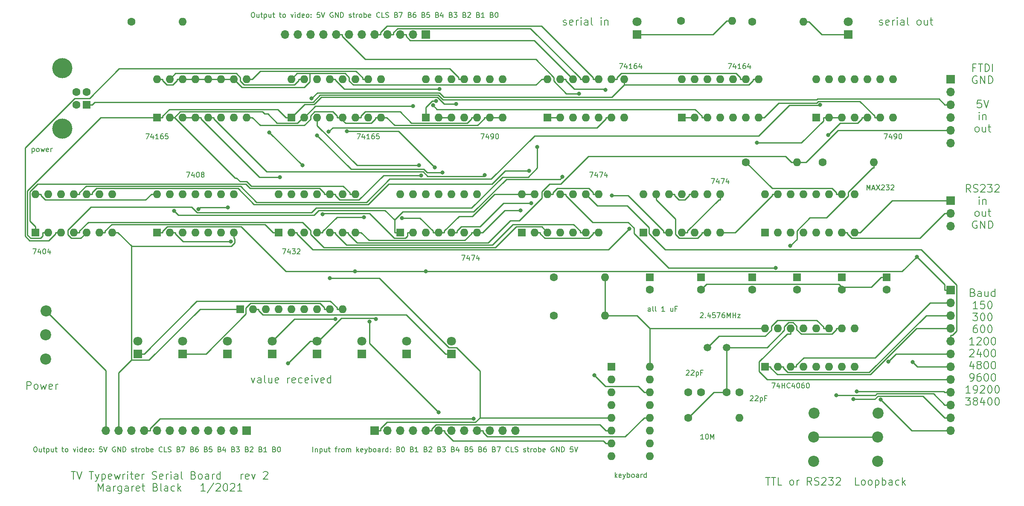
<source format=gbr>
%TF.GenerationSoftware,KiCad,Pcbnew,5.1.6-c6e7f7d~87~ubuntu16.04.1*%
%TF.CreationDate,2022-03-08T12:56:54-05:00*%
%TF.ProjectId,serial,73657269-616c-42e6-9b69-6361645f7063,rev?*%
%TF.SameCoordinates,Original*%
%TF.FileFunction,Copper,L1,Top*%
%TF.FilePolarity,Positive*%
%FSLAX46Y46*%
G04 Gerber Fmt 4.6, Leading zero omitted, Abs format (unit mm)*
G04 Created by KiCad (PCBNEW 5.1.6-c6e7f7d~87~ubuntu16.04.1) date 2022-03-08 12:56:54*
%MOMM*%
%LPD*%
G01*
G04 APERTURE LIST*
%TA.AperFunction,NonConductor*%
%ADD10C,0.150000*%
%TD*%
%TA.AperFunction,ComponentPad*%
%ADD11O,1.600000X1.600000*%
%TD*%
%TA.AperFunction,ComponentPad*%
%ADD12R,1.600000X1.600000*%
%TD*%
%TA.AperFunction,ComponentPad*%
%ADD13C,1.500000*%
%TD*%
%TA.AperFunction,ComponentPad*%
%ADD14C,2.200000*%
%TD*%
%TA.AperFunction,ComponentPad*%
%ADD15C,1.600000*%
%TD*%
%TA.AperFunction,ComponentPad*%
%ADD16O,1.700000X1.700000*%
%TD*%
%TA.AperFunction,ComponentPad*%
%ADD17R,1.700000X1.700000*%
%TD*%
%TA.AperFunction,ComponentPad*%
%ADD18C,4.000000*%
%TD*%
%TA.AperFunction,ComponentPad*%
%ADD19C,1.800000*%
%TD*%
%TA.AperFunction,ComponentPad*%
%ADD20R,1.800000X1.800000*%
%TD*%
%TA.AperFunction,ViaPad*%
%ADD21C,0.800000*%
%TD*%
%TA.AperFunction,Conductor*%
%ADD22C,0.250000*%
%TD*%
G04 APERTURE END LIST*
D10*
X138938095Y-85542380D02*
X138366666Y-85542380D01*
X138652380Y-85542380D02*
X138652380Y-84542380D01*
X138557142Y-84685238D01*
X138461904Y-84780476D01*
X138366666Y-84828095D01*
X139557142Y-84542380D02*
X139652380Y-84542380D01*
X139747619Y-84590000D01*
X139795238Y-84637619D01*
X139842857Y-84732857D01*
X139890476Y-84923333D01*
X139890476Y-85161428D01*
X139842857Y-85351904D01*
X139795238Y-85447142D01*
X139747619Y-85494761D01*
X139652380Y-85542380D01*
X139557142Y-85542380D01*
X139461904Y-85494761D01*
X139414285Y-85447142D01*
X139366666Y-85351904D01*
X139319047Y-85161428D01*
X139319047Y-84923333D01*
X139366666Y-84732857D01*
X139414285Y-84637619D01*
X139461904Y-84590000D01*
X139557142Y-84542380D01*
X140319047Y-85542380D02*
X140319047Y-84542380D01*
X140652380Y-85256666D01*
X140985714Y-84542380D01*
X140985714Y-85542380D01*
X148217142Y-77017619D02*
X148264761Y-76970000D01*
X148360000Y-76922380D01*
X148598095Y-76922380D01*
X148693333Y-76970000D01*
X148740952Y-77017619D01*
X148788571Y-77112857D01*
X148788571Y-77208095D01*
X148740952Y-77350952D01*
X148169523Y-77922380D01*
X148788571Y-77922380D01*
X149169523Y-77017619D02*
X149217142Y-76970000D01*
X149312380Y-76922380D01*
X149550476Y-76922380D01*
X149645714Y-76970000D01*
X149693333Y-77017619D01*
X149740952Y-77112857D01*
X149740952Y-77208095D01*
X149693333Y-77350952D01*
X149121904Y-77922380D01*
X149740952Y-77922380D01*
X150169523Y-77255714D02*
X150169523Y-78255714D01*
X150169523Y-77303333D02*
X150264761Y-77255714D01*
X150455238Y-77255714D01*
X150550476Y-77303333D01*
X150598095Y-77350952D01*
X150645714Y-77446190D01*
X150645714Y-77731904D01*
X150598095Y-77827142D01*
X150550476Y-77874761D01*
X150455238Y-77922380D01*
X150264761Y-77922380D01*
X150169523Y-77874761D01*
X151407619Y-77398571D02*
X151074285Y-77398571D01*
X151074285Y-77922380D02*
X151074285Y-76922380D01*
X151550476Y-76922380D01*
X135517142Y-71937619D02*
X135564761Y-71890000D01*
X135660000Y-71842380D01*
X135898095Y-71842380D01*
X135993333Y-71890000D01*
X136040952Y-71937619D01*
X136088571Y-72032857D01*
X136088571Y-72128095D01*
X136040952Y-72270952D01*
X135469523Y-72842380D01*
X136088571Y-72842380D01*
X136469523Y-71937619D02*
X136517142Y-71890000D01*
X136612380Y-71842380D01*
X136850476Y-71842380D01*
X136945714Y-71890000D01*
X136993333Y-71937619D01*
X137040952Y-72032857D01*
X137040952Y-72128095D01*
X136993333Y-72270952D01*
X136421904Y-72842380D01*
X137040952Y-72842380D01*
X137469523Y-72175714D02*
X137469523Y-73175714D01*
X137469523Y-72223333D02*
X137564761Y-72175714D01*
X137755238Y-72175714D01*
X137850476Y-72223333D01*
X137898095Y-72270952D01*
X137945714Y-72366190D01*
X137945714Y-72651904D01*
X137898095Y-72747142D01*
X137850476Y-72794761D01*
X137755238Y-72842380D01*
X137564761Y-72842380D01*
X137469523Y-72794761D01*
X138707619Y-72318571D02*
X138374285Y-72318571D01*
X138374285Y-72842380D02*
X138374285Y-71842380D01*
X138850476Y-71842380D01*
X138311428Y-60507619D02*
X138359047Y-60460000D01*
X138454285Y-60412380D01*
X138692380Y-60412380D01*
X138787619Y-60460000D01*
X138835238Y-60507619D01*
X138882857Y-60602857D01*
X138882857Y-60698095D01*
X138835238Y-60840952D01*
X138263809Y-61412380D01*
X138882857Y-61412380D01*
X139311428Y-61317142D02*
X139359047Y-61364761D01*
X139311428Y-61412380D01*
X139263809Y-61364761D01*
X139311428Y-61317142D01*
X139311428Y-61412380D01*
X140216190Y-60745714D02*
X140216190Y-61412380D01*
X139978095Y-60364761D02*
X139740000Y-61079047D01*
X140359047Y-61079047D01*
X141216190Y-60412380D02*
X140740000Y-60412380D01*
X140692380Y-60888571D01*
X140740000Y-60840952D01*
X140835238Y-60793333D01*
X141073333Y-60793333D01*
X141168571Y-60840952D01*
X141216190Y-60888571D01*
X141263809Y-60983809D01*
X141263809Y-61221904D01*
X141216190Y-61317142D01*
X141168571Y-61364761D01*
X141073333Y-61412380D01*
X140835238Y-61412380D01*
X140740000Y-61364761D01*
X140692380Y-61317142D01*
X141597142Y-60412380D02*
X142263809Y-60412380D01*
X141835238Y-61412380D01*
X143073333Y-60412380D02*
X142882857Y-60412380D01*
X142787619Y-60460000D01*
X142740000Y-60507619D01*
X142644761Y-60650476D01*
X142597142Y-60840952D01*
X142597142Y-61221904D01*
X142644761Y-61317142D01*
X142692380Y-61364761D01*
X142787619Y-61412380D01*
X142978095Y-61412380D01*
X143073333Y-61364761D01*
X143120952Y-61317142D01*
X143168571Y-61221904D01*
X143168571Y-60983809D01*
X143120952Y-60888571D01*
X143073333Y-60840952D01*
X142978095Y-60793333D01*
X142787619Y-60793333D01*
X142692380Y-60840952D01*
X142644761Y-60888571D01*
X142597142Y-60983809D01*
X143597142Y-61412380D02*
X143597142Y-60412380D01*
X143930476Y-61126666D01*
X144263809Y-60412380D01*
X144263809Y-61412380D01*
X144740000Y-61412380D02*
X144740000Y-60412380D01*
X144740000Y-60888571D02*
X145311428Y-60888571D01*
X145311428Y-61412380D02*
X145311428Y-60412380D01*
X145692380Y-60745714D02*
X146216190Y-60745714D01*
X145692380Y-61412380D01*
X146216190Y-61412380D01*
X128381428Y-60142380D02*
X128381428Y-59618571D01*
X128333809Y-59523333D01*
X128238571Y-59475714D01*
X128048095Y-59475714D01*
X127952857Y-59523333D01*
X128381428Y-60094761D02*
X128286190Y-60142380D01*
X128048095Y-60142380D01*
X127952857Y-60094761D01*
X127905238Y-59999523D01*
X127905238Y-59904285D01*
X127952857Y-59809047D01*
X128048095Y-59761428D01*
X128286190Y-59761428D01*
X128381428Y-59713809D01*
X129000476Y-60142380D02*
X128905238Y-60094761D01*
X128857619Y-59999523D01*
X128857619Y-59142380D01*
X129524285Y-60142380D02*
X129429047Y-60094761D01*
X129381428Y-59999523D01*
X129381428Y-59142380D01*
X131190952Y-60142380D02*
X130619523Y-60142380D01*
X130905238Y-60142380D02*
X130905238Y-59142380D01*
X130810000Y-59285238D01*
X130714761Y-59380476D01*
X130619523Y-59428095D01*
X132810000Y-59475714D02*
X132810000Y-60142380D01*
X132381428Y-59475714D02*
X132381428Y-59999523D01*
X132429047Y-60094761D01*
X132524285Y-60142380D01*
X132667142Y-60142380D01*
X132762380Y-60094761D01*
X132810000Y-60047142D01*
X133619523Y-59618571D02*
X133286190Y-59618571D01*
X133286190Y-60142380D02*
X133286190Y-59142380D01*
X133762380Y-59142380D01*
X5858095Y-47712380D02*
X6524761Y-47712380D01*
X6096190Y-48712380D01*
X7334285Y-48045714D02*
X7334285Y-48712380D01*
X7096190Y-47664761D02*
X6858095Y-48379047D01*
X7477142Y-48379047D01*
X8048571Y-47712380D02*
X8143809Y-47712380D01*
X8239047Y-47760000D01*
X8286666Y-47807619D01*
X8334285Y-47902857D01*
X8381904Y-48093333D01*
X8381904Y-48331428D01*
X8334285Y-48521904D01*
X8286666Y-48617142D01*
X8239047Y-48664761D01*
X8143809Y-48712380D01*
X8048571Y-48712380D01*
X7953333Y-48664761D01*
X7905714Y-48617142D01*
X7858095Y-48521904D01*
X7810476Y-48331428D01*
X7810476Y-48093333D01*
X7858095Y-47902857D01*
X7905714Y-47807619D01*
X7953333Y-47760000D01*
X8048571Y-47712380D01*
X9239047Y-48045714D02*
X9239047Y-48712380D01*
X9000952Y-47664761D02*
X8762857Y-48379047D01*
X9381904Y-48379047D01*
X36338095Y-32472380D02*
X37004761Y-32472380D01*
X36576190Y-33472380D01*
X37814285Y-32805714D02*
X37814285Y-33472380D01*
X37576190Y-32424761D02*
X37338095Y-33139047D01*
X37957142Y-33139047D01*
X38528571Y-32472380D02*
X38623809Y-32472380D01*
X38719047Y-32520000D01*
X38766666Y-32567619D01*
X38814285Y-32662857D01*
X38861904Y-32853333D01*
X38861904Y-33091428D01*
X38814285Y-33281904D01*
X38766666Y-33377142D01*
X38719047Y-33424761D01*
X38623809Y-33472380D01*
X38528571Y-33472380D01*
X38433333Y-33424761D01*
X38385714Y-33377142D01*
X38338095Y-33281904D01*
X38290476Y-33091428D01*
X38290476Y-32853333D01*
X38338095Y-32662857D01*
X38385714Y-32567619D01*
X38433333Y-32520000D01*
X38528571Y-32472380D01*
X39433333Y-32900952D02*
X39338095Y-32853333D01*
X39290476Y-32805714D01*
X39242857Y-32710476D01*
X39242857Y-32662857D01*
X39290476Y-32567619D01*
X39338095Y-32520000D01*
X39433333Y-32472380D01*
X39623809Y-32472380D01*
X39719047Y-32520000D01*
X39766666Y-32567619D01*
X39814285Y-32662857D01*
X39814285Y-32710476D01*
X39766666Y-32805714D01*
X39719047Y-32853333D01*
X39623809Y-32900952D01*
X39433333Y-32900952D01*
X39338095Y-32948571D01*
X39290476Y-32996190D01*
X39242857Y-33091428D01*
X39242857Y-33281904D01*
X39290476Y-33377142D01*
X39338095Y-33424761D01*
X39433333Y-33472380D01*
X39623809Y-33472380D01*
X39719047Y-33424761D01*
X39766666Y-33377142D01*
X39814285Y-33281904D01*
X39814285Y-33091428D01*
X39766666Y-32996190D01*
X39719047Y-32948571D01*
X39623809Y-32900952D01*
X152471904Y-74382380D02*
X153138571Y-74382380D01*
X152710000Y-75382380D01*
X153948095Y-74715714D02*
X153948095Y-75382380D01*
X153710000Y-74334761D02*
X153471904Y-75049047D01*
X154090952Y-75049047D01*
X154471904Y-75382380D02*
X154471904Y-74382380D01*
X154471904Y-74858571D02*
X155043333Y-74858571D01*
X155043333Y-75382380D02*
X155043333Y-74382380D01*
X156090952Y-75287142D02*
X156043333Y-75334761D01*
X155900476Y-75382380D01*
X155805238Y-75382380D01*
X155662380Y-75334761D01*
X155567142Y-75239523D01*
X155519523Y-75144285D01*
X155471904Y-74953809D01*
X155471904Y-74810952D01*
X155519523Y-74620476D01*
X155567142Y-74525238D01*
X155662380Y-74430000D01*
X155805238Y-74382380D01*
X155900476Y-74382380D01*
X156043333Y-74430000D01*
X156090952Y-74477619D01*
X156948095Y-74715714D02*
X156948095Y-75382380D01*
X156710000Y-74334761D02*
X156471904Y-75049047D01*
X157090952Y-75049047D01*
X157662380Y-74382380D02*
X157757619Y-74382380D01*
X157852857Y-74430000D01*
X157900476Y-74477619D01*
X157948095Y-74572857D01*
X157995714Y-74763333D01*
X157995714Y-75001428D01*
X157948095Y-75191904D01*
X157900476Y-75287142D01*
X157852857Y-75334761D01*
X157757619Y-75382380D01*
X157662380Y-75382380D01*
X157567142Y-75334761D01*
X157519523Y-75287142D01*
X157471904Y-75191904D01*
X157424285Y-75001428D01*
X157424285Y-74763333D01*
X157471904Y-74572857D01*
X157519523Y-74477619D01*
X157567142Y-74430000D01*
X157662380Y-74382380D01*
X158852857Y-74382380D02*
X158662380Y-74382380D01*
X158567142Y-74430000D01*
X158519523Y-74477619D01*
X158424285Y-74620476D01*
X158376666Y-74810952D01*
X158376666Y-75191904D01*
X158424285Y-75287142D01*
X158471904Y-75334761D01*
X158567142Y-75382380D01*
X158757619Y-75382380D01*
X158852857Y-75334761D01*
X158900476Y-75287142D01*
X158948095Y-75191904D01*
X158948095Y-74953809D01*
X158900476Y-74858571D01*
X158852857Y-74810952D01*
X158757619Y-74763333D01*
X158567142Y-74763333D01*
X158471904Y-74810952D01*
X158424285Y-74858571D01*
X158376666Y-74953809D01*
X159567142Y-74382380D02*
X159662380Y-74382380D01*
X159757619Y-74430000D01*
X159805238Y-74477619D01*
X159852857Y-74572857D01*
X159900476Y-74763333D01*
X159900476Y-75001428D01*
X159852857Y-75191904D01*
X159805238Y-75287142D01*
X159757619Y-75334761D01*
X159662380Y-75382380D01*
X159567142Y-75382380D01*
X159471904Y-75334761D01*
X159424285Y-75287142D01*
X159376666Y-75191904D01*
X159329047Y-75001428D01*
X159329047Y-74763333D01*
X159376666Y-74572857D01*
X159424285Y-74477619D01*
X159471904Y-74430000D01*
X159567142Y-74382380D01*
X55388095Y-47712380D02*
X56054761Y-47712380D01*
X55626190Y-48712380D01*
X56864285Y-48045714D02*
X56864285Y-48712380D01*
X56626190Y-47664761D02*
X56388095Y-48379047D01*
X57007142Y-48379047D01*
X57292857Y-47712380D02*
X57911904Y-47712380D01*
X57578571Y-48093333D01*
X57721428Y-48093333D01*
X57816666Y-48140952D01*
X57864285Y-48188571D01*
X57911904Y-48283809D01*
X57911904Y-48521904D01*
X57864285Y-48617142D01*
X57816666Y-48664761D01*
X57721428Y-48712380D01*
X57435714Y-48712380D01*
X57340476Y-48664761D01*
X57292857Y-48617142D01*
X58292857Y-47807619D02*
X58340476Y-47760000D01*
X58435714Y-47712380D01*
X58673809Y-47712380D01*
X58769047Y-47760000D01*
X58816666Y-47807619D01*
X58864285Y-47902857D01*
X58864285Y-47998095D01*
X58816666Y-48140952D01*
X58245238Y-48712380D01*
X58864285Y-48712380D01*
X90948095Y-48982380D02*
X91614761Y-48982380D01*
X91186190Y-49982380D01*
X92424285Y-49315714D02*
X92424285Y-49982380D01*
X92186190Y-48934761D02*
X91948095Y-49649047D01*
X92567142Y-49649047D01*
X92852857Y-48982380D02*
X93519523Y-48982380D01*
X93090952Y-49982380D01*
X94329047Y-49315714D02*
X94329047Y-49982380D01*
X94090952Y-48934761D02*
X93852857Y-49649047D01*
X94471904Y-49649047D01*
X116348095Y-32472380D02*
X117014761Y-32472380D01*
X116586190Y-33472380D01*
X117824285Y-32805714D02*
X117824285Y-33472380D01*
X117586190Y-32424761D02*
X117348095Y-33139047D01*
X117967142Y-33139047D01*
X118252857Y-32472380D02*
X118919523Y-32472380D01*
X118490952Y-33472380D01*
X119729047Y-32805714D02*
X119729047Y-33472380D01*
X119490952Y-32424761D02*
X119252857Y-33139047D01*
X119871904Y-33139047D01*
X140478095Y-33742380D02*
X141144761Y-33742380D01*
X140716190Y-34742380D01*
X141954285Y-34075714D02*
X141954285Y-34742380D01*
X141716190Y-33694761D02*
X141478095Y-34409047D01*
X142097142Y-34409047D01*
X142382857Y-33742380D02*
X143049523Y-33742380D01*
X142620952Y-34742380D01*
X143859047Y-34075714D02*
X143859047Y-34742380D01*
X143620952Y-33694761D02*
X143382857Y-34409047D01*
X144001904Y-34409047D01*
X171323333Y-36012380D02*
X171323333Y-35012380D01*
X171656666Y-35726666D01*
X171990000Y-35012380D01*
X171990000Y-36012380D01*
X172418571Y-35726666D02*
X172894761Y-35726666D01*
X172323333Y-36012380D02*
X172656666Y-35012380D01*
X172990000Y-36012380D01*
X173228095Y-35012380D02*
X173894761Y-36012380D01*
X173894761Y-35012380D02*
X173228095Y-36012380D01*
X174228095Y-35107619D02*
X174275714Y-35060000D01*
X174370952Y-35012380D01*
X174609047Y-35012380D01*
X174704285Y-35060000D01*
X174751904Y-35107619D01*
X174799523Y-35202857D01*
X174799523Y-35298095D01*
X174751904Y-35440952D01*
X174180476Y-36012380D01*
X174799523Y-36012380D01*
X175132857Y-35012380D02*
X175751904Y-35012380D01*
X175418571Y-35393333D01*
X175561428Y-35393333D01*
X175656666Y-35440952D01*
X175704285Y-35488571D01*
X175751904Y-35583809D01*
X175751904Y-35821904D01*
X175704285Y-35917142D01*
X175656666Y-35964761D01*
X175561428Y-36012380D01*
X175275714Y-36012380D01*
X175180476Y-35964761D01*
X175132857Y-35917142D01*
X176132857Y-35107619D02*
X176180476Y-35060000D01*
X176275714Y-35012380D01*
X176513809Y-35012380D01*
X176609047Y-35060000D01*
X176656666Y-35107619D01*
X176704285Y-35202857D01*
X176704285Y-35298095D01*
X176656666Y-35440952D01*
X176085238Y-36012380D01*
X176704285Y-36012380D01*
X143811904Y-10882380D02*
X144478571Y-10882380D01*
X144050000Y-11882380D01*
X145288095Y-11215714D02*
X145288095Y-11882380D01*
X145050000Y-10834761D02*
X144811904Y-11549047D01*
X145430952Y-11549047D01*
X146335714Y-11882380D02*
X145764285Y-11882380D01*
X146050000Y-11882380D02*
X146050000Y-10882380D01*
X145954761Y-11025238D01*
X145859523Y-11120476D01*
X145764285Y-11168095D01*
X147192857Y-10882380D02*
X147002380Y-10882380D01*
X146907142Y-10930000D01*
X146859523Y-10977619D01*
X146764285Y-11120476D01*
X146716666Y-11310952D01*
X146716666Y-11691904D01*
X146764285Y-11787142D01*
X146811904Y-11834761D01*
X146907142Y-11882380D01*
X147097619Y-11882380D01*
X147192857Y-11834761D01*
X147240476Y-11787142D01*
X147288095Y-11691904D01*
X147288095Y-11453809D01*
X147240476Y-11358571D01*
X147192857Y-11310952D01*
X147097619Y-11263333D01*
X146907142Y-11263333D01*
X146811904Y-11310952D01*
X146764285Y-11358571D01*
X146716666Y-11453809D01*
X148145238Y-11215714D02*
X148145238Y-11882380D01*
X147907142Y-10834761D02*
X147669047Y-11549047D01*
X148288095Y-11549047D01*
X174768095Y-24852380D02*
X175434761Y-24852380D01*
X175006190Y-25852380D01*
X176244285Y-25185714D02*
X176244285Y-25852380D01*
X176006190Y-24804761D02*
X175768095Y-25519047D01*
X176387142Y-25519047D01*
X176815714Y-25852380D02*
X177006190Y-25852380D01*
X177101428Y-25804761D01*
X177149047Y-25757142D01*
X177244285Y-25614285D01*
X177291904Y-25423809D01*
X177291904Y-25042857D01*
X177244285Y-24947619D01*
X177196666Y-24900000D01*
X177101428Y-24852380D01*
X176910952Y-24852380D01*
X176815714Y-24900000D01*
X176768095Y-24947619D01*
X176720476Y-25042857D01*
X176720476Y-25280952D01*
X176768095Y-25376190D01*
X176815714Y-25423809D01*
X176910952Y-25471428D01*
X177101428Y-25471428D01*
X177196666Y-25423809D01*
X177244285Y-25376190D01*
X177291904Y-25280952D01*
X177910952Y-24852380D02*
X178006190Y-24852380D01*
X178101428Y-24900000D01*
X178149047Y-24947619D01*
X178196666Y-25042857D01*
X178244285Y-25233333D01*
X178244285Y-25471428D01*
X178196666Y-25661904D01*
X178149047Y-25757142D01*
X178101428Y-25804761D01*
X178006190Y-25852380D01*
X177910952Y-25852380D01*
X177815714Y-25804761D01*
X177768095Y-25757142D01*
X177720476Y-25661904D01*
X177672857Y-25471428D01*
X177672857Y-25233333D01*
X177720476Y-25042857D01*
X177768095Y-24947619D01*
X177815714Y-24900000D01*
X177910952Y-24852380D01*
X122221904Y-10882380D02*
X122888571Y-10882380D01*
X122460000Y-11882380D01*
X123698095Y-11215714D02*
X123698095Y-11882380D01*
X123460000Y-10834761D02*
X123221904Y-11549047D01*
X123840952Y-11549047D01*
X124745714Y-11882380D02*
X124174285Y-11882380D01*
X124460000Y-11882380D02*
X124460000Y-10882380D01*
X124364761Y-11025238D01*
X124269523Y-11120476D01*
X124174285Y-11168095D01*
X125602857Y-10882380D02*
X125412380Y-10882380D01*
X125317142Y-10930000D01*
X125269523Y-10977619D01*
X125174285Y-11120476D01*
X125126666Y-11310952D01*
X125126666Y-11691904D01*
X125174285Y-11787142D01*
X125221904Y-11834761D01*
X125317142Y-11882380D01*
X125507619Y-11882380D01*
X125602857Y-11834761D01*
X125650476Y-11787142D01*
X125698095Y-11691904D01*
X125698095Y-11453809D01*
X125650476Y-11358571D01*
X125602857Y-11310952D01*
X125507619Y-11263333D01*
X125317142Y-11263333D01*
X125221904Y-11310952D01*
X125174285Y-11358571D01*
X125126666Y-11453809D01*
X126555238Y-11215714D02*
X126555238Y-11882380D01*
X126317142Y-10834761D02*
X126079047Y-11549047D01*
X126698095Y-11549047D01*
X94758095Y-24852380D02*
X95424761Y-24852380D01*
X94996190Y-25852380D01*
X96234285Y-25185714D02*
X96234285Y-25852380D01*
X95996190Y-24804761D02*
X95758095Y-25519047D01*
X96377142Y-25519047D01*
X96805714Y-25852380D02*
X96996190Y-25852380D01*
X97091428Y-25804761D01*
X97139047Y-25757142D01*
X97234285Y-25614285D01*
X97281904Y-25423809D01*
X97281904Y-25042857D01*
X97234285Y-24947619D01*
X97186666Y-24900000D01*
X97091428Y-24852380D01*
X96900952Y-24852380D01*
X96805714Y-24900000D01*
X96758095Y-24947619D01*
X96710476Y-25042857D01*
X96710476Y-25280952D01*
X96758095Y-25376190D01*
X96805714Y-25423809D01*
X96900952Y-25471428D01*
X97091428Y-25471428D01*
X97186666Y-25423809D01*
X97234285Y-25376190D01*
X97281904Y-25280952D01*
X97900952Y-24852380D02*
X97996190Y-24852380D01*
X98091428Y-24900000D01*
X98139047Y-24947619D01*
X98186666Y-25042857D01*
X98234285Y-25233333D01*
X98234285Y-25471428D01*
X98186666Y-25661904D01*
X98139047Y-25757142D01*
X98091428Y-25804761D01*
X97996190Y-25852380D01*
X97900952Y-25852380D01*
X97805714Y-25804761D01*
X97758095Y-25757142D01*
X97710476Y-25661904D01*
X97662857Y-25471428D01*
X97662857Y-25233333D01*
X97710476Y-25042857D01*
X97758095Y-24947619D01*
X97805714Y-24900000D01*
X97900952Y-24852380D01*
X70151904Y-24852380D02*
X70818571Y-24852380D01*
X70390000Y-25852380D01*
X71628095Y-25185714D02*
X71628095Y-25852380D01*
X71390000Y-24804761D02*
X71151904Y-25519047D01*
X71770952Y-25519047D01*
X72675714Y-25852380D02*
X72104285Y-25852380D01*
X72390000Y-25852380D02*
X72390000Y-24852380D01*
X72294761Y-24995238D01*
X72199523Y-25090476D01*
X72104285Y-25138095D01*
X73532857Y-24852380D02*
X73342380Y-24852380D01*
X73247142Y-24900000D01*
X73199523Y-24947619D01*
X73104285Y-25090476D01*
X73056666Y-25280952D01*
X73056666Y-25661904D01*
X73104285Y-25757142D01*
X73151904Y-25804761D01*
X73247142Y-25852380D01*
X73437619Y-25852380D01*
X73532857Y-25804761D01*
X73580476Y-25757142D01*
X73628095Y-25661904D01*
X73628095Y-25423809D01*
X73580476Y-25328571D01*
X73532857Y-25280952D01*
X73437619Y-25233333D01*
X73247142Y-25233333D01*
X73151904Y-25280952D01*
X73104285Y-25328571D01*
X73056666Y-25423809D01*
X74532857Y-24852380D02*
X74056666Y-24852380D01*
X74009047Y-25328571D01*
X74056666Y-25280952D01*
X74151904Y-25233333D01*
X74390000Y-25233333D01*
X74485238Y-25280952D01*
X74532857Y-25328571D01*
X74580476Y-25423809D01*
X74580476Y-25661904D01*
X74532857Y-25757142D01*
X74485238Y-25804761D01*
X74390000Y-25852380D01*
X74151904Y-25852380D01*
X74056666Y-25804761D01*
X74009047Y-25757142D01*
X28241904Y-24852380D02*
X28908571Y-24852380D01*
X28480000Y-25852380D01*
X29718095Y-25185714D02*
X29718095Y-25852380D01*
X29480000Y-24804761D02*
X29241904Y-25519047D01*
X29860952Y-25519047D01*
X30765714Y-25852380D02*
X30194285Y-25852380D01*
X30480000Y-25852380D02*
X30480000Y-24852380D01*
X30384761Y-24995238D01*
X30289523Y-25090476D01*
X30194285Y-25138095D01*
X31622857Y-24852380D02*
X31432380Y-24852380D01*
X31337142Y-24900000D01*
X31289523Y-24947619D01*
X31194285Y-25090476D01*
X31146666Y-25280952D01*
X31146666Y-25661904D01*
X31194285Y-25757142D01*
X31241904Y-25804761D01*
X31337142Y-25852380D01*
X31527619Y-25852380D01*
X31622857Y-25804761D01*
X31670476Y-25757142D01*
X31718095Y-25661904D01*
X31718095Y-25423809D01*
X31670476Y-25328571D01*
X31622857Y-25280952D01*
X31527619Y-25233333D01*
X31337142Y-25233333D01*
X31241904Y-25280952D01*
X31194285Y-25328571D01*
X31146666Y-25423809D01*
X32622857Y-24852380D02*
X32146666Y-24852380D01*
X32099047Y-25328571D01*
X32146666Y-25280952D01*
X32241904Y-25233333D01*
X32480000Y-25233333D01*
X32575238Y-25280952D01*
X32622857Y-25328571D01*
X32670476Y-25423809D01*
X32670476Y-25661904D01*
X32622857Y-25757142D01*
X32575238Y-25804761D01*
X32480000Y-25852380D01*
X32241904Y-25852380D01*
X32146666Y-25804761D01*
X32099047Y-25757142D01*
X5691428Y-27725714D02*
X5691428Y-28725714D01*
X5691428Y-27773333D02*
X5786666Y-27725714D01*
X5977142Y-27725714D01*
X6072380Y-27773333D01*
X6120000Y-27820952D01*
X6167619Y-27916190D01*
X6167619Y-28201904D01*
X6120000Y-28297142D01*
X6072380Y-28344761D01*
X5977142Y-28392380D01*
X5786666Y-28392380D01*
X5691428Y-28344761D01*
X6739047Y-28392380D02*
X6643809Y-28344761D01*
X6596190Y-28297142D01*
X6548571Y-28201904D01*
X6548571Y-27916190D01*
X6596190Y-27820952D01*
X6643809Y-27773333D01*
X6739047Y-27725714D01*
X6881904Y-27725714D01*
X6977142Y-27773333D01*
X7024761Y-27820952D01*
X7072380Y-27916190D01*
X7072380Y-28201904D01*
X7024761Y-28297142D01*
X6977142Y-28344761D01*
X6881904Y-28392380D01*
X6739047Y-28392380D01*
X7405714Y-27725714D02*
X7596190Y-28392380D01*
X7786666Y-27916190D01*
X7977142Y-28392380D01*
X8167619Y-27725714D01*
X8929523Y-28344761D02*
X8834285Y-28392380D01*
X8643809Y-28392380D01*
X8548571Y-28344761D01*
X8500952Y-28249523D01*
X8500952Y-27868571D01*
X8548571Y-27773333D01*
X8643809Y-27725714D01*
X8834285Y-27725714D01*
X8929523Y-27773333D01*
X8977142Y-27868571D01*
X8977142Y-27963809D01*
X8500952Y-28059047D01*
X9405714Y-28392380D02*
X9405714Y-27725714D01*
X9405714Y-27916190D02*
X9453333Y-27820952D01*
X9500952Y-27773333D01*
X9596190Y-27725714D01*
X9691428Y-27725714D01*
X191917142Y-36448571D02*
X191417142Y-35734285D01*
X191060000Y-36448571D02*
X191060000Y-34948571D01*
X191631428Y-34948571D01*
X191774285Y-35020000D01*
X191845714Y-35091428D01*
X191917142Y-35234285D01*
X191917142Y-35448571D01*
X191845714Y-35591428D01*
X191774285Y-35662857D01*
X191631428Y-35734285D01*
X191060000Y-35734285D01*
X192488571Y-36377142D02*
X192702857Y-36448571D01*
X193060000Y-36448571D01*
X193202857Y-36377142D01*
X193274285Y-36305714D01*
X193345714Y-36162857D01*
X193345714Y-36020000D01*
X193274285Y-35877142D01*
X193202857Y-35805714D01*
X193060000Y-35734285D01*
X192774285Y-35662857D01*
X192631428Y-35591428D01*
X192560000Y-35520000D01*
X192488571Y-35377142D01*
X192488571Y-35234285D01*
X192560000Y-35091428D01*
X192631428Y-35020000D01*
X192774285Y-34948571D01*
X193131428Y-34948571D01*
X193345714Y-35020000D01*
X193917142Y-35091428D02*
X193988571Y-35020000D01*
X194131428Y-34948571D01*
X194488571Y-34948571D01*
X194631428Y-35020000D01*
X194702857Y-35091428D01*
X194774285Y-35234285D01*
X194774285Y-35377142D01*
X194702857Y-35591428D01*
X193845714Y-36448571D01*
X194774285Y-36448571D01*
X195274285Y-34948571D02*
X196202857Y-34948571D01*
X195702857Y-35520000D01*
X195917142Y-35520000D01*
X196060000Y-35591428D01*
X196131428Y-35662857D01*
X196202857Y-35805714D01*
X196202857Y-36162857D01*
X196131428Y-36305714D01*
X196060000Y-36377142D01*
X195917142Y-36448571D01*
X195488571Y-36448571D01*
X195345714Y-36377142D01*
X195274285Y-36305714D01*
X196774285Y-35091428D02*
X196845714Y-35020000D01*
X196988571Y-34948571D01*
X197345714Y-34948571D01*
X197488571Y-35020000D01*
X197560000Y-35091428D01*
X197631428Y-35234285D01*
X197631428Y-35377142D01*
X197560000Y-35591428D01*
X196702857Y-36448571D01*
X197631428Y-36448571D01*
X193631428Y-38848571D02*
X193631428Y-37848571D01*
X193631428Y-37348571D02*
X193560000Y-37420000D01*
X193631428Y-37491428D01*
X193702857Y-37420000D01*
X193631428Y-37348571D01*
X193631428Y-37491428D01*
X194345714Y-37848571D02*
X194345714Y-38848571D01*
X194345714Y-37991428D02*
X194417142Y-37920000D01*
X194560000Y-37848571D01*
X194774285Y-37848571D01*
X194917142Y-37920000D01*
X194988571Y-38062857D01*
X194988571Y-38848571D01*
X193095714Y-41248571D02*
X192952857Y-41177142D01*
X192881428Y-41105714D01*
X192810000Y-40962857D01*
X192810000Y-40534285D01*
X192881428Y-40391428D01*
X192952857Y-40320000D01*
X193095714Y-40248571D01*
X193310000Y-40248571D01*
X193452857Y-40320000D01*
X193524285Y-40391428D01*
X193595714Y-40534285D01*
X193595714Y-40962857D01*
X193524285Y-41105714D01*
X193452857Y-41177142D01*
X193310000Y-41248571D01*
X193095714Y-41248571D01*
X194881428Y-40248571D02*
X194881428Y-41248571D01*
X194238571Y-40248571D02*
X194238571Y-41034285D01*
X194310000Y-41177142D01*
X194452857Y-41248571D01*
X194667142Y-41248571D01*
X194810000Y-41177142D01*
X194881428Y-41105714D01*
X195381428Y-40248571D02*
X195952857Y-40248571D01*
X195595714Y-39748571D02*
X195595714Y-41034285D01*
X195667142Y-41177142D01*
X195810000Y-41248571D01*
X195952857Y-41248571D01*
X193167142Y-42220000D02*
X193024285Y-42148571D01*
X192810000Y-42148571D01*
X192595714Y-42220000D01*
X192452857Y-42362857D01*
X192381428Y-42505714D01*
X192310000Y-42791428D01*
X192310000Y-43005714D01*
X192381428Y-43291428D01*
X192452857Y-43434285D01*
X192595714Y-43577142D01*
X192810000Y-43648571D01*
X192952857Y-43648571D01*
X193167142Y-43577142D01*
X193238571Y-43505714D01*
X193238571Y-43005714D01*
X192952857Y-43005714D01*
X193881428Y-43648571D02*
X193881428Y-42148571D01*
X194738571Y-43648571D01*
X194738571Y-42148571D01*
X195452857Y-43648571D02*
X195452857Y-42148571D01*
X195810000Y-42148571D01*
X196024285Y-42220000D01*
X196167142Y-42362857D01*
X196238571Y-42505714D01*
X196310000Y-42791428D01*
X196310000Y-43005714D01*
X196238571Y-43291428D01*
X196167142Y-43434285D01*
X196024285Y-43577142D01*
X195810000Y-43648571D01*
X195452857Y-43648571D01*
X4655714Y-75608571D02*
X4655714Y-74108571D01*
X5227142Y-74108571D01*
X5370000Y-74180000D01*
X5441428Y-74251428D01*
X5512857Y-74394285D01*
X5512857Y-74608571D01*
X5441428Y-74751428D01*
X5370000Y-74822857D01*
X5227142Y-74894285D01*
X4655714Y-74894285D01*
X6369999Y-75608571D02*
X6227142Y-75537142D01*
X6155714Y-75465714D01*
X6084285Y-75322857D01*
X6084285Y-74894285D01*
X6155714Y-74751428D01*
X6227142Y-74680000D01*
X6369999Y-74608571D01*
X6584285Y-74608571D01*
X6727142Y-74680000D01*
X6798571Y-74751428D01*
X6869999Y-74894285D01*
X6869999Y-75322857D01*
X6798571Y-75465714D01*
X6727142Y-75537142D01*
X6584285Y-75608571D01*
X6369999Y-75608571D01*
X7369999Y-74608571D02*
X7655714Y-75608571D01*
X7941428Y-74894285D01*
X8227142Y-75608571D01*
X8512857Y-74608571D01*
X9655714Y-75537142D02*
X9512857Y-75608571D01*
X9227142Y-75608571D01*
X9084285Y-75537142D01*
X9012857Y-75394285D01*
X9012857Y-74822857D01*
X9084285Y-74680000D01*
X9227142Y-74608571D01*
X9512857Y-74608571D01*
X9655714Y-74680000D01*
X9727142Y-74822857D01*
X9727142Y-74965714D01*
X9012857Y-75108571D01*
X10370000Y-75608571D02*
X10370000Y-74608571D01*
X10370000Y-74894285D02*
X10441428Y-74751428D01*
X10512857Y-74680000D01*
X10655714Y-74608571D01*
X10798571Y-74608571D01*
X192845714Y-11672857D02*
X192345714Y-11672857D01*
X192345714Y-12458571D02*
X192345714Y-10958571D01*
X193060000Y-10958571D01*
X193417142Y-10958571D02*
X194274285Y-10958571D01*
X193845714Y-12458571D02*
X193845714Y-10958571D01*
X194774285Y-12458571D02*
X194774285Y-10958571D01*
X195131428Y-10958571D01*
X195345714Y-11030000D01*
X195488571Y-11172857D01*
X195560000Y-11315714D01*
X195631428Y-11601428D01*
X195631428Y-11815714D01*
X195560000Y-12101428D01*
X195488571Y-12244285D01*
X195345714Y-12387142D01*
X195131428Y-12458571D01*
X194774285Y-12458571D01*
X196274285Y-12458571D02*
X196274285Y-10958571D01*
X193167142Y-13430000D02*
X193024285Y-13358571D01*
X192810000Y-13358571D01*
X192595714Y-13430000D01*
X192452857Y-13572857D01*
X192381428Y-13715714D01*
X192310000Y-14001428D01*
X192310000Y-14215714D01*
X192381428Y-14501428D01*
X192452857Y-14644285D01*
X192595714Y-14787142D01*
X192810000Y-14858571D01*
X192952857Y-14858571D01*
X193167142Y-14787142D01*
X193238571Y-14715714D01*
X193238571Y-14215714D01*
X192952857Y-14215714D01*
X193881428Y-14858571D02*
X193881428Y-13358571D01*
X194738571Y-14858571D01*
X194738571Y-13358571D01*
X195452857Y-14858571D02*
X195452857Y-13358571D01*
X195810000Y-13358571D01*
X196024285Y-13430000D01*
X196167142Y-13572857D01*
X196238571Y-13715714D01*
X196310000Y-14001428D01*
X196310000Y-14215714D01*
X196238571Y-14501428D01*
X196167142Y-14644285D01*
X196024285Y-14787142D01*
X195810000Y-14858571D01*
X195452857Y-14858571D01*
X194024285Y-18158571D02*
X193310000Y-18158571D01*
X193238571Y-18872857D01*
X193310000Y-18801428D01*
X193452857Y-18730000D01*
X193810000Y-18730000D01*
X193952857Y-18801428D01*
X194024285Y-18872857D01*
X194095714Y-19015714D01*
X194095714Y-19372857D01*
X194024285Y-19515714D01*
X193952857Y-19587142D01*
X193810000Y-19658571D01*
X193452857Y-19658571D01*
X193310000Y-19587142D01*
X193238571Y-19515714D01*
X194524285Y-18158571D02*
X195024285Y-19658571D01*
X195524285Y-18158571D01*
X193631428Y-22058571D02*
X193631428Y-21058571D01*
X193631428Y-20558571D02*
X193560000Y-20630000D01*
X193631428Y-20701428D01*
X193702857Y-20630000D01*
X193631428Y-20558571D01*
X193631428Y-20701428D01*
X194345714Y-21058571D02*
X194345714Y-22058571D01*
X194345714Y-21201428D02*
X194417142Y-21130000D01*
X194560000Y-21058571D01*
X194774285Y-21058571D01*
X194917142Y-21130000D01*
X194988571Y-21272857D01*
X194988571Y-22058571D01*
X193095714Y-24458571D02*
X192952857Y-24387142D01*
X192881428Y-24315714D01*
X192810000Y-24172857D01*
X192810000Y-23744285D01*
X192881428Y-23601428D01*
X192952857Y-23530000D01*
X193095714Y-23458571D01*
X193310000Y-23458571D01*
X193452857Y-23530000D01*
X193524285Y-23601428D01*
X193595714Y-23744285D01*
X193595714Y-24172857D01*
X193524285Y-24315714D01*
X193452857Y-24387142D01*
X193310000Y-24458571D01*
X193095714Y-24458571D01*
X194881428Y-23458571D02*
X194881428Y-24458571D01*
X194238571Y-23458571D02*
X194238571Y-24244285D01*
X194310000Y-24387142D01*
X194452857Y-24458571D01*
X194667142Y-24458571D01*
X194810000Y-24387142D01*
X194881428Y-24315714D01*
X195381428Y-23458571D02*
X195952857Y-23458571D01*
X195595714Y-22958571D02*
X195595714Y-24244285D01*
X195667142Y-24387142D01*
X195810000Y-24458571D01*
X195952857Y-24458571D01*
X173855714Y-3147142D02*
X173998571Y-3218571D01*
X174284285Y-3218571D01*
X174427142Y-3147142D01*
X174498571Y-3004285D01*
X174498571Y-2932857D01*
X174427142Y-2790000D01*
X174284285Y-2718571D01*
X174070000Y-2718571D01*
X173927142Y-2647142D01*
X173855714Y-2504285D01*
X173855714Y-2432857D01*
X173927142Y-2290000D01*
X174070000Y-2218571D01*
X174284285Y-2218571D01*
X174427142Y-2290000D01*
X175712857Y-3147142D02*
X175570000Y-3218571D01*
X175284285Y-3218571D01*
X175141428Y-3147142D01*
X175070000Y-3004285D01*
X175070000Y-2432857D01*
X175141428Y-2290000D01*
X175284285Y-2218571D01*
X175570000Y-2218571D01*
X175712857Y-2290000D01*
X175784285Y-2432857D01*
X175784285Y-2575714D01*
X175070000Y-2718571D01*
X176427142Y-3218571D02*
X176427142Y-2218571D01*
X176427142Y-2504285D02*
X176498571Y-2361428D01*
X176570000Y-2290000D01*
X176712857Y-2218571D01*
X176855714Y-2218571D01*
X177355714Y-3218571D02*
X177355714Y-2218571D01*
X177355714Y-1718571D02*
X177284285Y-1790000D01*
X177355714Y-1861428D01*
X177427142Y-1790000D01*
X177355714Y-1718571D01*
X177355714Y-1861428D01*
X178712857Y-3218571D02*
X178712857Y-2432857D01*
X178641428Y-2290000D01*
X178498571Y-2218571D01*
X178212857Y-2218571D01*
X178070000Y-2290000D01*
X178712857Y-3147142D02*
X178570000Y-3218571D01*
X178212857Y-3218571D01*
X178070000Y-3147142D01*
X177998571Y-3004285D01*
X177998571Y-2861428D01*
X178070000Y-2718571D01*
X178212857Y-2647142D01*
X178570000Y-2647142D01*
X178712857Y-2575714D01*
X179641428Y-3218571D02*
X179498571Y-3147142D01*
X179427142Y-3004285D01*
X179427142Y-1718571D01*
X181570000Y-3218571D02*
X181427142Y-3147142D01*
X181355714Y-3075714D01*
X181284285Y-2932857D01*
X181284285Y-2504285D01*
X181355714Y-2361428D01*
X181427142Y-2290000D01*
X181570000Y-2218571D01*
X181784285Y-2218571D01*
X181927142Y-2290000D01*
X181998571Y-2361428D01*
X182070000Y-2504285D01*
X182070000Y-2932857D01*
X181998571Y-3075714D01*
X181927142Y-3147142D01*
X181784285Y-3218571D01*
X181570000Y-3218571D01*
X183355714Y-2218571D02*
X183355714Y-3218571D01*
X182712857Y-2218571D02*
X182712857Y-3004285D01*
X182784285Y-3147142D01*
X182927142Y-3218571D01*
X183141428Y-3218571D01*
X183284285Y-3147142D01*
X183355714Y-3075714D01*
X183855714Y-2218571D02*
X184427142Y-2218571D01*
X184070000Y-1718571D02*
X184070000Y-3004285D01*
X184141428Y-3147142D01*
X184284285Y-3218571D01*
X184427142Y-3218571D01*
X111105714Y-3147142D02*
X111248571Y-3218571D01*
X111534285Y-3218571D01*
X111677142Y-3147142D01*
X111748571Y-3004285D01*
X111748571Y-2932857D01*
X111677142Y-2790000D01*
X111534285Y-2718571D01*
X111320000Y-2718571D01*
X111177142Y-2647142D01*
X111105714Y-2504285D01*
X111105714Y-2432857D01*
X111177142Y-2290000D01*
X111320000Y-2218571D01*
X111534285Y-2218571D01*
X111677142Y-2290000D01*
X112962857Y-3147142D02*
X112820000Y-3218571D01*
X112534285Y-3218571D01*
X112391428Y-3147142D01*
X112320000Y-3004285D01*
X112320000Y-2432857D01*
X112391428Y-2290000D01*
X112534285Y-2218571D01*
X112820000Y-2218571D01*
X112962857Y-2290000D01*
X113034285Y-2432857D01*
X113034285Y-2575714D01*
X112320000Y-2718571D01*
X113677142Y-3218571D02*
X113677142Y-2218571D01*
X113677142Y-2504285D02*
X113748571Y-2361428D01*
X113820000Y-2290000D01*
X113962857Y-2218571D01*
X114105714Y-2218571D01*
X114605714Y-3218571D02*
X114605714Y-2218571D01*
X114605714Y-1718571D02*
X114534285Y-1790000D01*
X114605714Y-1861428D01*
X114677142Y-1790000D01*
X114605714Y-1718571D01*
X114605714Y-1861428D01*
X115962857Y-3218571D02*
X115962857Y-2432857D01*
X115891428Y-2290000D01*
X115748571Y-2218571D01*
X115462857Y-2218571D01*
X115320000Y-2290000D01*
X115962857Y-3147142D02*
X115820000Y-3218571D01*
X115462857Y-3218571D01*
X115320000Y-3147142D01*
X115248571Y-3004285D01*
X115248571Y-2861428D01*
X115320000Y-2718571D01*
X115462857Y-2647142D01*
X115820000Y-2647142D01*
X115962857Y-2575714D01*
X116891428Y-3218571D02*
X116748571Y-3147142D01*
X116677142Y-3004285D01*
X116677142Y-1718571D01*
X118605714Y-3218571D02*
X118605714Y-2218571D01*
X118605714Y-1718571D02*
X118534285Y-1790000D01*
X118605714Y-1861428D01*
X118677142Y-1790000D01*
X118605714Y-1718571D01*
X118605714Y-1861428D01*
X119320000Y-2218571D02*
X119320000Y-3218571D01*
X119320000Y-2361428D02*
X119391428Y-2290000D01*
X119534285Y-2218571D01*
X119748571Y-2218571D01*
X119891428Y-2290000D01*
X119962857Y-2432857D01*
X119962857Y-3218571D01*
X49185714Y-73338571D02*
X49542857Y-74338571D01*
X49900000Y-73338571D01*
X51114285Y-74338571D02*
X51114285Y-73552857D01*
X51042857Y-73410000D01*
X50900000Y-73338571D01*
X50614285Y-73338571D01*
X50471428Y-73410000D01*
X51114285Y-74267142D02*
X50971428Y-74338571D01*
X50614285Y-74338571D01*
X50471428Y-74267142D01*
X50400000Y-74124285D01*
X50400000Y-73981428D01*
X50471428Y-73838571D01*
X50614285Y-73767142D01*
X50971428Y-73767142D01*
X51114285Y-73695714D01*
X52042857Y-74338571D02*
X51900000Y-74267142D01*
X51828571Y-74124285D01*
X51828571Y-72838571D01*
X53257142Y-73338571D02*
X53257142Y-74338571D01*
X52614285Y-73338571D02*
X52614285Y-74124285D01*
X52685714Y-74267142D01*
X52828571Y-74338571D01*
X53042857Y-74338571D01*
X53185714Y-74267142D01*
X53257142Y-74195714D01*
X54542857Y-74267142D02*
X54400000Y-74338571D01*
X54114285Y-74338571D01*
X53971428Y-74267142D01*
X53900000Y-74124285D01*
X53900000Y-73552857D01*
X53971428Y-73410000D01*
X54114285Y-73338571D01*
X54400000Y-73338571D01*
X54542857Y-73410000D01*
X54614285Y-73552857D01*
X54614285Y-73695714D01*
X53900000Y-73838571D01*
X56400000Y-74338571D02*
X56400000Y-73338571D01*
X56400000Y-73624285D02*
X56471428Y-73481428D01*
X56542857Y-73410000D01*
X56685714Y-73338571D01*
X56828571Y-73338571D01*
X57900000Y-74267142D02*
X57757142Y-74338571D01*
X57471428Y-74338571D01*
X57328571Y-74267142D01*
X57257142Y-74124285D01*
X57257142Y-73552857D01*
X57328571Y-73410000D01*
X57471428Y-73338571D01*
X57757142Y-73338571D01*
X57900000Y-73410000D01*
X57971428Y-73552857D01*
X57971428Y-73695714D01*
X57257142Y-73838571D01*
X59257142Y-74267142D02*
X59114285Y-74338571D01*
X58828571Y-74338571D01*
X58685714Y-74267142D01*
X58614285Y-74195714D01*
X58542857Y-74052857D01*
X58542857Y-73624285D01*
X58614285Y-73481428D01*
X58685714Y-73410000D01*
X58828571Y-73338571D01*
X59114285Y-73338571D01*
X59257142Y-73410000D01*
X60471428Y-74267142D02*
X60328571Y-74338571D01*
X60042857Y-74338571D01*
X59900000Y-74267142D01*
X59828571Y-74124285D01*
X59828571Y-73552857D01*
X59900000Y-73410000D01*
X60042857Y-73338571D01*
X60328571Y-73338571D01*
X60471428Y-73410000D01*
X60542857Y-73552857D01*
X60542857Y-73695714D01*
X59828571Y-73838571D01*
X61185714Y-74338571D02*
X61185714Y-73338571D01*
X61185714Y-72838571D02*
X61114285Y-72910000D01*
X61185714Y-72981428D01*
X61257142Y-72910000D01*
X61185714Y-72838571D01*
X61185714Y-72981428D01*
X61757142Y-73338571D02*
X62114285Y-74338571D01*
X62471428Y-73338571D01*
X63614285Y-74267142D02*
X63471428Y-74338571D01*
X63185714Y-74338571D01*
X63042857Y-74267142D01*
X62971428Y-74124285D01*
X62971428Y-73552857D01*
X63042857Y-73410000D01*
X63185714Y-73338571D01*
X63471428Y-73338571D01*
X63614285Y-73410000D01*
X63685714Y-73552857D01*
X63685714Y-73695714D01*
X62971428Y-73838571D01*
X64971428Y-74338571D02*
X64971428Y-72838571D01*
X64971428Y-74267142D02*
X64828571Y-74338571D01*
X64542857Y-74338571D01*
X64400000Y-74267142D01*
X64328571Y-74195714D01*
X64257142Y-74052857D01*
X64257142Y-73624285D01*
X64328571Y-73481428D01*
X64400000Y-73410000D01*
X64542857Y-73338571D01*
X64828571Y-73338571D01*
X64971428Y-73410000D01*
X121364761Y-93162380D02*
X121364761Y-92162380D01*
X121460000Y-92781428D02*
X121745714Y-93162380D01*
X121745714Y-92495714D02*
X121364761Y-92876666D01*
X122555238Y-93114761D02*
X122460000Y-93162380D01*
X122269523Y-93162380D01*
X122174285Y-93114761D01*
X122126666Y-93019523D01*
X122126666Y-92638571D01*
X122174285Y-92543333D01*
X122269523Y-92495714D01*
X122460000Y-92495714D01*
X122555238Y-92543333D01*
X122602857Y-92638571D01*
X122602857Y-92733809D01*
X122126666Y-92829047D01*
X122936190Y-92495714D02*
X123174285Y-93162380D01*
X123412380Y-92495714D02*
X123174285Y-93162380D01*
X123079047Y-93400476D01*
X123031428Y-93448095D01*
X122936190Y-93495714D01*
X123793333Y-93162380D02*
X123793333Y-92162380D01*
X123793333Y-92543333D02*
X123888571Y-92495714D01*
X124079047Y-92495714D01*
X124174285Y-92543333D01*
X124221904Y-92590952D01*
X124269523Y-92686190D01*
X124269523Y-92971904D01*
X124221904Y-93067142D01*
X124174285Y-93114761D01*
X124079047Y-93162380D01*
X123888571Y-93162380D01*
X123793333Y-93114761D01*
X124840952Y-93162380D02*
X124745714Y-93114761D01*
X124698095Y-93067142D01*
X124650476Y-92971904D01*
X124650476Y-92686190D01*
X124698095Y-92590952D01*
X124745714Y-92543333D01*
X124840952Y-92495714D01*
X124983809Y-92495714D01*
X125079047Y-92543333D01*
X125126666Y-92590952D01*
X125174285Y-92686190D01*
X125174285Y-92971904D01*
X125126666Y-93067142D01*
X125079047Y-93114761D01*
X124983809Y-93162380D01*
X124840952Y-93162380D01*
X126031428Y-93162380D02*
X126031428Y-92638571D01*
X125983809Y-92543333D01*
X125888571Y-92495714D01*
X125698095Y-92495714D01*
X125602857Y-92543333D01*
X126031428Y-93114761D02*
X125936190Y-93162380D01*
X125698095Y-93162380D01*
X125602857Y-93114761D01*
X125555238Y-93019523D01*
X125555238Y-92924285D01*
X125602857Y-92829047D01*
X125698095Y-92781428D01*
X125936190Y-92781428D01*
X126031428Y-92733809D01*
X126507619Y-93162380D02*
X126507619Y-92495714D01*
X126507619Y-92686190D02*
X126555238Y-92590952D01*
X126602857Y-92543333D01*
X126698095Y-92495714D01*
X126793333Y-92495714D01*
X127555238Y-93162380D02*
X127555238Y-92162380D01*
X127555238Y-93114761D02*
X127460000Y-93162380D01*
X127269523Y-93162380D01*
X127174285Y-93114761D01*
X127126666Y-93067142D01*
X127079047Y-92971904D01*
X127079047Y-92686190D01*
X127126666Y-92590952D01*
X127174285Y-92543333D01*
X127269523Y-92495714D01*
X127460000Y-92495714D01*
X127555238Y-92543333D01*
X151250000Y-93158571D02*
X152107142Y-93158571D01*
X151678571Y-94658571D02*
X151678571Y-93158571D01*
X152392857Y-93158571D02*
X153250000Y-93158571D01*
X152821428Y-94658571D02*
X152821428Y-93158571D01*
X154464285Y-94658571D02*
X153750000Y-94658571D01*
X153750000Y-93158571D01*
X156321428Y-94658571D02*
X156178571Y-94587142D01*
X156107142Y-94515714D01*
X156035714Y-94372857D01*
X156035714Y-93944285D01*
X156107142Y-93801428D01*
X156178571Y-93730000D01*
X156321428Y-93658571D01*
X156535714Y-93658571D01*
X156678571Y-93730000D01*
X156750000Y-93801428D01*
X156821428Y-93944285D01*
X156821428Y-94372857D01*
X156750000Y-94515714D01*
X156678571Y-94587142D01*
X156535714Y-94658571D01*
X156321428Y-94658571D01*
X157464285Y-94658571D02*
X157464285Y-93658571D01*
X157464285Y-93944285D02*
X157535714Y-93801428D01*
X157607142Y-93730000D01*
X157750000Y-93658571D01*
X157892857Y-93658571D01*
X160392857Y-94658571D02*
X159892857Y-93944285D01*
X159535714Y-94658571D02*
X159535714Y-93158571D01*
X160107142Y-93158571D01*
X160250000Y-93230000D01*
X160321428Y-93301428D01*
X160392857Y-93444285D01*
X160392857Y-93658571D01*
X160321428Y-93801428D01*
X160250000Y-93872857D01*
X160107142Y-93944285D01*
X159535714Y-93944285D01*
X160964285Y-94587142D02*
X161178571Y-94658571D01*
X161535714Y-94658571D01*
X161678571Y-94587142D01*
X161750000Y-94515714D01*
X161821428Y-94372857D01*
X161821428Y-94230000D01*
X161750000Y-94087142D01*
X161678571Y-94015714D01*
X161535714Y-93944285D01*
X161250000Y-93872857D01*
X161107142Y-93801428D01*
X161035714Y-93730000D01*
X160964285Y-93587142D01*
X160964285Y-93444285D01*
X161035714Y-93301428D01*
X161107142Y-93230000D01*
X161250000Y-93158571D01*
X161607142Y-93158571D01*
X161821428Y-93230000D01*
X162392857Y-93301428D02*
X162464285Y-93230000D01*
X162607142Y-93158571D01*
X162964285Y-93158571D01*
X163107142Y-93230000D01*
X163178571Y-93301428D01*
X163250000Y-93444285D01*
X163250000Y-93587142D01*
X163178571Y-93801428D01*
X162321428Y-94658571D01*
X163250000Y-94658571D01*
X163750000Y-93158571D02*
X164678571Y-93158571D01*
X164178571Y-93730000D01*
X164392857Y-93730000D01*
X164535714Y-93801428D01*
X164607142Y-93872857D01*
X164678571Y-94015714D01*
X164678571Y-94372857D01*
X164607142Y-94515714D01*
X164535714Y-94587142D01*
X164392857Y-94658571D01*
X163964285Y-94658571D01*
X163821428Y-94587142D01*
X163750000Y-94515714D01*
X165250000Y-93301428D02*
X165321428Y-93230000D01*
X165464285Y-93158571D01*
X165821428Y-93158571D01*
X165964285Y-93230000D01*
X166035714Y-93301428D01*
X166107142Y-93444285D01*
X166107142Y-93587142D01*
X166035714Y-93801428D01*
X165178571Y-94658571D01*
X166107142Y-94658571D01*
X169811428Y-94658571D02*
X169097142Y-94658571D01*
X169097142Y-93158571D01*
X170525714Y-94658571D02*
X170382857Y-94587142D01*
X170311428Y-94515714D01*
X170240000Y-94372857D01*
X170240000Y-93944285D01*
X170311428Y-93801428D01*
X170382857Y-93730000D01*
X170525714Y-93658571D01*
X170740000Y-93658571D01*
X170882857Y-93730000D01*
X170954285Y-93801428D01*
X171025714Y-93944285D01*
X171025714Y-94372857D01*
X170954285Y-94515714D01*
X170882857Y-94587142D01*
X170740000Y-94658571D01*
X170525714Y-94658571D01*
X171882857Y-94658571D02*
X171740000Y-94587142D01*
X171668571Y-94515714D01*
X171597142Y-94372857D01*
X171597142Y-93944285D01*
X171668571Y-93801428D01*
X171740000Y-93730000D01*
X171882857Y-93658571D01*
X172097142Y-93658571D01*
X172240000Y-93730000D01*
X172311428Y-93801428D01*
X172382857Y-93944285D01*
X172382857Y-94372857D01*
X172311428Y-94515714D01*
X172240000Y-94587142D01*
X172097142Y-94658571D01*
X171882857Y-94658571D01*
X173025714Y-93658571D02*
X173025714Y-95158571D01*
X173025714Y-93730000D02*
X173168571Y-93658571D01*
X173454285Y-93658571D01*
X173597142Y-93730000D01*
X173668571Y-93801428D01*
X173740000Y-93944285D01*
X173740000Y-94372857D01*
X173668571Y-94515714D01*
X173597142Y-94587142D01*
X173454285Y-94658571D01*
X173168571Y-94658571D01*
X173025714Y-94587142D01*
X174382857Y-94658571D02*
X174382857Y-93158571D01*
X174382857Y-93730000D02*
X174525714Y-93658571D01*
X174811428Y-93658571D01*
X174954285Y-93730000D01*
X175025714Y-93801428D01*
X175097142Y-93944285D01*
X175097142Y-94372857D01*
X175025714Y-94515714D01*
X174954285Y-94587142D01*
X174811428Y-94658571D01*
X174525714Y-94658571D01*
X174382857Y-94587142D01*
X176382857Y-94658571D02*
X176382857Y-93872857D01*
X176311428Y-93730000D01*
X176168571Y-93658571D01*
X175882857Y-93658571D01*
X175740000Y-93730000D01*
X176382857Y-94587142D02*
X176240000Y-94658571D01*
X175882857Y-94658571D01*
X175740000Y-94587142D01*
X175668571Y-94444285D01*
X175668571Y-94301428D01*
X175740000Y-94158571D01*
X175882857Y-94087142D01*
X176240000Y-94087142D01*
X176382857Y-94015714D01*
X177740000Y-94587142D02*
X177597142Y-94658571D01*
X177311428Y-94658571D01*
X177168571Y-94587142D01*
X177097142Y-94515714D01*
X177025714Y-94372857D01*
X177025714Y-93944285D01*
X177097142Y-93801428D01*
X177168571Y-93730000D01*
X177311428Y-93658571D01*
X177597142Y-93658571D01*
X177740000Y-93730000D01*
X178382857Y-94658571D02*
X178382857Y-93158571D01*
X178525714Y-94087142D02*
X178954285Y-94658571D01*
X178954285Y-93658571D02*
X178382857Y-94230000D01*
X192381428Y-56402857D02*
X192595714Y-56474285D01*
X192667142Y-56545714D01*
X192738571Y-56688571D01*
X192738571Y-56902857D01*
X192667142Y-57045714D01*
X192595714Y-57117142D01*
X192452857Y-57188571D01*
X191881428Y-57188571D01*
X191881428Y-55688571D01*
X192381428Y-55688571D01*
X192524285Y-55760000D01*
X192595714Y-55831428D01*
X192667142Y-55974285D01*
X192667142Y-56117142D01*
X192595714Y-56260000D01*
X192524285Y-56331428D01*
X192381428Y-56402857D01*
X191881428Y-56402857D01*
X194024285Y-57188571D02*
X194024285Y-56402857D01*
X193952857Y-56260000D01*
X193810000Y-56188571D01*
X193524285Y-56188571D01*
X193381428Y-56260000D01*
X194024285Y-57117142D02*
X193881428Y-57188571D01*
X193524285Y-57188571D01*
X193381428Y-57117142D01*
X193310000Y-56974285D01*
X193310000Y-56831428D01*
X193381428Y-56688571D01*
X193524285Y-56617142D01*
X193881428Y-56617142D01*
X194024285Y-56545714D01*
X195381428Y-56188571D02*
X195381428Y-57188571D01*
X194738571Y-56188571D02*
X194738571Y-56974285D01*
X194810000Y-57117142D01*
X194952857Y-57188571D01*
X195167142Y-57188571D01*
X195310000Y-57117142D01*
X195381428Y-57045714D01*
X196738571Y-57188571D02*
X196738571Y-55688571D01*
X196738571Y-57117142D02*
X196595714Y-57188571D01*
X196310000Y-57188571D01*
X196167142Y-57117142D01*
X196095714Y-57045714D01*
X196024285Y-56902857D01*
X196024285Y-56474285D01*
X196095714Y-56331428D01*
X196167142Y-56260000D01*
X196310000Y-56188571D01*
X196595714Y-56188571D01*
X196738571Y-56260000D01*
X193310000Y-59588571D02*
X192452857Y-59588571D01*
X192881428Y-59588571D02*
X192881428Y-58088571D01*
X192738571Y-58302857D01*
X192595714Y-58445714D01*
X192452857Y-58517142D01*
X194667142Y-58088571D02*
X193952857Y-58088571D01*
X193881428Y-58802857D01*
X193952857Y-58731428D01*
X194095714Y-58660000D01*
X194452857Y-58660000D01*
X194595714Y-58731428D01*
X194667142Y-58802857D01*
X194738571Y-58945714D01*
X194738571Y-59302857D01*
X194667142Y-59445714D01*
X194595714Y-59517142D01*
X194452857Y-59588571D01*
X194095714Y-59588571D01*
X193952857Y-59517142D01*
X193881428Y-59445714D01*
X195667142Y-58088571D02*
X195810000Y-58088571D01*
X195952857Y-58160000D01*
X196024285Y-58231428D01*
X196095714Y-58374285D01*
X196167142Y-58660000D01*
X196167142Y-59017142D01*
X196095714Y-59302857D01*
X196024285Y-59445714D01*
X195952857Y-59517142D01*
X195810000Y-59588571D01*
X195667142Y-59588571D01*
X195524285Y-59517142D01*
X195452857Y-59445714D01*
X195381428Y-59302857D01*
X195310000Y-59017142D01*
X195310000Y-58660000D01*
X195381428Y-58374285D01*
X195452857Y-58231428D01*
X195524285Y-58160000D01*
X195667142Y-58088571D01*
X192381428Y-60488571D02*
X193310000Y-60488571D01*
X192810000Y-61060000D01*
X193024285Y-61060000D01*
X193167142Y-61131428D01*
X193238571Y-61202857D01*
X193310000Y-61345714D01*
X193310000Y-61702857D01*
X193238571Y-61845714D01*
X193167142Y-61917142D01*
X193024285Y-61988571D01*
X192595714Y-61988571D01*
X192452857Y-61917142D01*
X192381428Y-61845714D01*
X194238571Y-60488571D02*
X194381428Y-60488571D01*
X194524285Y-60560000D01*
X194595714Y-60631428D01*
X194667142Y-60774285D01*
X194738571Y-61060000D01*
X194738571Y-61417142D01*
X194667142Y-61702857D01*
X194595714Y-61845714D01*
X194524285Y-61917142D01*
X194381428Y-61988571D01*
X194238571Y-61988571D01*
X194095714Y-61917142D01*
X194024285Y-61845714D01*
X193952857Y-61702857D01*
X193881428Y-61417142D01*
X193881428Y-61060000D01*
X193952857Y-60774285D01*
X194024285Y-60631428D01*
X194095714Y-60560000D01*
X194238571Y-60488571D01*
X195667142Y-60488571D02*
X195810000Y-60488571D01*
X195952857Y-60560000D01*
X196024285Y-60631428D01*
X196095714Y-60774285D01*
X196167142Y-61060000D01*
X196167142Y-61417142D01*
X196095714Y-61702857D01*
X196024285Y-61845714D01*
X195952857Y-61917142D01*
X195810000Y-61988571D01*
X195667142Y-61988571D01*
X195524285Y-61917142D01*
X195452857Y-61845714D01*
X195381428Y-61702857D01*
X195310000Y-61417142D01*
X195310000Y-61060000D01*
X195381428Y-60774285D01*
X195452857Y-60631428D01*
X195524285Y-60560000D01*
X195667142Y-60488571D01*
X193167142Y-62888571D02*
X192881428Y-62888571D01*
X192738571Y-62960000D01*
X192667142Y-63031428D01*
X192524285Y-63245714D01*
X192452857Y-63531428D01*
X192452857Y-64102857D01*
X192524285Y-64245714D01*
X192595714Y-64317142D01*
X192738571Y-64388571D01*
X193024285Y-64388571D01*
X193167142Y-64317142D01*
X193238571Y-64245714D01*
X193310000Y-64102857D01*
X193310000Y-63745714D01*
X193238571Y-63602857D01*
X193167142Y-63531428D01*
X193024285Y-63460000D01*
X192738571Y-63460000D01*
X192595714Y-63531428D01*
X192524285Y-63602857D01*
X192452857Y-63745714D01*
X194238571Y-62888571D02*
X194381428Y-62888571D01*
X194524285Y-62960000D01*
X194595714Y-63031428D01*
X194667142Y-63174285D01*
X194738571Y-63460000D01*
X194738571Y-63817142D01*
X194667142Y-64102857D01*
X194595714Y-64245714D01*
X194524285Y-64317142D01*
X194381428Y-64388571D01*
X194238571Y-64388571D01*
X194095714Y-64317142D01*
X194024285Y-64245714D01*
X193952857Y-64102857D01*
X193881428Y-63817142D01*
X193881428Y-63460000D01*
X193952857Y-63174285D01*
X194024285Y-63031428D01*
X194095714Y-62960000D01*
X194238571Y-62888571D01*
X195667142Y-62888571D02*
X195810000Y-62888571D01*
X195952857Y-62960000D01*
X196024285Y-63031428D01*
X196095714Y-63174285D01*
X196167142Y-63460000D01*
X196167142Y-63817142D01*
X196095714Y-64102857D01*
X196024285Y-64245714D01*
X195952857Y-64317142D01*
X195810000Y-64388571D01*
X195667142Y-64388571D01*
X195524285Y-64317142D01*
X195452857Y-64245714D01*
X195381428Y-64102857D01*
X195310000Y-63817142D01*
X195310000Y-63460000D01*
X195381428Y-63174285D01*
X195452857Y-63031428D01*
X195524285Y-62960000D01*
X195667142Y-62888571D01*
X192595714Y-66788571D02*
X191738571Y-66788571D01*
X192167142Y-66788571D02*
X192167142Y-65288571D01*
X192024285Y-65502857D01*
X191881428Y-65645714D01*
X191738571Y-65717142D01*
X193167142Y-65431428D02*
X193238571Y-65360000D01*
X193381428Y-65288571D01*
X193738571Y-65288571D01*
X193881428Y-65360000D01*
X193952857Y-65431428D01*
X194024285Y-65574285D01*
X194024285Y-65717142D01*
X193952857Y-65931428D01*
X193095714Y-66788571D01*
X194024285Y-66788571D01*
X194952857Y-65288571D02*
X195095714Y-65288571D01*
X195238571Y-65360000D01*
X195310000Y-65431428D01*
X195381428Y-65574285D01*
X195452857Y-65860000D01*
X195452857Y-66217142D01*
X195381428Y-66502857D01*
X195310000Y-66645714D01*
X195238571Y-66717142D01*
X195095714Y-66788571D01*
X194952857Y-66788571D01*
X194810000Y-66717142D01*
X194738571Y-66645714D01*
X194667142Y-66502857D01*
X194595714Y-66217142D01*
X194595714Y-65860000D01*
X194667142Y-65574285D01*
X194738571Y-65431428D01*
X194810000Y-65360000D01*
X194952857Y-65288571D01*
X196381428Y-65288571D02*
X196524285Y-65288571D01*
X196667142Y-65360000D01*
X196738571Y-65431428D01*
X196810000Y-65574285D01*
X196881428Y-65860000D01*
X196881428Y-66217142D01*
X196810000Y-66502857D01*
X196738571Y-66645714D01*
X196667142Y-66717142D01*
X196524285Y-66788571D01*
X196381428Y-66788571D01*
X196238571Y-66717142D01*
X196167142Y-66645714D01*
X196095714Y-66502857D01*
X196024285Y-66217142D01*
X196024285Y-65860000D01*
X196095714Y-65574285D01*
X196167142Y-65431428D01*
X196238571Y-65360000D01*
X196381428Y-65288571D01*
X191738571Y-67831428D02*
X191810000Y-67760000D01*
X191952857Y-67688571D01*
X192310000Y-67688571D01*
X192452857Y-67760000D01*
X192524285Y-67831428D01*
X192595714Y-67974285D01*
X192595714Y-68117142D01*
X192524285Y-68331428D01*
X191667142Y-69188571D01*
X192595714Y-69188571D01*
X193881428Y-68188571D02*
X193881428Y-69188571D01*
X193524285Y-67617142D02*
X193167142Y-68688571D01*
X194095714Y-68688571D01*
X194952857Y-67688571D02*
X195095714Y-67688571D01*
X195238571Y-67760000D01*
X195310000Y-67831428D01*
X195381428Y-67974285D01*
X195452857Y-68260000D01*
X195452857Y-68617142D01*
X195381428Y-68902857D01*
X195310000Y-69045714D01*
X195238571Y-69117142D01*
X195095714Y-69188571D01*
X194952857Y-69188571D01*
X194810000Y-69117142D01*
X194738571Y-69045714D01*
X194667142Y-68902857D01*
X194595714Y-68617142D01*
X194595714Y-68260000D01*
X194667142Y-67974285D01*
X194738571Y-67831428D01*
X194810000Y-67760000D01*
X194952857Y-67688571D01*
X196381428Y-67688571D02*
X196524285Y-67688571D01*
X196667142Y-67760000D01*
X196738571Y-67831428D01*
X196810000Y-67974285D01*
X196881428Y-68260000D01*
X196881428Y-68617142D01*
X196810000Y-68902857D01*
X196738571Y-69045714D01*
X196667142Y-69117142D01*
X196524285Y-69188571D01*
X196381428Y-69188571D01*
X196238571Y-69117142D01*
X196167142Y-69045714D01*
X196095714Y-68902857D01*
X196024285Y-68617142D01*
X196024285Y-68260000D01*
X196095714Y-67974285D01*
X196167142Y-67831428D01*
X196238571Y-67760000D01*
X196381428Y-67688571D01*
X192452857Y-70588571D02*
X192452857Y-71588571D01*
X192095714Y-70017142D02*
X191738571Y-71088571D01*
X192667142Y-71088571D01*
X193452857Y-70731428D02*
X193310000Y-70660000D01*
X193238571Y-70588571D01*
X193167142Y-70445714D01*
X193167142Y-70374285D01*
X193238571Y-70231428D01*
X193310000Y-70160000D01*
X193452857Y-70088571D01*
X193738571Y-70088571D01*
X193881428Y-70160000D01*
X193952857Y-70231428D01*
X194024285Y-70374285D01*
X194024285Y-70445714D01*
X193952857Y-70588571D01*
X193881428Y-70660000D01*
X193738571Y-70731428D01*
X193452857Y-70731428D01*
X193310000Y-70802857D01*
X193238571Y-70874285D01*
X193167142Y-71017142D01*
X193167142Y-71302857D01*
X193238571Y-71445714D01*
X193310000Y-71517142D01*
X193452857Y-71588571D01*
X193738571Y-71588571D01*
X193881428Y-71517142D01*
X193952857Y-71445714D01*
X194024285Y-71302857D01*
X194024285Y-71017142D01*
X193952857Y-70874285D01*
X193881428Y-70802857D01*
X193738571Y-70731428D01*
X194952857Y-70088571D02*
X195095714Y-70088571D01*
X195238571Y-70160000D01*
X195310000Y-70231428D01*
X195381428Y-70374285D01*
X195452857Y-70660000D01*
X195452857Y-71017142D01*
X195381428Y-71302857D01*
X195310000Y-71445714D01*
X195238571Y-71517142D01*
X195095714Y-71588571D01*
X194952857Y-71588571D01*
X194810000Y-71517142D01*
X194738571Y-71445714D01*
X194667142Y-71302857D01*
X194595714Y-71017142D01*
X194595714Y-70660000D01*
X194667142Y-70374285D01*
X194738571Y-70231428D01*
X194810000Y-70160000D01*
X194952857Y-70088571D01*
X196381428Y-70088571D02*
X196524285Y-70088571D01*
X196667142Y-70160000D01*
X196738571Y-70231428D01*
X196810000Y-70374285D01*
X196881428Y-70660000D01*
X196881428Y-71017142D01*
X196810000Y-71302857D01*
X196738571Y-71445714D01*
X196667142Y-71517142D01*
X196524285Y-71588571D01*
X196381428Y-71588571D01*
X196238571Y-71517142D01*
X196167142Y-71445714D01*
X196095714Y-71302857D01*
X196024285Y-71017142D01*
X196024285Y-70660000D01*
X196095714Y-70374285D01*
X196167142Y-70231428D01*
X196238571Y-70160000D01*
X196381428Y-70088571D01*
X191881428Y-73988571D02*
X192167142Y-73988571D01*
X192310000Y-73917142D01*
X192381428Y-73845714D01*
X192524285Y-73631428D01*
X192595714Y-73345714D01*
X192595714Y-72774285D01*
X192524285Y-72631428D01*
X192452857Y-72560000D01*
X192310000Y-72488571D01*
X192024285Y-72488571D01*
X191881428Y-72560000D01*
X191810000Y-72631428D01*
X191738571Y-72774285D01*
X191738571Y-73131428D01*
X191810000Y-73274285D01*
X191881428Y-73345714D01*
X192024285Y-73417142D01*
X192310000Y-73417142D01*
X192452857Y-73345714D01*
X192524285Y-73274285D01*
X192595714Y-73131428D01*
X193881428Y-72488571D02*
X193595714Y-72488571D01*
X193452857Y-72560000D01*
X193381428Y-72631428D01*
X193238571Y-72845714D01*
X193167142Y-73131428D01*
X193167142Y-73702857D01*
X193238571Y-73845714D01*
X193310000Y-73917142D01*
X193452857Y-73988571D01*
X193738571Y-73988571D01*
X193881428Y-73917142D01*
X193952857Y-73845714D01*
X194024285Y-73702857D01*
X194024285Y-73345714D01*
X193952857Y-73202857D01*
X193881428Y-73131428D01*
X193738571Y-73060000D01*
X193452857Y-73060000D01*
X193310000Y-73131428D01*
X193238571Y-73202857D01*
X193167142Y-73345714D01*
X194952857Y-72488571D02*
X195095714Y-72488571D01*
X195238571Y-72560000D01*
X195310000Y-72631428D01*
X195381428Y-72774285D01*
X195452857Y-73060000D01*
X195452857Y-73417142D01*
X195381428Y-73702857D01*
X195310000Y-73845714D01*
X195238571Y-73917142D01*
X195095714Y-73988571D01*
X194952857Y-73988571D01*
X194810000Y-73917142D01*
X194738571Y-73845714D01*
X194667142Y-73702857D01*
X194595714Y-73417142D01*
X194595714Y-73060000D01*
X194667142Y-72774285D01*
X194738571Y-72631428D01*
X194810000Y-72560000D01*
X194952857Y-72488571D01*
X196381428Y-72488571D02*
X196524285Y-72488571D01*
X196667142Y-72560000D01*
X196738571Y-72631428D01*
X196810000Y-72774285D01*
X196881428Y-73060000D01*
X196881428Y-73417142D01*
X196810000Y-73702857D01*
X196738571Y-73845714D01*
X196667142Y-73917142D01*
X196524285Y-73988571D01*
X196381428Y-73988571D01*
X196238571Y-73917142D01*
X196167142Y-73845714D01*
X196095714Y-73702857D01*
X196024285Y-73417142D01*
X196024285Y-73060000D01*
X196095714Y-72774285D01*
X196167142Y-72631428D01*
X196238571Y-72560000D01*
X196381428Y-72488571D01*
X191881428Y-76388571D02*
X191024285Y-76388571D01*
X191452857Y-76388571D02*
X191452857Y-74888571D01*
X191310000Y-75102857D01*
X191167142Y-75245714D01*
X191024285Y-75317142D01*
X192595714Y-76388571D02*
X192881428Y-76388571D01*
X193024285Y-76317142D01*
X193095714Y-76245714D01*
X193238571Y-76031428D01*
X193310000Y-75745714D01*
X193310000Y-75174285D01*
X193238571Y-75031428D01*
X193167142Y-74960000D01*
X193024285Y-74888571D01*
X192738571Y-74888571D01*
X192595714Y-74960000D01*
X192524285Y-75031428D01*
X192452857Y-75174285D01*
X192452857Y-75531428D01*
X192524285Y-75674285D01*
X192595714Y-75745714D01*
X192738571Y-75817142D01*
X193024285Y-75817142D01*
X193167142Y-75745714D01*
X193238571Y-75674285D01*
X193310000Y-75531428D01*
X193881428Y-75031428D02*
X193952857Y-74960000D01*
X194095714Y-74888571D01*
X194452857Y-74888571D01*
X194595714Y-74960000D01*
X194667142Y-75031428D01*
X194738571Y-75174285D01*
X194738571Y-75317142D01*
X194667142Y-75531428D01*
X193810000Y-76388571D01*
X194738571Y-76388571D01*
X195667142Y-74888571D02*
X195810000Y-74888571D01*
X195952857Y-74960000D01*
X196024285Y-75031428D01*
X196095714Y-75174285D01*
X196167142Y-75460000D01*
X196167142Y-75817142D01*
X196095714Y-76102857D01*
X196024285Y-76245714D01*
X195952857Y-76317142D01*
X195810000Y-76388571D01*
X195667142Y-76388571D01*
X195524285Y-76317142D01*
X195452857Y-76245714D01*
X195381428Y-76102857D01*
X195310000Y-75817142D01*
X195310000Y-75460000D01*
X195381428Y-75174285D01*
X195452857Y-75031428D01*
X195524285Y-74960000D01*
X195667142Y-74888571D01*
X197095714Y-74888571D02*
X197238571Y-74888571D01*
X197381428Y-74960000D01*
X197452857Y-75031428D01*
X197524285Y-75174285D01*
X197595714Y-75460000D01*
X197595714Y-75817142D01*
X197524285Y-76102857D01*
X197452857Y-76245714D01*
X197381428Y-76317142D01*
X197238571Y-76388571D01*
X197095714Y-76388571D01*
X196952857Y-76317142D01*
X196881428Y-76245714D01*
X196810000Y-76102857D01*
X196738571Y-75817142D01*
X196738571Y-75460000D01*
X196810000Y-75174285D01*
X196881428Y-75031428D01*
X196952857Y-74960000D01*
X197095714Y-74888571D01*
X190952857Y-77288571D02*
X191881428Y-77288571D01*
X191381428Y-77860000D01*
X191595714Y-77860000D01*
X191738571Y-77931428D01*
X191810000Y-78002857D01*
X191881428Y-78145714D01*
X191881428Y-78502857D01*
X191810000Y-78645714D01*
X191738571Y-78717142D01*
X191595714Y-78788571D01*
X191167142Y-78788571D01*
X191024285Y-78717142D01*
X190952857Y-78645714D01*
X192738571Y-77931428D02*
X192595714Y-77860000D01*
X192524285Y-77788571D01*
X192452857Y-77645714D01*
X192452857Y-77574285D01*
X192524285Y-77431428D01*
X192595714Y-77360000D01*
X192738571Y-77288571D01*
X193024285Y-77288571D01*
X193167142Y-77360000D01*
X193238571Y-77431428D01*
X193310000Y-77574285D01*
X193310000Y-77645714D01*
X193238571Y-77788571D01*
X193167142Y-77860000D01*
X193024285Y-77931428D01*
X192738571Y-77931428D01*
X192595714Y-78002857D01*
X192524285Y-78074285D01*
X192452857Y-78217142D01*
X192452857Y-78502857D01*
X192524285Y-78645714D01*
X192595714Y-78717142D01*
X192738571Y-78788571D01*
X193024285Y-78788571D01*
X193167142Y-78717142D01*
X193238571Y-78645714D01*
X193310000Y-78502857D01*
X193310000Y-78217142D01*
X193238571Y-78074285D01*
X193167142Y-78002857D01*
X193024285Y-77931428D01*
X194595714Y-77788571D02*
X194595714Y-78788571D01*
X194238571Y-77217142D02*
X193881428Y-78288571D01*
X194810000Y-78288571D01*
X195667142Y-77288571D02*
X195810000Y-77288571D01*
X195952857Y-77360000D01*
X196024285Y-77431428D01*
X196095714Y-77574285D01*
X196167142Y-77860000D01*
X196167142Y-78217142D01*
X196095714Y-78502857D01*
X196024285Y-78645714D01*
X195952857Y-78717142D01*
X195810000Y-78788571D01*
X195667142Y-78788571D01*
X195524285Y-78717142D01*
X195452857Y-78645714D01*
X195381428Y-78502857D01*
X195310000Y-78217142D01*
X195310000Y-77860000D01*
X195381428Y-77574285D01*
X195452857Y-77431428D01*
X195524285Y-77360000D01*
X195667142Y-77288571D01*
X197095714Y-77288571D02*
X197238571Y-77288571D01*
X197381428Y-77360000D01*
X197452857Y-77431428D01*
X197524285Y-77574285D01*
X197595714Y-77860000D01*
X197595714Y-78217142D01*
X197524285Y-78502857D01*
X197452857Y-78645714D01*
X197381428Y-78717142D01*
X197238571Y-78788571D01*
X197095714Y-78788571D01*
X196952857Y-78717142D01*
X196881428Y-78645714D01*
X196810000Y-78502857D01*
X196738571Y-78217142D01*
X196738571Y-77860000D01*
X196810000Y-77574285D01*
X196881428Y-77431428D01*
X196952857Y-77360000D01*
X197095714Y-77288571D01*
X61415714Y-88082380D02*
X61415714Y-87082380D01*
X61891904Y-87415714D02*
X61891904Y-88082380D01*
X61891904Y-87510952D02*
X61939523Y-87463333D01*
X62034761Y-87415714D01*
X62177619Y-87415714D01*
X62272857Y-87463333D01*
X62320476Y-87558571D01*
X62320476Y-88082380D01*
X62796666Y-87415714D02*
X62796666Y-88415714D01*
X62796666Y-87463333D02*
X62891904Y-87415714D01*
X63082380Y-87415714D01*
X63177619Y-87463333D01*
X63225238Y-87510952D01*
X63272857Y-87606190D01*
X63272857Y-87891904D01*
X63225238Y-87987142D01*
X63177619Y-88034761D01*
X63082380Y-88082380D01*
X62891904Y-88082380D01*
X62796666Y-88034761D01*
X64130000Y-87415714D02*
X64130000Y-88082380D01*
X63701428Y-87415714D02*
X63701428Y-87939523D01*
X63749047Y-88034761D01*
X63844285Y-88082380D01*
X63987142Y-88082380D01*
X64082380Y-88034761D01*
X64130000Y-87987142D01*
X64463333Y-87415714D02*
X64844285Y-87415714D01*
X64606190Y-87082380D02*
X64606190Y-87939523D01*
X64653809Y-88034761D01*
X64749047Y-88082380D01*
X64844285Y-88082380D01*
X65796666Y-87415714D02*
X66177619Y-87415714D01*
X65939523Y-88082380D02*
X65939523Y-87225238D01*
X65987142Y-87130000D01*
X66082380Y-87082380D01*
X66177619Y-87082380D01*
X66510952Y-88082380D02*
X66510952Y-87415714D01*
X66510952Y-87606190D02*
X66558571Y-87510952D01*
X66606190Y-87463333D01*
X66701428Y-87415714D01*
X66796666Y-87415714D01*
X67272857Y-88082380D02*
X67177619Y-88034761D01*
X67130000Y-87987142D01*
X67082380Y-87891904D01*
X67082380Y-87606190D01*
X67130000Y-87510952D01*
X67177619Y-87463333D01*
X67272857Y-87415714D01*
X67415714Y-87415714D01*
X67510952Y-87463333D01*
X67558571Y-87510952D01*
X67606190Y-87606190D01*
X67606190Y-87891904D01*
X67558571Y-87987142D01*
X67510952Y-88034761D01*
X67415714Y-88082380D01*
X67272857Y-88082380D01*
X68034761Y-88082380D02*
X68034761Y-87415714D01*
X68034761Y-87510952D02*
X68082380Y-87463333D01*
X68177619Y-87415714D01*
X68320476Y-87415714D01*
X68415714Y-87463333D01*
X68463333Y-87558571D01*
X68463333Y-88082380D01*
X68463333Y-87558571D02*
X68510952Y-87463333D01*
X68606190Y-87415714D01*
X68749047Y-87415714D01*
X68844285Y-87463333D01*
X68891904Y-87558571D01*
X68891904Y-88082380D01*
X70130000Y-88082380D02*
X70130000Y-87082380D01*
X70225238Y-87701428D02*
X70510952Y-88082380D01*
X70510952Y-87415714D02*
X70130000Y-87796666D01*
X71320476Y-88034761D02*
X71225238Y-88082380D01*
X71034761Y-88082380D01*
X70939523Y-88034761D01*
X70891904Y-87939523D01*
X70891904Y-87558571D01*
X70939523Y-87463333D01*
X71034761Y-87415714D01*
X71225238Y-87415714D01*
X71320476Y-87463333D01*
X71368095Y-87558571D01*
X71368095Y-87653809D01*
X70891904Y-87749047D01*
X71701428Y-87415714D02*
X71939523Y-88082380D01*
X72177619Y-87415714D02*
X71939523Y-88082380D01*
X71844285Y-88320476D01*
X71796666Y-88368095D01*
X71701428Y-88415714D01*
X72558571Y-88082380D02*
X72558571Y-87082380D01*
X72558571Y-87463333D02*
X72653809Y-87415714D01*
X72844285Y-87415714D01*
X72939523Y-87463333D01*
X72987142Y-87510952D01*
X73034761Y-87606190D01*
X73034761Y-87891904D01*
X72987142Y-87987142D01*
X72939523Y-88034761D01*
X72844285Y-88082380D01*
X72653809Y-88082380D01*
X72558571Y-88034761D01*
X73606190Y-88082380D02*
X73510952Y-88034761D01*
X73463333Y-87987142D01*
X73415714Y-87891904D01*
X73415714Y-87606190D01*
X73463333Y-87510952D01*
X73510952Y-87463333D01*
X73606190Y-87415714D01*
X73749047Y-87415714D01*
X73844285Y-87463333D01*
X73891904Y-87510952D01*
X73939523Y-87606190D01*
X73939523Y-87891904D01*
X73891904Y-87987142D01*
X73844285Y-88034761D01*
X73749047Y-88082380D01*
X73606190Y-88082380D01*
X74796666Y-88082380D02*
X74796666Y-87558571D01*
X74749047Y-87463333D01*
X74653809Y-87415714D01*
X74463333Y-87415714D01*
X74368095Y-87463333D01*
X74796666Y-88034761D02*
X74701428Y-88082380D01*
X74463333Y-88082380D01*
X74368095Y-88034761D01*
X74320476Y-87939523D01*
X74320476Y-87844285D01*
X74368095Y-87749047D01*
X74463333Y-87701428D01*
X74701428Y-87701428D01*
X74796666Y-87653809D01*
X75272857Y-88082380D02*
X75272857Y-87415714D01*
X75272857Y-87606190D02*
X75320476Y-87510952D01*
X75368095Y-87463333D01*
X75463333Y-87415714D01*
X75558571Y-87415714D01*
X76320476Y-88082380D02*
X76320476Y-87082380D01*
X76320476Y-88034761D02*
X76225238Y-88082380D01*
X76034761Y-88082380D01*
X75939523Y-88034761D01*
X75891904Y-87987142D01*
X75844285Y-87891904D01*
X75844285Y-87606190D01*
X75891904Y-87510952D01*
X75939523Y-87463333D01*
X76034761Y-87415714D01*
X76225238Y-87415714D01*
X76320476Y-87463333D01*
X76796666Y-87987142D02*
X76844285Y-88034761D01*
X76796666Y-88082380D01*
X76749047Y-88034761D01*
X76796666Y-87987142D01*
X76796666Y-88082380D01*
X76796666Y-87463333D02*
X76844285Y-87510952D01*
X76796666Y-87558571D01*
X76749047Y-87510952D01*
X76796666Y-87463333D01*
X76796666Y-87558571D01*
X78368095Y-87558571D02*
X78510952Y-87606190D01*
X78558571Y-87653809D01*
X78606190Y-87749047D01*
X78606190Y-87891904D01*
X78558571Y-87987142D01*
X78510952Y-88034761D01*
X78415714Y-88082380D01*
X78034761Y-88082380D01*
X78034761Y-87082380D01*
X78368095Y-87082380D01*
X78463333Y-87130000D01*
X78510952Y-87177619D01*
X78558571Y-87272857D01*
X78558571Y-87368095D01*
X78510952Y-87463333D01*
X78463333Y-87510952D01*
X78368095Y-87558571D01*
X78034761Y-87558571D01*
X79225238Y-87082380D02*
X79320476Y-87082380D01*
X79415714Y-87130000D01*
X79463333Y-87177619D01*
X79510952Y-87272857D01*
X79558571Y-87463333D01*
X79558571Y-87701428D01*
X79510952Y-87891904D01*
X79463333Y-87987142D01*
X79415714Y-88034761D01*
X79320476Y-88082380D01*
X79225238Y-88082380D01*
X79130000Y-88034761D01*
X79082380Y-87987142D01*
X79034761Y-87891904D01*
X78987142Y-87701428D01*
X78987142Y-87463333D01*
X79034761Y-87272857D01*
X79082380Y-87177619D01*
X79130000Y-87130000D01*
X79225238Y-87082380D01*
X81082380Y-87558571D02*
X81225238Y-87606190D01*
X81272857Y-87653809D01*
X81320476Y-87749047D01*
X81320476Y-87891904D01*
X81272857Y-87987142D01*
X81225238Y-88034761D01*
X81130000Y-88082380D01*
X80749047Y-88082380D01*
X80749047Y-87082380D01*
X81082380Y-87082380D01*
X81177619Y-87130000D01*
X81225238Y-87177619D01*
X81272857Y-87272857D01*
X81272857Y-87368095D01*
X81225238Y-87463333D01*
X81177619Y-87510952D01*
X81082380Y-87558571D01*
X80749047Y-87558571D01*
X82272857Y-88082380D02*
X81701428Y-88082380D01*
X81987142Y-88082380D02*
X81987142Y-87082380D01*
X81891904Y-87225238D01*
X81796666Y-87320476D01*
X81701428Y-87368095D01*
X83796666Y-87558571D02*
X83939523Y-87606190D01*
X83987142Y-87653809D01*
X84034761Y-87749047D01*
X84034761Y-87891904D01*
X83987142Y-87987142D01*
X83939523Y-88034761D01*
X83844285Y-88082380D01*
X83463333Y-88082380D01*
X83463333Y-87082380D01*
X83796666Y-87082380D01*
X83891904Y-87130000D01*
X83939523Y-87177619D01*
X83987142Y-87272857D01*
X83987142Y-87368095D01*
X83939523Y-87463333D01*
X83891904Y-87510952D01*
X83796666Y-87558571D01*
X83463333Y-87558571D01*
X84415714Y-87177619D02*
X84463333Y-87130000D01*
X84558571Y-87082380D01*
X84796666Y-87082380D01*
X84891904Y-87130000D01*
X84939523Y-87177619D01*
X84987142Y-87272857D01*
X84987142Y-87368095D01*
X84939523Y-87510952D01*
X84368095Y-88082380D01*
X84987142Y-88082380D01*
X86510952Y-87558571D02*
X86653809Y-87606190D01*
X86701428Y-87653809D01*
X86749047Y-87749047D01*
X86749047Y-87891904D01*
X86701428Y-87987142D01*
X86653809Y-88034761D01*
X86558571Y-88082380D01*
X86177619Y-88082380D01*
X86177619Y-87082380D01*
X86510952Y-87082380D01*
X86606190Y-87130000D01*
X86653809Y-87177619D01*
X86701428Y-87272857D01*
X86701428Y-87368095D01*
X86653809Y-87463333D01*
X86606190Y-87510952D01*
X86510952Y-87558571D01*
X86177619Y-87558571D01*
X87082380Y-87082380D02*
X87701428Y-87082380D01*
X87368095Y-87463333D01*
X87510952Y-87463333D01*
X87606190Y-87510952D01*
X87653809Y-87558571D01*
X87701428Y-87653809D01*
X87701428Y-87891904D01*
X87653809Y-87987142D01*
X87606190Y-88034761D01*
X87510952Y-88082380D01*
X87225238Y-88082380D01*
X87130000Y-88034761D01*
X87082380Y-87987142D01*
X89225238Y-87558571D02*
X89368095Y-87606190D01*
X89415714Y-87653809D01*
X89463333Y-87749047D01*
X89463333Y-87891904D01*
X89415714Y-87987142D01*
X89368095Y-88034761D01*
X89272857Y-88082380D01*
X88891904Y-88082380D01*
X88891904Y-87082380D01*
X89225238Y-87082380D01*
X89320476Y-87130000D01*
X89368095Y-87177619D01*
X89415714Y-87272857D01*
X89415714Y-87368095D01*
X89368095Y-87463333D01*
X89320476Y-87510952D01*
X89225238Y-87558571D01*
X88891904Y-87558571D01*
X90320476Y-87415714D02*
X90320476Y-88082380D01*
X90082380Y-87034761D02*
X89844285Y-87749047D01*
X90463333Y-87749047D01*
X91939523Y-87558571D02*
X92082380Y-87606190D01*
X92130000Y-87653809D01*
X92177619Y-87749047D01*
X92177619Y-87891904D01*
X92130000Y-87987142D01*
X92082380Y-88034761D01*
X91987142Y-88082380D01*
X91606190Y-88082380D01*
X91606190Y-87082380D01*
X91939523Y-87082380D01*
X92034761Y-87130000D01*
X92082380Y-87177619D01*
X92130000Y-87272857D01*
X92130000Y-87368095D01*
X92082380Y-87463333D01*
X92034761Y-87510952D01*
X91939523Y-87558571D01*
X91606190Y-87558571D01*
X93082380Y-87082380D02*
X92606190Y-87082380D01*
X92558571Y-87558571D01*
X92606190Y-87510952D01*
X92701428Y-87463333D01*
X92939523Y-87463333D01*
X93034761Y-87510952D01*
X93082380Y-87558571D01*
X93130000Y-87653809D01*
X93130000Y-87891904D01*
X93082380Y-87987142D01*
X93034761Y-88034761D01*
X92939523Y-88082380D01*
X92701428Y-88082380D01*
X92606190Y-88034761D01*
X92558571Y-87987142D01*
X94653809Y-87558571D02*
X94796666Y-87606190D01*
X94844285Y-87653809D01*
X94891904Y-87749047D01*
X94891904Y-87891904D01*
X94844285Y-87987142D01*
X94796666Y-88034761D01*
X94701428Y-88082380D01*
X94320476Y-88082380D01*
X94320476Y-87082380D01*
X94653809Y-87082380D01*
X94749047Y-87130000D01*
X94796666Y-87177619D01*
X94844285Y-87272857D01*
X94844285Y-87368095D01*
X94796666Y-87463333D01*
X94749047Y-87510952D01*
X94653809Y-87558571D01*
X94320476Y-87558571D01*
X95749047Y-87082380D02*
X95558571Y-87082380D01*
X95463333Y-87130000D01*
X95415714Y-87177619D01*
X95320476Y-87320476D01*
X95272857Y-87510952D01*
X95272857Y-87891904D01*
X95320476Y-87987142D01*
X95368095Y-88034761D01*
X95463333Y-88082380D01*
X95653809Y-88082380D01*
X95749047Y-88034761D01*
X95796666Y-87987142D01*
X95844285Y-87891904D01*
X95844285Y-87653809D01*
X95796666Y-87558571D01*
X95749047Y-87510952D01*
X95653809Y-87463333D01*
X95463333Y-87463333D01*
X95368095Y-87510952D01*
X95320476Y-87558571D01*
X95272857Y-87653809D01*
X97368095Y-87558571D02*
X97510952Y-87606190D01*
X97558571Y-87653809D01*
X97606190Y-87749047D01*
X97606190Y-87891904D01*
X97558571Y-87987142D01*
X97510952Y-88034761D01*
X97415714Y-88082380D01*
X97034761Y-88082380D01*
X97034761Y-87082380D01*
X97368095Y-87082380D01*
X97463333Y-87130000D01*
X97510952Y-87177619D01*
X97558571Y-87272857D01*
X97558571Y-87368095D01*
X97510952Y-87463333D01*
X97463333Y-87510952D01*
X97368095Y-87558571D01*
X97034761Y-87558571D01*
X97939523Y-87082380D02*
X98606190Y-87082380D01*
X98177619Y-88082380D01*
X100320476Y-87987142D02*
X100272857Y-88034761D01*
X100130000Y-88082380D01*
X100034761Y-88082380D01*
X99891904Y-88034761D01*
X99796666Y-87939523D01*
X99749047Y-87844285D01*
X99701428Y-87653809D01*
X99701428Y-87510952D01*
X99749047Y-87320476D01*
X99796666Y-87225238D01*
X99891904Y-87130000D01*
X100034761Y-87082380D01*
X100130000Y-87082380D01*
X100272857Y-87130000D01*
X100320476Y-87177619D01*
X101225238Y-88082380D02*
X100749047Y-88082380D01*
X100749047Y-87082380D01*
X101510952Y-88034761D02*
X101653809Y-88082380D01*
X101891904Y-88082380D01*
X101987142Y-88034761D01*
X102034761Y-87987142D01*
X102082380Y-87891904D01*
X102082380Y-87796666D01*
X102034761Y-87701428D01*
X101987142Y-87653809D01*
X101891904Y-87606190D01*
X101701428Y-87558571D01*
X101606190Y-87510952D01*
X101558571Y-87463333D01*
X101510952Y-87368095D01*
X101510952Y-87272857D01*
X101558571Y-87177619D01*
X101606190Y-87130000D01*
X101701428Y-87082380D01*
X101939523Y-87082380D01*
X102082380Y-87130000D01*
X103225238Y-88034761D02*
X103320476Y-88082380D01*
X103510952Y-88082380D01*
X103606190Y-88034761D01*
X103653809Y-87939523D01*
X103653809Y-87891904D01*
X103606190Y-87796666D01*
X103510952Y-87749047D01*
X103368095Y-87749047D01*
X103272857Y-87701428D01*
X103225238Y-87606190D01*
X103225238Y-87558571D01*
X103272857Y-87463333D01*
X103368095Y-87415714D01*
X103510952Y-87415714D01*
X103606190Y-87463333D01*
X103939523Y-87415714D02*
X104320476Y-87415714D01*
X104082380Y-87082380D02*
X104082380Y-87939523D01*
X104130000Y-88034761D01*
X104225238Y-88082380D01*
X104320476Y-88082380D01*
X104653809Y-88082380D02*
X104653809Y-87415714D01*
X104653809Y-87606190D02*
X104701428Y-87510952D01*
X104749047Y-87463333D01*
X104844285Y-87415714D01*
X104939523Y-87415714D01*
X105415714Y-88082380D02*
X105320476Y-88034761D01*
X105272857Y-87987142D01*
X105225238Y-87891904D01*
X105225238Y-87606190D01*
X105272857Y-87510952D01*
X105320476Y-87463333D01*
X105415714Y-87415714D01*
X105558571Y-87415714D01*
X105653809Y-87463333D01*
X105701428Y-87510952D01*
X105749047Y-87606190D01*
X105749047Y-87891904D01*
X105701428Y-87987142D01*
X105653809Y-88034761D01*
X105558571Y-88082380D01*
X105415714Y-88082380D01*
X106177619Y-88082380D02*
X106177619Y-87082380D01*
X106177619Y-87463333D02*
X106272857Y-87415714D01*
X106463333Y-87415714D01*
X106558571Y-87463333D01*
X106606190Y-87510952D01*
X106653809Y-87606190D01*
X106653809Y-87891904D01*
X106606190Y-87987142D01*
X106558571Y-88034761D01*
X106463333Y-88082380D01*
X106272857Y-88082380D01*
X106177619Y-88034761D01*
X107463333Y-88034761D02*
X107368095Y-88082380D01*
X107177619Y-88082380D01*
X107082380Y-88034761D01*
X107034761Y-87939523D01*
X107034761Y-87558571D01*
X107082380Y-87463333D01*
X107177619Y-87415714D01*
X107368095Y-87415714D01*
X107463333Y-87463333D01*
X107510952Y-87558571D01*
X107510952Y-87653809D01*
X107034761Y-87749047D01*
X109225238Y-87130000D02*
X109130000Y-87082380D01*
X108987142Y-87082380D01*
X108844285Y-87130000D01*
X108749047Y-87225238D01*
X108701428Y-87320476D01*
X108653809Y-87510952D01*
X108653809Y-87653809D01*
X108701428Y-87844285D01*
X108749047Y-87939523D01*
X108844285Y-88034761D01*
X108987142Y-88082380D01*
X109082380Y-88082380D01*
X109225238Y-88034761D01*
X109272857Y-87987142D01*
X109272857Y-87653809D01*
X109082380Y-87653809D01*
X109701428Y-88082380D02*
X109701428Y-87082380D01*
X110272857Y-88082380D01*
X110272857Y-87082380D01*
X110749047Y-88082380D02*
X110749047Y-87082380D01*
X110987142Y-87082380D01*
X111130000Y-87130000D01*
X111225238Y-87225238D01*
X111272857Y-87320476D01*
X111320476Y-87510952D01*
X111320476Y-87653809D01*
X111272857Y-87844285D01*
X111225238Y-87939523D01*
X111130000Y-88034761D01*
X110987142Y-88082380D01*
X110749047Y-88082380D01*
X112987142Y-87082380D02*
X112510952Y-87082380D01*
X112463333Y-87558571D01*
X112510952Y-87510952D01*
X112606190Y-87463333D01*
X112844285Y-87463333D01*
X112939523Y-87510952D01*
X112987142Y-87558571D01*
X113034761Y-87653809D01*
X113034761Y-87891904D01*
X112987142Y-87987142D01*
X112939523Y-88034761D01*
X112844285Y-88082380D01*
X112606190Y-88082380D01*
X112510952Y-88034761D01*
X112463333Y-87987142D01*
X113320476Y-87082380D02*
X113653809Y-88082380D01*
X113987142Y-87082380D01*
X49421904Y-722380D02*
X49612380Y-722380D01*
X49707619Y-770000D01*
X49802857Y-865238D01*
X49850476Y-1055714D01*
X49850476Y-1389047D01*
X49802857Y-1579523D01*
X49707619Y-1674761D01*
X49612380Y-1722380D01*
X49421904Y-1722380D01*
X49326666Y-1674761D01*
X49231428Y-1579523D01*
X49183809Y-1389047D01*
X49183809Y-1055714D01*
X49231428Y-865238D01*
X49326666Y-770000D01*
X49421904Y-722380D01*
X50707619Y-1055714D02*
X50707619Y-1722380D01*
X50279047Y-1055714D02*
X50279047Y-1579523D01*
X50326666Y-1674761D01*
X50421904Y-1722380D01*
X50564761Y-1722380D01*
X50660000Y-1674761D01*
X50707619Y-1627142D01*
X51040952Y-1055714D02*
X51421904Y-1055714D01*
X51183809Y-722380D02*
X51183809Y-1579523D01*
X51231428Y-1674761D01*
X51326666Y-1722380D01*
X51421904Y-1722380D01*
X51755238Y-1055714D02*
X51755238Y-2055714D01*
X51755238Y-1103333D02*
X51850476Y-1055714D01*
X52040952Y-1055714D01*
X52136190Y-1103333D01*
X52183809Y-1150952D01*
X52231428Y-1246190D01*
X52231428Y-1531904D01*
X52183809Y-1627142D01*
X52136190Y-1674761D01*
X52040952Y-1722380D01*
X51850476Y-1722380D01*
X51755238Y-1674761D01*
X53088571Y-1055714D02*
X53088571Y-1722380D01*
X52660000Y-1055714D02*
X52660000Y-1579523D01*
X52707619Y-1674761D01*
X52802857Y-1722380D01*
X52945714Y-1722380D01*
X53040952Y-1674761D01*
X53088571Y-1627142D01*
X53421904Y-1055714D02*
X53802857Y-1055714D01*
X53564761Y-722380D02*
X53564761Y-1579523D01*
X53612380Y-1674761D01*
X53707619Y-1722380D01*
X53802857Y-1722380D01*
X54755238Y-1055714D02*
X55136190Y-1055714D01*
X54898095Y-722380D02*
X54898095Y-1579523D01*
X54945714Y-1674761D01*
X55040952Y-1722380D01*
X55136190Y-1722380D01*
X55612380Y-1722380D02*
X55517142Y-1674761D01*
X55469523Y-1627142D01*
X55421904Y-1531904D01*
X55421904Y-1246190D01*
X55469523Y-1150952D01*
X55517142Y-1103333D01*
X55612380Y-1055714D01*
X55755238Y-1055714D01*
X55850476Y-1103333D01*
X55898095Y-1150952D01*
X55945714Y-1246190D01*
X55945714Y-1531904D01*
X55898095Y-1627142D01*
X55850476Y-1674761D01*
X55755238Y-1722380D01*
X55612380Y-1722380D01*
X57040952Y-1055714D02*
X57279047Y-1722380D01*
X57517142Y-1055714D01*
X57898095Y-1722380D02*
X57898095Y-1055714D01*
X57898095Y-722380D02*
X57850476Y-770000D01*
X57898095Y-817619D01*
X57945714Y-770000D01*
X57898095Y-722380D01*
X57898095Y-817619D01*
X58802857Y-1722380D02*
X58802857Y-722380D01*
X58802857Y-1674761D02*
X58707619Y-1722380D01*
X58517142Y-1722380D01*
X58421904Y-1674761D01*
X58374285Y-1627142D01*
X58326666Y-1531904D01*
X58326666Y-1246190D01*
X58374285Y-1150952D01*
X58421904Y-1103333D01*
X58517142Y-1055714D01*
X58707619Y-1055714D01*
X58802857Y-1103333D01*
X59660000Y-1674761D02*
X59564761Y-1722380D01*
X59374285Y-1722380D01*
X59279047Y-1674761D01*
X59231428Y-1579523D01*
X59231428Y-1198571D01*
X59279047Y-1103333D01*
X59374285Y-1055714D01*
X59564761Y-1055714D01*
X59660000Y-1103333D01*
X59707619Y-1198571D01*
X59707619Y-1293809D01*
X59231428Y-1389047D01*
X60279047Y-1722380D02*
X60183809Y-1674761D01*
X60136190Y-1627142D01*
X60088571Y-1531904D01*
X60088571Y-1246190D01*
X60136190Y-1150952D01*
X60183809Y-1103333D01*
X60279047Y-1055714D01*
X60421904Y-1055714D01*
X60517142Y-1103333D01*
X60564761Y-1150952D01*
X60612380Y-1246190D01*
X60612380Y-1531904D01*
X60564761Y-1627142D01*
X60517142Y-1674761D01*
X60421904Y-1722380D01*
X60279047Y-1722380D01*
X61040952Y-1627142D02*
X61088571Y-1674761D01*
X61040952Y-1722380D01*
X60993333Y-1674761D01*
X61040952Y-1627142D01*
X61040952Y-1722380D01*
X61040952Y-1103333D02*
X61088571Y-1150952D01*
X61040952Y-1198571D01*
X60993333Y-1150952D01*
X61040952Y-1103333D01*
X61040952Y-1198571D01*
X62755238Y-722380D02*
X62279047Y-722380D01*
X62231428Y-1198571D01*
X62279047Y-1150952D01*
X62374285Y-1103333D01*
X62612380Y-1103333D01*
X62707619Y-1150952D01*
X62755238Y-1198571D01*
X62802857Y-1293809D01*
X62802857Y-1531904D01*
X62755238Y-1627142D01*
X62707619Y-1674761D01*
X62612380Y-1722380D01*
X62374285Y-1722380D01*
X62279047Y-1674761D01*
X62231428Y-1627142D01*
X63088571Y-722380D02*
X63421904Y-1722380D01*
X63755238Y-722380D01*
X65374285Y-770000D02*
X65279047Y-722380D01*
X65136190Y-722380D01*
X64993333Y-770000D01*
X64898095Y-865238D01*
X64850476Y-960476D01*
X64802857Y-1150952D01*
X64802857Y-1293809D01*
X64850476Y-1484285D01*
X64898095Y-1579523D01*
X64993333Y-1674761D01*
X65136190Y-1722380D01*
X65231428Y-1722380D01*
X65374285Y-1674761D01*
X65421904Y-1627142D01*
X65421904Y-1293809D01*
X65231428Y-1293809D01*
X65850476Y-1722380D02*
X65850476Y-722380D01*
X66421904Y-1722380D01*
X66421904Y-722380D01*
X66898095Y-1722380D02*
X66898095Y-722380D01*
X67136190Y-722380D01*
X67279047Y-770000D01*
X67374285Y-865238D01*
X67421904Y-960476D01*
X67469523Y-1150952D01*
X67469523Y-1293809D01*
X67421904Y-1484285D01*
X67374285Y-1579523D01*
X67279047Y-1674761D01*
X67136190Y-1722380D01*
X66898095Y-1722380D01*
X68612380Y-1674761D02*
X68707619Y-1722380D01*
X68898095Y-1722380D01*
X68993333Y-1674761D01*
X69040952Y-1579523D01*
X69040952Y-1531904D01*
X68993333Y-1436666D01*
X68898095Y-1389047D01*
X68755238Y-1389047D01*
X68660000Y-1341428D01*
X68612380Y-1246190D01*
X68612380Y-1198571D01*
X68660000Y-1103333D01*
X68755238Y-1055714D01*
X68898095Y-1055714D01*
X68993333Y-1103333D01*
X69326666Y-1055714D02*
X69707619Y-1055714D01*
X69469523Y-722380D02*
X69469523Y-1579523D01*
X69517142Y-1674761D01*
X69612380Y-1722380D01*
X69707619Y-1722380D01*
X70040952Y-1722380D02*
X70040952Y-1055714D01*
X70040952Y-1246190D02*
X70088571Y-1150952D01*
X70136190Y-1103333D01*
X70231428Y-1055714D01*
X70326666Y-1055714D01*
X70802857Y-1722380D02*
X70707619Y-1674761D01*
X70660000Y-1627142D01*
X70612380Y-1531904D01*
X70612380Y-1246190D01*
X70660000Y-1150952D01*
X70707619Y-1103333D01*
X70802857Y-1055714D01*
X70945714Y-1055714D01*
X71040952Y-1103333D01*
X71088571Y-1150952D01*
X71136190Y-1246190D01*
X71136190Y-1531904D01*
X71088571Y-1627142D01*
X71040952Y-1674761D01*
X70945714Y-1722380D01*
X70802857Y-1722380D01*
X71564761Y-1722380D02*
X71564761Y-722380D01*
X71564761Y-1103333D02*
X71660000Y-1055714D01*
X71850476Y-1055714D01*
X71945714Y-1103333D01*
X71993333Y-1150952D01*
X72040952Y-1246190D01*
X72040952Y-1531904D01*
X71993333Y-1627142D01*
X71945714Y-1674761D01*
X71850476Y-1722380D01*
X71660000Y-1722380D01*
X71564761Y-1674761D01*
X72850476Y-1674761D02*
X72755238Y-1722380D01*
X72564761Y-1722380D01*
X72469523Y-1674761D01*
X72421904Y-1579523D01*
X72421904Y-1198571D01*
X72469523Y-1103333D01*
X72564761Y-1055714D01*
X72755238Y-1055714D01*
X72850476Y-1103333D01*
X72898095Y-1198571D01*
X72898095Y-1293809D01*
X72421904Y-1389047D01*
X74660000Y-1627142D02*
X74612380Y-1674761D01*
X74469523Y-1722380D01*
X74374285Y-1722380D01*
X74231428Y-1674761D01*
X74136190Y-1579523D01*
X74088571Y-1484285D01*
X74040952Y-1293809D01*
X74040952Y-1150952D01*
X74088571Y-960476D01*
X74136190Y-865238D01*
X74231428Y-770000D01*
X74374285Y-722380D01*
X74469523Y-722380D01*
X74612380Y-770000D01*
X74660000Y-817619D01*
X75564761Y-1722380D02*
X75088571Y-1722380D01*
X75088571Y-722380D01*
X75850476Y-1674761D02*
X75993333Y-1722380D01*
X76231428Y-1722380D01*
X76326666Y-1674761D01*
X76374285Y-1627142D01*
X76421904Y-1531904D01*
X76421904Y-1436666D01*
X76374285Y-1341428D01*
X76326666Y-1293809D01*
X76231428Y-1246190D01*
X76040952Y-1198571D01*
X75945714Y-1150952D01*
X75898095Y-1103333D01*
X75850476Y-1008095D01*
X75850476Y-912857D01*
X75898095Y-817619D01*
X75945714Y-770000D01*
X76040952Y-722380D01*
X76279047Y-722380D01*
X76421904Y-770000D01*
X77945714Y-1198571D02*
X78088571Y-1246190D01*
X78136190Y-1293809D01*
X78183809Y-1389047D01*
X78183809Y-1531904D01*
X78136190Y-1627142D01*
X78088571Y-1674761D01*
X77993333Y-1722380D01*
X77612380Y-1722380D01*
X77612380Y-722380D01*
X77945714Y-722380D01*
X78040952Y-770000D01*
X78088571Y-817619D01*
X78136190Y-912857D01*
X78136190Y-1008095D01*
X78088571Y-1103333D01*
X78040952Y-1150952D01*
X77945714Y-1198571D01*
X77612380Y-1198571D01*
X78517142Y-722380D02*
X79183809Y-722380D01*
X78755238Y-1722380D01*
X80660000Y-1198571D02*
X80802857Y-1246190D01*
X80850476Y-1293809D01*
X80898095Y-1389047D01*
X80898095Y-1531904D01*
X80850476Y-1627142D01*
X80802857Y-1674761D01*
X80707619Y-1722380D01*
X80326666Y-1722380D01*
X80326666Y-722380D01*
X80660000Y-722380D01*
X80755238Y-770000D01*
X80802857Y-817619D01*
X80850476Y-912857D01*
X80850476Y-1008095D01*
X80802857Y-1103333D01*
X80755238Y-1150952D01*
X80660000Y-1198571D01*
X80326666Y-1198571D01*
X81755238Y-722380D02*
X81564761Y-722380D01*
X81469523Y-770000D01*
X81421904Y-817619D01*
X81326666Y-960476D01*
X81279047Y-1150952D01*
X81279047Y-1531904D01*
X81326666Y-1627142D01*
X81374285Y-1674761D01*
X81469523Y-1722380D01*
X81660000Y-1722380D01*
X81755238Y-1674761D01*
X81802857Y-1627142D01*
X81850476Y-1531904D01*
X81850476Y-1293809D01*
X81802857Y-1198571D01*
X81755238Y-1150952D01*
X81660000Y-1103333D01*
X81469523Y-1103333D01*
X81374285Y-1150952D01*
X81326666Y-1198571D01*
X81279047Y-1293809D01*
X83374285Y-1198571D02*
X83517142Y-1246190D01*
X83564761Y-1293809D01*
X83612380Y-1389047D01*
X83612380Y-1531904D01*
X83564761Y-1627142D01*
X83517142Y-1674761D01*
X83421904Y-1722380D01*
X83040952Y-1722380D01*
X83040952Y-722380D01*
X83374285Y-722380D01*
X83469523Y-770000D01*
X83517142Y-817619D01*
X83564761Y-912857D01*
X83564761Y-1008095D01*
X83517142Y-1103333D01*
X83469523Y-1150952D01*
X83374285Y-1198571D01*
X83040952Y-1198571D01*
X84517142Y-722380D02*
X84040952Y-722380D01*
X83993333Y-1198571D01*
X84040952Y-1150952D01*
X84136190Y-1103333D01*
X84374285Y-1103333D01*
X84469523Y-1150952D01*
X84517142Y-1198571D01*
X84564761Y-1293809D01*
X84564761Y-1531904D01*
X84517142Y-1627142D01*
X84469523Y-1674761D01*
X84374285Y-1722380D01*
X84136190Y-1722380D01*
X84040952Y-1674761D01*
X83993333Y-1627142D01*
X86088571Y-1198571D02*
X86231428Y-1246190D01*
X86279047Y-1293809D01*
X86326666Y-1389047D01*
X86326666Y-1531904D01*
X86279047Y-1627142D01*
X86231428Y-1674761D01*
X86136190Y-1722380D01*
X85755238Y-1722380D01*
X85755238Y-722380D01*
X86088571Y-722380D01*
X86183809Y-770000D01*
X86231428Y-817619D01*
X86279047Y-912857D01*
X86279047Y-1008095D01*
X86231428Y-1103333D01*
X86183809Y-1150952D01*
X86088571Y-1198571D01*
X85755238Y-1198571D01*
X87183809Y-1055714D02*
X87183809Y-1722380D01*
X86945714Y-674761D02*
X86707619Y-1389047D01*
X87326666Y-1389047D01*
X88802857Y-1198571D02*
X88945714Y-1246190D01*
X88993333Y-1293809D01*
X89040952Y-1389047D01*
X89040952Y-1531904D01*
X88993333Y-1627142D01*
X88945714Y-1674761D01*
X88850476Y-1722380D01*
X88469523Y-1722380D01*
X88469523Y-722380D01*
X88802857Y-722380D01*
X88898095Y-770000D01*
X88945714Y-817619D01*
X88993333Y-912857D01*
X88993333Y-1008095D01*
X88945714Y-1103333D01*
X88898095Y-1150952D01*
X88802857Y-1198571D01*
X88469523Y-1198571D01*
X89374285Y-722380D02*
X89993333Y-722380D01*
X89660000Y-1103333D01*
X89802857Y-1103333D01*
X89898095Y-1150952D01*
X89945714Y-1198571D01*
X89993333Y-1293809D01*
X89993333Y-1531904D01*
X89945714Y-1627142D01*
X89898095Y-1674761D01*
X89802857Y-1722380D01*
X89517142Y-1722380D01*
X89421904Y-1674761D01*
X89374285Y-1627142D01*
X91517142Y-1198571D02*
X91660000Y-1246190D01*
X91707619Y-1293809D01*
X91755238Y-1389047D01*
X91755238Y-1531904D01*
X91707619Y-1627142D01*
X91660000Y-1674761D01*
X91564761Y-1722380D01*
X91183809Y-1722380D01*
X91183809Y-722380D01*
X91517142Y-722380D01*
X91612380Y-770000D01*
X91660000Y-817619D01*
X91707619Y-912857D01*
X91707619Y-1008095D01*
X91660000Y-1103333D01*
X91612380Y-1150952D01*
X91517142Y-1198571D01*
X91183809Y-1198571D01*
X92136190Y-817619D02*
X92183809Y-770000D01*
X92279047Y-722380D01*
X92517142Y-722380D01*
X92612380Y-770000D01*
X92660000Y-817619D01*
X92707619Y-912857D01*
X92707619Y-1008095D01*
X92660000Y-1150952D01*
X92088571Y-1722380D01*
X92707619Y-1722380D01*
X94231428Y-1198571D02*
X94374285Y-1246190D01*
X94421904Y-1293809D01*
X94469523Y-1389047D01*
X94469523Y-1531904D01*
X94421904Y-1627142D01*
X94374285Y-1674761D01*
X94279047Y-1722380D01*
X93898095Y-1722380D01*
X93898095Y-722380D01*
X94231428Y-722380D01*
X94326666Y-770000D01*
X94374285Y-817619D01*
X94421904Y-912857D01*
X94421904Y-1008095D01*
X94374285Y-1103333D01*
X94326666Y-1150952D01*
X94231428Y-1198571D01*
X93898095Y-1198571D01*
X95421904Y-1722380D02*
X94850476Y-1722380D01*
X95136190Y-1722380D02*
X95136190Y-722380D01*
X95040952Y-865238D01*
X94945714Y-960476D01*
X94850476Y-1008095D01*
X96945714Y-1198571D02*
X97088571Y-1246190D01*
X97136190Y-1293809D01*
X97183809Y-1389047D01*
X97183809Y-1531904D01*
X97136190Y-1627142D01*
X97088571Y-1674761D01*
X96993333Y-1722380D01*
X96612380Y-1722380D01*
X96612380Y-722380D01*
X96945714Y-722380D01*
X97040952Y-770000D01*
X97088571Y-817619D01*
X97136190Y-912857D01*
X97136190Y-1008095D01*
X97088571Y-1103333D01*
X97040952Y-1150952D01*
X96945714Y-1198571D01*
X96612380Y-1198571D01*
X97802857Y-722380D02*
X97898095Y-722380D01*
X97993333Y-770000D01*
X98040952Y-817619D01*
X98088571Y-912857D01*
X98136190Y-1103333D01*
X98136190Y-1341428D01*
X98088571Y-1531904D01*
X98040952Y-1627142D01*
X97993333Y-1674761D01*
X97898095Y-1722380D01*
X97802857Y-1722380D01*
X97707619Y-1674761D01*
X97660000Y-1627142D01*
X97612380Y-1531904D01*
X97564761Y-1341428D01*
X97564761Y-1103333D01*
X97612380Y-912857D01*
X97660000Y-817619D01*
X97707619Y-770000D01*
X97802857Y-722380D01*
X6241904Y-87082380D02*
X6432380Y-87082380D01*
X6527619Y-87130000D01*
X6622857Y-87225238D01*
X6670476Y-87415714D01*
X6670476Y-87749047D01*
X6622857Y-87939523D01*
X6527619Y-88034761D01*
X6432380Y-88082380D01*
X6241904Y-88082380D01*
X6146666Y-88034761D01*
X6051428Y-87939523D01*
X6003809Y-87749047D01*
X6003809Y-87415714D01*
X6051428Y-87225238D01*
X6146666Y-87130000D01*
X6241904Y-87082380D01*
X7527619Y-87415714D02*
X7527619Y-88082380D01*
X7099047Y-87415714D02*
X7099047Y-87939523D01*
X7146666Y-88034761D01*
X7241904Y-88082380D01*
X7384761Y-88082380D01*
X7480000Y-88034761D01*
X7527619Y-87987142D01*
X7860952Y-87415714D02*
X8241904Y-87415714D01*
X8003809Y-87082380D02*
X8003809Y-87939523D01*
X8051428Y-88034761D01*
X8146666Y-88082380D01*
X8241904Y-88082380D01*
X8575238Y-87415714D02*
X8575238Y-88415714D01*
X8575238Y-87463333D02*
X8670476Y-87415714D01*
X8860952Y-87415714D01*
X8956190Y-87463333D01*
X9003809Y-87510952D01*
X9051428Y-87606190D01*
X9051428Y-87891904D01*
X9003809Y-87987142D01*
X8956190Y-88034761D01*
X8860952Y-88082380D01*
X8670476Y-88082380D01*
X8575238Y-88034761D01*
X9908571Y-87415714D02*
X9908571Y-88082380D01*
X9480000Y-87415714D02*
X9480000Y-87939523D01*
X9527619Y-88034761D01*
X9622857Y-88082380D01*
X9765714Y-88082380D01*
X9860952Y-88034761D01*
X9908571Y-87987142D01*
X10241904Y-87415714D02*
X10622857Y-87415714D01*
X10384761Y-87082380D02*
X10384761Y-87939523D01*
X10432380Y-88034761D01*
X10527619Y-88082380D01*
X10622857Y-88082380D01*
X11575238Y-87415714D02*
X11956190Y-87415714D01*
X11718095Y-87082380D02*
X11718095Y-87939523D01*
X11765714Y-88034761D01*
X11860952Y-88082380D01*
X11956190Y-88082380D01*
X12432380Y-88082380D02*
X12337142Y-88034761D01*
X12289523Y-87987142D01*
X12241904Y-87891904D01*
X12241904Y-87606190D01*
X12289523Y-87510952D01*
X12337142Y-87463333D01*
X12432380Y-87415714D01*
X12575238Y-87415714D01*
X12670476Y-87463333D01*
X12718095Y-87510952D01*
X12765714Y-87606190D01*
X12765714Y-87891904D01*
X12718095Y-87987142D01*
X12670476Y-88034761D01*
X12575238Y-88082380D01*
X12432380Y-88082380D01*
X13860952Y-87415714D02*
X14099047Y-88082380D01*
X14337142Y-87415714D01*
X14718095Y-88082380D02*
X14718095Y-87415714D01*
X14718095Y-87082380D02*
X14670476Y-87130000D01*
X14718095Y-87177619D01*
X14765714Y-87130000D01*
X14718095Y-87082380D01*
X14718095Y-87177619D01*
X15622857Y-88082380D02*
X15622857Y-87082380D01*
X15622857Y-88034761D02*
X15527619Y-88082380D01*
X15337142Y-88082380D01*
X15241904Y-88034761D01*
X15194285Y-87987142D01*
X15146666Y-87891904D01*
X15146666Y-87606190D01*
X15194285Y-87510952D01*
X15241904Y-87463333D01*
X15337142Y-87415714D01*
X15527619Y-87415714D01*
X15622857Y-87463333D01*
X16480000Y-88034761D02*
X16384761Y-88082380D01*
X16194285Y-88082380D01*
X16099047Y-88034761D01*
X16051428Y-87939523D01*
X16051428Y-87558571D01*
X16099047Y-87463333D01*
X16194285Y-87415714D01*
X16384761Y-87415714D01*
X16480000Y-87463333D01*
X16527619Y-87558571D01*
X16527619Y-87653809D01*
X16051428Y-87749047D01*
X17099047Y-88082380D02*
X17003809Y-88034761D01*
X16956190Y-87987142D01*
X16908571Y-87891904D01*
X16908571Y-87606190D01*
X16956190Y-87510952D01*
X17003809Y-87463333D01*
X17099047Y-87415714D01*
X17241904Y-87415714D01*
X17337142Y-87463333D01*
X17384761Y-87510952D01*
X17432380Y-87606190D01*
X17432380Y-87891904D01*
X17384761Y-87987142D01*
X17337142Y-88034761D01*
X17241904Y-88082380D01*
X17099047Y-88082380D01*
X17860952Y-87987142D02*
X17908571Y-88034761D01*
X17860952Y-88082380D01*
X17813333Y-88034761D01*
X17860952Y-87987142D01*
X17860952Y-88082380D01*
X17860952Y-87463333D02*
X17908571Y-87510952D01*
X17860952Y-87558571D01*
X17813333Y-87510952D01*
X17860952Y-87463333D01*
X17860952Y-87558571D01*
X19575238Y-87082380D02*
X19099047Y-87082380D01*
X19051428Y-87558571D01*
X19099047Y-87510952D01*
X19194285Y-87463333D01*
X19432380Y-87463333D01*
X19527619Y-87510952D01*
X19575238Y-87558571D01*
X19622857Y-87653809D01*
X19622857Y-87891904D01*
X19575238Y-87987142D01*
X19527619Y-88034761D01*
X19432380Y-88082380D01*
X19194285Y-88082380D01*
X19099047Y-88034761D01*
X19051428Y-87987142D01*
X19908571Y-87082380D02*
X20241904Y-88082380D01*
X20575238Y-87082380D01*
X22194285Y-87130000D02*
X22099047Y-87082380D01*
X21956190Y-87082380D01*
X21813333Y-87130000D01*
X21718095Y-87225238D01*
X21670476Y-87320476D01*
X21622857Y-87510952D01*
X21622857Y-87653809D01*
X21670476Y-87844285D01*
X21718095Y-87939523D01*
X21813333Y-88034761D01*
X21956190Y-88082380D01*
X22051428Y-88082380D01*
X22194285Y-88034761D01*
X22241904Y-87987142D01*
X22241904Y-87653809D01*
X22051428Y-87653809D01*
X22670476Y-88082380D02*
X22670476Y-87082380D01*
X23241904Y-88082380D01*
X23241904Y-87082380D01*
X23718095Y-88082380D02*
X23718095Y-87082380D01*
X23956190Y-87082380D01*
X24099047Y-87130000D01*
X24194285Y-87225238D01*
X24241904Y-87320476D01*
X24289523Y-87510952D01*
X24289523Y-87653809D01*
X24241904Y-87844285D01*
X24194285Y-87939523D01*
X24099047Y-88034761D01*
X23956190Y-88082380D01*
X23718095Y-88082380D01*
X25432380Y-88034761D02*
X25527619Y-88082380D01*
X25718095Y-88082380D01*
X25813333Y-88034761D01*
X25860952Y-87939523D01*
X25860952Y-87891904D01*
X25813333Y-87796666D01*
X25718095Y-87749047D01*
X25575238Y-87749047D01*
X25480000Y-87701428D01*
X25432380Y-87606190D01*
X25432380Y-87558571D01*
X25480000Y-87463333D01*
X25575238Y-87415714D01*
X25718095Y-87415714D01*
X25813333Y-87463333D01*
X26146666Y-87415714D02*
X26527619Y-87415714D01*
X26289523Y-87082380D02*
X26289523Y-87939523D01*
X26337142Y-88034761D01*
X26432380Y-88082380D01*
X26527619Y-88082380D01*
X26860952Y-88082380D02*
X26860952Y-87415714D01*
X26860952Y-87606190D02*
X26908571Y-87510952D01*
X26956190Y-87463333D01*
X27051428Y-87415714D01*
X27146666Y-87415714D01*
X27622857Y-88082380D02*
X27527619Y-88034761D01*
X27480000Y-87987142D01*
X27432380Y-87891904D01*
X27432380Y-87606190D01*
X27480000Y-87510952D01*
X27527619Y-87463333D01*
X27622857Y-87415714D01*
X27765714Y-87415714D01*
X27860952Y-87463333D01*
X27908571Y-87510952D01*
X27956190Y-87606190D01*
X27956190Y-87891904D01*
X27908571Y-87987142D01*
X27860952Y-88034761D01*
X27765714Y-88082380D01*
X27622857Y-88082380D01*
X28384761Y-88082380D02*
X28384761Y-87082380D01*
X28384761Y-87463333D02*
X28480000Y-87415714D01*
X28670476Y-87415714D01*
X28765714Y-87463333D01*
X28813333Y-87510952D01*
X28860952Y-87606190D01*
X28860952Y-87891904D01*
X28813333Y-87987142D01*
X28765714Y-88034761D01*
X28670476Y-88082380D01*
X28480000Y-88082380D01*
X28384761Y-88034761D01*
X29670476Y-88034761D02*
X29575238Y-88082380D01*
X29384761Y-88082380D01*
X29289523Y-88034761D01*
X29241904Y-87939523D01*
X29241904Y-87558571D01*
X29289523Y-87463333D01*
X29384761Y-87415714D01*
X29575238Y-87415714D01*
X29670476Y-87463333D01*
X29718095Y-87558571D01*
X29718095Y-87653809D01*
X29241904Y-87749047D01*
X31480000Y-87987142D02*
X31432380Y-88034761D01*
X31289523Y-88082380D01*
X31194285Y-88082380D01*
X31051428Y-88034761D01*
X30956190Y-87939523D01*
X30908571Y-87844285D01*
X30860952Y-87653809D01*
X30860952Y-87510952D01*
X30908571Y-87320476D01*
X30956190Y-87225238D01*
X31051428Y-87130000D01*
X31194285Y-87082380D01*
X31289523Y-87082380D01*
X31432380Y-87130000D01*
X31480000Y-87177619D01*
X32384761Y-88082380D02*
X31908571Y-88082380D01*
X31908571Y-87082380D01*
X32670476Y-88034761D02*
X32813333Y-88082380D01*
X33051428Y-88082380D01*
X33146666Y-88034761D01*
X33194285Y-87987142D01*
X33241904Y-87891904D01*
X33241904Y-87796666D01*
X33194285Y-87701428D01*
X33146666Y-87653809D01*
X33051428Y-87606190D01*
X32860952Y-87558571D01*
X32765714Y-87510952D01*
X32718095Y-87463333D01*
X32670476Y-87368095D01*
X32670476Y-87272857D01*
X32718095Y-87177619D01*
X32765714Y-87130000D01*
X32860952Y-87082380D01*
X33099047Y-87082380D01*
X33241904Y-87130000D01*
X34765714Y-87558571D02*
X34908571Y-87606190D01*
X34956190Y-87653809D01*
X35003809Y-87749047D01*
X35003809Y-87891904D01*
X34956190Y-87987142D01*
X34908571Y-88034761D01*
X34813333Y-88082380D01*
X34432380Y-88082380D01*
X34432380Y-87082380D01*
X34765714Y-87082380D01*
X34860952Y-87130000D01*
X34908571Y-87177619D01*
X34956190Y-87272857D01*
X34956190Y-87368095D01*
X34908571Y-87463333D01*
X34860952Y-87510952D01*
X34765714Y-87558571D01*
X34432380Y-87558571D01*
X35337142Y-87082380D02*
X36003809Y-87082380D01*
X35575238Y-88082380D01*
X37480000Y-87558571D02*
X37622857Y-87606190D01*
X37670476Y-87653809D01*
X37718095Y-87749047D01*
X37718095Y-87891904D01*
X37670476Y-87987142D01*
X37622857Y-88034761D01*
X37527619Y-88082380D01*
X37146666Y-88082380D01*
X37146666Y-87082380D01*
X37480000Y-87082380D01*
X37575238Y-87130000D01*
X37622857Y-87177619D01*
X37670476Y-87272857D01*
X37670476Y-87368095D01*
X37622857Y-87463333D01*
X37575238Y-87510952D01*
X37480000Y-87558571D01*
X37146666Y-87558571D01*
X38575238Y-87082380D02*
X38384761Y-87082380D01*
X38289523Y-87130000D01*
X38241904Y-87177619D01*
X38146666Y-87320476D01*
X38099047Y-87510952D01*
X38099047Y-87891904D01*
X38146666Y-87987142D01*
X38194285Y-88034761D01*
X38289523Y-88082380D01*
X38480000Y-88082380D01*
X38575238Y-88034761D01*
X38622857Y-87987142D01*
X38670476Y-87891904D01*
X38670476Y-87653809D01*
X38622857Y-87558571D01*
X38575238Y-87510952D01*
X38480000Y-87463333D01*
X38289523Y-87463333D01*
X38194285Y-87510952D01*
X38146666Y-87558571D01*
X38099047Y-87653809D01*
X40194285Y-87558571D02*
X40337142Y-87606190D01*
X40384761Y-87653809D01*
X40432380Y-87749047D01*
X40432380Y-87891904D01*
X40384761Y-87987142D01*
X40337142Y-88034761D01*
X40241904Y-88082380D01*
X39860952Y-88082380D01*
X39860952Y-87082380D01*
X40194285Y-87082380D01*
X40289523Y-87130000D01*
X40337142Y-87177619D01*
X40384761Y-87272857D01*
X40384761Y-87368095D01*
X40337142Y-87463333D01*
X40289523Y-87510952D01*
X40194285Y-87558571D01*
X39860952Y-87558571D01*
X41337142Y-87082380D02*
X40860952Y-87082380D01*
X40813333Y-87558571D01*
X40860952Y-87510952D01*
X40956190Y-87463333D01*
X41194285Y-87463333D01*
X41289523Y-87510952D01*
X41337142Y-87558571D01*
X41384761Y-87653809D01*
X41384761Y-87891904D01*
X41337142Y-87987142D01*
X41289523Y-88034761D01*
X41194285Y-88082380D01*
X40956190Y-88082380D01*
X40860952Y-88034761D01*
X40813333Y-87987142D01*
X42908571Y-87558571D02*
X43051428Y-87606190D01*
X43099047Y-87653809D01*
X43146666Y-87749047D01*
X43146666Y-87891904D01*
X43099047Y-87987142D01*
X43051428Y-88034761D01*
X42956190Y-88082380D01*
X42575238Y-88082380D01*
X42575238Y-87082380D01*
X42908571Y-87082380D01*
X43003809Y-87130000D01*
X43051428Y-87177619D01*
X43099047Y-87272857D01*
X43099047Y-87368095D01*
X43051428Y-87463333D01*
X43003809Y-87510952D01*
X42908571Y-87558571D01*
X42575238Y-87558571D01*
X44003809Y-87415714D02*
X44003809Y-88082380D01*
X43765714Y-87034761D02*
X43527619Y-87749047D01*
X44146666Y-87749047D01*
X45622857Y-87558571D02*
X45765714Y-87606190D01*
X45813333Y-87653809D01*
X45860952Y-87749047D01*
X45860952Y-87891904D01*
X45813333Y-87987142D01*
X45765714Y-88034761D01*
X45670476Y-88082380D01*
X45289523Y-88082380D01*
X45289523Y-87082380D01*
X45622857Y-87082380D01*
X45718095Y-87130000D01*
X45765714Y-87177619D01*
X45813333Y-87272857D01*
X45813333Y-87368095D01*
X45765714Y-87463333D01*
X45718095Y-87510952D01*
X45622857Y-87558571D01*
X45289523Y-87558571D01*
X46194285Y-87082380D02*
X46813333Y-87082380D01*
X46480000Y-87463333D01*
X46622857Y-87463333D01*
X46718095Y-87510952D01*
X46765714Y-87558571D01*
X46813333Y-87653809D01*
X46813333Y-87891904D01*
X46765714Y-87987142D01*
X46718095Y-88034761D01*
X46622857Y-88082380D01*
X46337142Y-88082380D01*
X46241904Y-88034761D01*
X46194285Y-87987142D01*
X48337142Y-87558571D02*
X48480000Y-87606190D01*
X48527619Y-87653809D01*
X48575238Y-87749047D01*
X48575238Y-87891904D01*
X48527619Y-87987142D01*
X48480000Y-88034761D01*
X48384761Y-88082380D01*
X48003809Y-88082380D01*
X48003809Y-87082380D01*
X48337142Y-87082380D01*
X48432380Y-87130000D01*
X48480000Y-87177619D01*
X48527619Y-87272857D01*
X48527619Y-87368095D01*
X48480000Y-87463333D01*
X48432380Y-87510952D01*
X48337142Y-87558571D01*
X48003809Y-87558571D01*
X48956190Y-87177619D02*
X49003809Y-87130000D01*
X49099047Y-87082380D01*
X49337142Y-87082380D01*
X49432380Y-87130000D01*
X49480000Y-87177619D01*
X49527619Y-87272857D01*
X49527619Y-87368095D01*
X49480000Y-87510952D01*
X48908571Y-88082380D01*
X49527619Y-88082380D01*
X51051428Y-87558571D02*
X51194285Y-87606190D01*
X51241904Y-87653809D01*
X51289523Y-87749047D01*
X51289523Y-87891904D01*
X51241904Y-87987142D01*
X51194285Y-88034761D01*
X51099047Y-88082380D01*
X50718095Y-88082380D01*
X50718095Y-87082380D01*
X51051428Y-87082380D01*
X51146666Y-87130000D01*
X51194285Y-87177619D01*
X51241904Y-87272857D01*
X51241904Y-87368095D01*
X51194285Y-87463333D01*
X51146666Y-87510952D01*
X51051428Y-87558571D01*
X50718095Y-87558571D01*
X52241904Y-88082380D02*
X51670476Y-88082380D01*
X51956190Y-88082380D02*
X51956190Y-87082380D01*
X51860952Y-87225238D01*
X51765714Y-87320476D01*
X51670476Y-87368095D01*
X53765714Y-87558571D02*
X53908571Y-87606190D01*
X53956190Y-87653809D01*
X54003809Y-87749047D01*
X54003809Y-87891904D01*
X53956190Y-87987142D01*
X53908571Y-88034761D01*
X53813333Y-88082380D01*
X53432380Y-88082380D01*
X53432380Y-87082380D01*
X53765714Y-87082380D01*
X53860952Y-87130000D01*
X53908571Y-87177619D01*
X53956190Y-87272857D01*
X53956190Y-87368095D01*
X53908571Y-87463333D01*
X53860952Y-87510952D01*
X53765714Y-87558571D01*
X53432380Y-87558571D01*
X54622857Y-87082380D02*
X54718095Y-87082380D01*
X54813333Y-87130000D01*
X54860952Y-87177619D01*
X54908571Y-87272857D01*
X54956190Y-87463333D01*
X54956190Y-87701428D01*
X54908571Y-87891904D01*
X54860952Y-87987142D01*
X54813333Y-88034761D01*
X54718095Y-88082380D01*
X54622857Y-88082380D01*
X54527619Y-88034761D01*
X54480000Y-87987142D01*
X54432380Y-87891904D01*
X54384761Y-87701428D01*
X54384761Y-87463333D01*
X54432380Y-87272857D01*
X54480000Y-87177619D01*
X54527619Y-87130000D01*
X54622857Y-87082380D01*
X13448571Y-91958571D02*
X14305714Y-91958571D01*
X13877142Y-93458571D02*
X13877142Y-91958571D01*
X14591428Y-91958571D02*
X15091428Y-93458571D01*
X15591428Y-91958571D01*
X17019999Y-91958571D02*
X17877142Y-91958571D01*
X17448571Y-93458571D02*
X17448571Y-91958571D01*
X18234285Y-92458571D02*
X18591428Y-93458571D01*
X18948571Y-92458571D02*
X18591428Y-93458571D01*
X18448571Y-93815714D01*
X18377142Y-93887142D01*
X18234285Y-93958571D01*
X19519999Y-92458571D02*
X19519999Y-93958571D01*
X19519999Y-92530000D02*
X19662857Y-92458571D01*
X19948571Y-92458571D01*
X20091428Y-92530000D01*
X20162857Y-92601428D01*
X20234285Y-92744285D01*
X20234285Y-93172857D01*
X20162857Y-93315714D01*
X20091428Y-93387142D01*
X19948571Y-93458571D01*
X19662857Y-93458571D01*
X19519999Y-93387142D01*
X21448571Y-93387142D02*
X21305714Y-93458571D01*
X21019999Y-93458571D01*
X20877142Y-93387142D01*
X20805714Y-93244285D01*
X20805714Y-92672857D01*
X20877142Y-92530000D01*
X21019999Y-92458571D01*
X21305714Y-92458571D01*
X21448571Y-92530000D01*
X21519999Y-92672857D01*
X21519999Y-92815714D01*
X20805714Y-92958571D01*
X22019999Y-92458571D02*
X22305714Y-93458571D01*
X22591428Y-92744285D01*
X22877142Y-93458571D01*
X23162857Y-92458571D01*
X23734285Y-93458571D02*
X23734285Y-92458571D01*
X23734285Y-92744285D02*
X23805714Y-92601428D01*
X23877142Y-92530000D01*
X24019999Y-92458571D01*
X24162857Y-92458571D01*
X24662857Y-93458571D02*
X24662857Y-92458571D01*
X24662857Y-91958571D02*
X24591428Y-92030000D01*
X24662857Y-92101428D01*
X24734285Y-92030000D01*
X24662857Y-91958571D01*
X24662857Y-92101428D01*
X25162857Y-92458571D02*
X25734285Y-92458571D01*
X25377142Y-91958571D02*
X25377142Y-93244285D01*
X25448571Y-93387142D01*
X25591428Y-93458571D01*
X25734285Y-93458571D01*
X26805714Y-93387142D02*
X26662857Y-93458571D01*
X26377142Y-93458571D01*
X26234285Y-93387142D01*
X26162857Y-93244285D01*
X26162857Y-92672857D01*
X26234285Y-92530000D01*
X26377142Y-92458571D01*
X26662857Y-92458571D01*
X26805714Y-92530000D01*
X26877142Y-92672857D01*
X26877142Y-92815714D01*
X26162857Y-92958571D01*
X27519999Y-93458571D02*
X27519999Y-92458571D01*
X27519999Y-92744285D02*
X27591428Y-92601428D01*
X27662857Y-92530000D01*
X27805714Y-92458571D01*
X27948571Y-92458571D01*
X29519999Y-93387142D02*
X29734285Y-93458571D01*
X30091428Y-93458571D01*
X30234285Y-93387142D01*
X30305714Y-93315714D01*
X30377142Y-93172857D01*
X30377142Y-93030000D01*
X30305714Y-92887142D01*
X30234285Y-92815714D01*
X30091428Y-92744285D01*
X29805714Y-92672857D01*
X29662857Y-92601428D01*
X29591428Y-92530000D01*
X29519999Y-92387142D01*
X29519999Y-92244285D01*
X29591428Y-92101428D01*
X29662857Y-92030000D01*
X29805714Y-91958571D01*
X30162857Y-91958571D01*
X30377142Y-92030000D01*
X31591428Y-93387142D02*
X31448571Y-93458571D01*
X31162857Y-93458571D01*
X31019999Y-93387142D01*
X30948571Y-93244285D01*
X30948571Y-92672857D01*
X31019999Y-92530000D01*
X31162857Y-92458571D01*
X31448571Y-92458571D01*
X31591428Y-92530000D01*
X31662857Y-92672857D01*
X31662857Y-92815714D01*
X30948571Y-92958571D01*
X32305714Y-93458571D02*
X32305714Y-92458571D01*
X32305714Y-92744285D02*
X32377142Y-92601428D01*
X32448571Y-92530000D01*
X32591428Y-92458571D01*
X32734285Y-92458571D01*
X33234285Y-93458571D02*
X33234285Y-92458571D01*
X33234285Y-91958571D02*
X33162857Y-92030000D01*
X33234285Y-92101428D01*
X33305714Y-92030000D01*
X33234285Y-91958571D01*
X33234285Y-92101428D01*
X34591428Y-93458571D02*
X34591428Y-92672857D01*
X34520000Y-92530000D01*
X34377142Y-92458571D01*
X34091428Y-92458571D01*
X33948571Y-92530000D01*
X34591428Y-93387142D02*
X34448571Y-93458571D01*
X34091428Y-93458571D01*
X33948571Y-93387142D01*
X33877142Y-93244285D01*
X33877142Y-93101428D01*
X33948571Y-92958571D01*
X34091428Y-92887142D01*
X34448571Y-92887142D01*
X34591428Y-92815714D01*
X35520000Y-93458571D02*
X35377142Y-93387142D01*
X35305714Y-93244285D01*
X35305714Y-91958571D01*
X37734285Y-92672857D02*
X37948571Y-92744285D01*
X38020000Y-92815714D01*
X38091428Y-92958571D01*
X38091428Y-93172857D01*
X38020000Y-93315714D01*
X37948571Y-93387142D01*
X37805714Y-93458571D01*
X37234285Y-93458571D01*
X37234285Y-91958571D01*
X37734285Y-91958571D01*
X37877142Y-92030000D01*
X37948571Y-92101428D01*
X38020000Y-92244285D01*
X38020000Y-92387142D01*
X37948571Y-92530000D01*
X37877142Y-92601428D01*
X37734285Y-92672857D01*
X37234285Y-92672857D01*
X38948571Y-93458571D02*
X38805714Y-93387142D01*
X38734285Y-93315714D01*
X38662857Y-93172857D01*
X38662857Y-92744285D01*
X38734285Y-92601428D01*
X38805714Y-92530000D01*
X38948571Y-92458571D01*
X39162857Y-92458571D01*
X39305714Y-92530000D01*
X39377142Y-92601428D01*
X39448571Y-92744285D01*
X39448571Y-93172857D01*
X39377142Y-93315714D01*
X39305714Y-93387142D01*
X39162857Y-93458571D01*
X38948571Y-93458571D01*
X40734285Y-93458571D02*
X40734285Y-92672857D01*
X40662857Y-92530000D01*
X40520000Y-92458571D01*
X40234285Y-92458571D01*
X40091428Y-92530000D01*
X40734285Y-93387142D02*
X40591428Y-93458571D01*
X40234285Y-93458571D01*
X40091428Y-93387142D01*
X40020000Y-93244285D01*
X40020000Y-93101428D01*
X40091428Y-92958571D01*
X40234285Y-92887142D01*
X40591428Y-92887142D01*
X40734285Y-92815714D01*
X41448571Y-93458571D02*
X41448571Y-92458571D01*
X41448571Y-92744285D02*
X41520000Y-92601428D01*
X41591428Y-92530000D01*
X41734285Y-92458571D01*
X41877142Y-92458571D01*
X43020000Y-93458571D02*
X43020000Y-91958571D01*
X43020000Y-93387142D02*
X42877142Y-93458571D01*
X42591428Y-93458571D01*
X42448571Y-93387142D01*
X42377142Y-93315714D01*
X42305714Y-93172857D01*
X42305714Y-92744285D01*
X42377142Y-92601428D01*
X42448571Y-92530000D01*
X42591428Y-92458571D01*
X42877142Y-92458571D01*
X43020000Y-92530000D01*
X47162857Y-93458571D02*
X47162857Y-92458571D01*
X47162857Y-92744285D02*
X47234285Y-92601428D01*
X47305714Y-92530000D01*
X47448571Y-92458571D01*
X47591428Y-92458571D01*
X48662857Y-93387142D02*
X48520000Y-93458571D01*
X48234285Y-93458571D01*
X48091428Y-93387142D01*
X48020000Y-93244285D01*
X48020000Y-92672857D01*
X48091428Y-92530000D01*
X48234285Y-92458571D01*
X48520000Y-92458571D01*
X48662857Y-92530000D01*
X48734285Y-92672857D01*
X48734285Y-92815714D01*
X48020000Y-92958571D01*
X49234285Y-92458571D02*
X49591428Y-93458571D01*
X49948571Y-92458571D01*
X51591428Y-92101428D02*
X51662857Y-92030000D01*
X51805714Y-91958571D01*
X52162857Y-91958571D01*
X52305714Y-92030000D01*
X52377142Y-92101428D01*
X52448571Y-92244285D01*
X52448571Y-92387142D01*
X52377142Y-92601428D01*
X51520000Y-93458571D01*
X52448571Y-93458571D01*
X18770000Y-95858571D02*
X18770000Y-94358571D01*
X19270000Y-95430000D01*
X19770000Y-94358571D01*
X19770000Y-95858571D01*
X21127142Y-95858571D02*
X21127142Y-95072857D01*
X21055714Y-94930000D01*
X20912857Y-94858571D01*
X20627142Y-94858571D01*
X20484285Y-94930000D01*
X21127142Y-95787142D02*
X20984285Y-95858571D01*
X20627142Y-95858571D01*
X20484285Y-95787142D01*
X20412857Y-95644285D01*
X20412857Y-95501428D01*
X20484285Y-95358571D01*
X20627142Y-95287142D01*
X20984285Y-95287142D01*
X21127142Y-95215714D01*
X21841428Y-95858571D02*
X21841428Y-94858571D01*
X21841428Y-95144285D02*
X21912857Y-95001428D01*
X21984285Y-94930000D01*
X22127142Y-94858571D01*
X22270000Y-94858571D01*
X23412857Y-94858571D02*
X23412857Y-96072857D01*
X23341428Y-96215714D01*
X23270000Y-96287142D01*
X23127142Y-96358571D01*
X22912857Y-96358571D01*
X22770000Y-96287142D01*
X23412857Y-95787142D02*
X23270000Y-95858571D01*
X22984285Y-95858571D01*
X22841428Y-95787142D01*
X22770000Y-95715714D01*
X22698571Y-95572857D01*
X22698571Y-95144285D01*
X22770000Y-95001428D01*
X22841428Y-94930000D01*
X22984285Y-94858571D01*
X23270000Y-94858571D01*
X23412857Y-94930000D01*
X24770000Y-95858571D02*
X24770000Y-95072857D01*
X24698571Y-94930000D01*
X24555714Y-94858571D01*
X24270000Y-94858571D01*
X24127142Y-94930000D01*
X24770000Y-95787142D02*
X24627142Y-95858571D01*
X24270000Y-95858571D01*
X24127142Y-95787142D01*
X24055714Y-95644285D01*
X24055714Y-95501428D01*
X24127142Y-95358571D01*
X24270000Y-95287142D01*
X24627142Y-95287142D01*
X24770000Y-95215714D01*
X25484285Y-95858571D02*
X25484285Y-94858571D01*
X25484285Y-95144285D02*
X25555714Y-95001428D01*
X25627142Y-94930000D01*
X25770000Y-94858571D01*
X25912857Y-94858571D01*
X26984285Y-95787142D02*
X26841428Y-95858571D01*
X26555714Y-95858571D01*
X26412857Y-95787142D01*
X26341428Y-95644285D01*
X26341428Y-95072857D01*
X26412857Y-94930000D01*
X26555714Y-94858571D01*
X26841428Y-94858571D01*
X26984285Y-94930000D01*
X27055714Y-95072857D01*
X27055714Y-95215714D01*
X26341428Y-95358571D01*
X27484285Y-94858571D02*
X28055714Y-94858571D01*
X27698571Y-94358571D02*
X27698571Y-95644285D01*
X27770000Y-95787142D01*
X27912857Y-95858571D01*
X28055714Y-95858571D01*
X30198571Y-95072857D02*
X30412857Y-95144285D01*
X30484285Y-95215714D01*
X30555714Y-95358571D01*
X30555714Y-95572857D01*
X30484285Y-95715714D01*
X30412857Y-95787142D01*
X30269999Y-95858571D01*
X29698571Y-95858571D01*
X29698571Y-94358571D01*
X30198571Y-94358571D01*
X30341428Y-94430000D01*
X30412857Y-94501428D01*
X30484285Y-94644285D01*
X30484285Y-94787142D01*
X30412857Y-94930000D01*
X30341428Y-95001428D01*
X30198571Y-95072857D01*
X29698571Y-95072857D01*
X31412857Y-95858571D02*
X31269999Y-95787142D01*
X31198571Y-95644285D01*
X31198571Y-94358571D01*
X32627142Y-95858571D02*
X32627142Y-95072857D01*
X32555714Y-94930000D01*
X32412857Y-94858571D01*
X32127142Y-94858571D01*
X31984285Y-94930000D01*
X32627142Y-95787142D02*
X32484285Y-95858571D01*
X32127142Y-95858571D01*
X31984285Y-95787142D01*
X31912857Y-95644285D01*
X31912857Y-95501428D01*
X31984285Y-95358571D01*
X32127142Y-95287142D01*
X32484285Y-95287142D01*
X32627142Y-95215714D01*
X33984285Y-95787142D02*
X33841428Y-95858571D01*
X33555714Y-95858571D01*
X33412857Y-95787142D01*
X33341428Y-95715714D01*
X33269999Y-95572857D01*
X33269999Y-95144285D01*
X33341428Y-95001428D01*
X33412857Y-94930000D01*
X33555714Y-94858571D01*
X33841428Y-94858571D01*
X33984285Y-94930000D01*
X34627142Y-95858571D02*
X34627142Y-94358571D01*
X34769999Y-95287142D02*
X35198571Y-95858571D01*
X35198571Y-94858571D02*
X34627142Y-95430000D01*
X40055714Y-95858571D02*
X39198571Y-95858571D01*
X39627142Y-95858571D02*
X39627142Y-94358571D01*
X39484285Y-94572857D01*
X39341428Y-94715714D01*
X39198571Y-94787142D01*
X41769999Y-94287142D02*
X40484285Y-96215714D01*
X42198571Y-94501428D02*
X42269999Y-94430000D01*
X42412857Y-94358571D01*
X42769999Y-94358571D01*
X42912857Y-94430000D01*
X42984285Y-94501428D01*
X43055714Y-94644285D01*
X43055714Y-94787142D01*
X42984285Y-95001428D01*
X42127142Y-95858571D01*
X43055714Y-95858571D01*
X43984285Y-94358571D02*
X44127142Y-94358571D01*
X44269999Y-94430000D01*
X44341428Y-94501428D01*
X44412857Y-94644285D01*
X44484285Y-94930000D01*
X44484285Y-95287142D01*
X44412857Y-95572857D01*
X44341428Y-95715714D01*
X44269999Y-95787142D01*
X44127142Y-95858571D01*
X43984285Y-95858571D01*
X43841428Y-95787142D01*
X43769999Y-95715714D01*
X43698571Y-95572857D01*
X43627142Y-95287142D01*
X43627142Y-94930000D01*
X43698571Y-94644285D01*
X43769999Y-94501428D01*
X43841428Y-94430000D01*
X43984285Y-94358571D01*
X45055714Y-94501428D02*
X45127142Y-94430000D01*
X45269999Y-94358571D01*
X45627142Y-94358571D01*
X45769999Y-94430000D01*
X45841428Y-94501428D01*
X45912857Y-94644285D01*
X45912857Y-94787142D01*
X45841428Y-95001428D01*
X44984285Y-95858571D01*
X45912857Y-95858571D01*
X47341428Y-95858571D02*
X46484285Y-95858571D01*
X46912857Y-95858571D02*
X46912857Y-94358571D01*
X46769999Y-94572857D01*
X46627142Y-94715714D01*
X46484285Y-94787142D01*
D11*
%TO.P,U5,14*%
%TO.N,+5V*%
X134620000Y-13970000D03*
%TO.P,U5,7*%
%TO.N,GND*%
X149860000Y-21590000D03*
%TO.P,U5,13*%
%TO.N,Net-(U5-Pad13)*%
X137160000Y-13970000D03*
%TO.P,U5,6*%
%TO.N,Net-(U5-Pad6)*%
X147320000Y-21590000D03*
%TO.P,U5,12*%
%TO.N,Net-(U5-Pad12)*%
X139700000Y-13970000D03*
%TO.P,U5,5*%
%TO.N,Net-(U5-Pad5)*%
X144780000Y-21590000D03*
%TO.P,U5,11*%
%TO.N,Net-(U5-Pad11)*%
X142240000Y-13970000D03*
%TO.P,U5,4*%
%TO.N,Net-(U5-Pad4)*%
X142240000Y-21590000D03*
%TO.P,U5,10*%
%TO.N,Net-(U5-Pad10)*%
X144780000Y-13970000D03*
%TO.P,U5,3*%
%TO.N,B0_out*%
X139700000Y-21590000D03*
%TO.P,U5,9*%
%TO.N,Net-(U4-Pad9)*%
X147320000Y-13970000D03*
%TO.P,U5,2*%
%TO.N,B1_out*%
X137160000Y-21590000D03*
%TO.P,U5,8*%
%TO.N,Net-(U12-Pad3)*%
X149860000Y-13970000D03*
D12*
%TO.P,U5,1*%
%TO.N,B1_out*%
X134620000Y-21590000D03*
%TD*%
D11*
%TO.P,U4,14*%
%TO.N,+5V*%
X107950000Y-13970000D03*
%TO.P,U4,7*%
%TO.N,GND*%
X123190000Y-21590000D03*
%TO.P,U4,13*%
%TO.N,B1_out*%
X110490000Y-13970000D03*
%TO.P,U4,6*%
%TO.N,B5_out*%
X120650000Y-21590000D03*
%TO.P,U4,12*%
%TO.N,B2_out*%
X113030000Y-13970000D03*
%TO.P,U4,5*%
%TO.N,B6_out*%
X118110000Y-21590000D03*
%TO.P,U4,11*%
%TO.N,B3_out*%
X115570000Y-13970000D03*
%TO.P,U4,4*%
%TO.N,B7_out*%
X115570000Y-21590000D03*
%TO.P,U4,10*%
%TO.N,B4_out*%
X118110000Y-13970000D03*
%TO.P,U4,3*%
%TO.N,Net-(U4-Pad3)*%
X113030000Y-21590000D03*
%TO.P,U4,9*%
%TO.N,Net-(U4-Pad9)*%
X120650000Y-13970000D03*
%TO.P,U4,2*%
%TO.N,serial_in_ttl*%
X110490000Y-21590000D03*
%TO.P,U4,8*%
%TO.N,Net-(U12-Pad3)*%
X123190000Y-13970000D03*
D12*
%TO.P,U4,1*%
%TO.N,serial_in_ttl*%
X107950000Y-21590000D03*
%TD*%
D13*
%TO.P,Y1,2*%
%TO.N,Net-(C2-Pad1)*%
X143500000Y-67310000D03*
%TO.P,Y1,1*%
%TO.N,Net-(C1-Pad1)*%
X139700000Y-67310000D03*
%TD*%
D11*
%TO.P,U14,14*%
%TO.N,+5V*%
X78740000Y-36830000D03*
%TO.P,U14,7*%
%TO.N,GND*%
X93980000Y-44450000D03*
%TO.P,U14,13*%
%TO.N,N/C*%
X81280000Y-36830000D03*
%TO.P,U14,6*%
%TO.N,Net-(U14-Pad6)*%
X91440000Y-44450000D03*
%TO.P,U14,12*%
%TO.N,N/C*%
X83820000Y-36830000D03*
%TO.P,U14,5*%
%TO.N,Net-(U14-Pad5)*%
X88900000Y-44450000D03*
%TO.P,U14,11*%
%TO.N,N/C*%
X86360000Y-36830000D03*
%TO.P,U14,4*%
%TO.N,+5V*%
X86360000Y-44450000D03*
%TO.P,U14,10*%
%TO.N,N/C*%
X88900000Y-36830000D03*
%TO.P,U14,3*%
%TO.N,clock*%
X83820000Y-44450000D03*
%TO.P,U14,9*%
%TO.N,N/C*%
X91440000Y-36830000D03*
%TO.P,U14,2*%
%TO.N,Net-(U13-Pad3)*%
X81280000Y-44450000D03*
%TO.P,U14,8*%
%TO.N,N/C*%
X93980000Y-36830000D03*
D12*
%TO.P,U14,1*%
%TO.N,strobe_out*%
X78740000Y-44450000D03*
%TD*%
D11*
%TO.P,U13,14*%
%TO.N,+5V*%
X54610000Y-36830000D03*
%TO.P,U13,7*%
%TO.N,GND*%
X69850000Y-44450000D03*
%TO.P,U13,13*%
%TO.N,N/C*%
X57150000Y-36830000D03*
%TO.P,U13,6*%
%TO.N,serial_out_ttl*%
X67310000Y-44450000D03*
%TO.P,U13,12*%
%TO.N,N/C*%
X59690000Y-36830000D03*
%TO.P,U13,5*%
%TO.N,Net-(U1-Pad15)*%
X64770000Y-44450000D03*
%TO.P,U13,11*%
%TO.N,N/C*%
X62230000Y-36830000D03*
%TO.P,U13,4*%
%TO.N,Net-(U13-Pad4)*%
X62230000Y-44450000D03*
%TO.P,U13,10*%
%TO.N,strobe_in*%
X64770000Y-36830000D03*
%TO.P,U13,3*%
%TO.N,Net-(U13-Pad3)*%
X59690000Y-44450000D03*
%TO.P,U13,9*%
%TO.N,clock*%
X67310000Y-36830000D03*
%TO.P,U13,2*%
%TO.N,Net-(U12-Pad2)*%
X57150000Y-44450000D03*
%TO.P,U13,8*%
%TO.N,Net-(U1-Pad2)*%
X69850000Y-36830000D03*
D12*
%TO.P,U13,1*%
%TO.N,Net-(U11-Pad6)*%
X54610000Y-44450000D03*
%TD*%
D11*
%TO.P,U12,14*%
%TO.N,+5V*%
X30480000Y-36830000D03*
%TO.P,U12,7*%
%TO.N,GND*%
X45720000Y-44450000D03*
%TO.P,U12,13*%
%TO.N,N/C*%
X33020000Y-36830000D03*
%TO.P,U12,6*%
X43180000Y-44450000D03*
%TO.P,U12,12*%
X35560000Y-36830000D03*
%TO.P,U12,5*%
X40640000Y-44450000D03*
%TO.P,U12,11*%
X38100000Y-36830000D03*
%TO.P,U12,4*%
X38100000Y-44450000D03*
%TO.P,U12,10*%
X40640000Y-36830000D03*
%TO.P,U12,3*%
%TO.N,Net-(U12-Pad3)*%
X35560000Y-44450000D03*
%TO.P,U12,9*%
%TO.N,N/C*%
X43180000Y-36830000D03*
%TO.P,U12,2*%
%TO.N,Net-(U12-Pad2)*%
X33020000Y-44450000D03*
%TO.P,U12,8*%
%TO.N,N/C*%
X45720000Y-36830000D03*
D12*
%TO.P,U12,1*%
%TO.N,clock*%
X30480000Y-44450000D03*
%TD*%
D11*
%TO.P,U11,14*%
%TO.N,+5V*%
X6350000Y-36830000D03*
%TO.P,U11,7*%
%TO.N,GND*%
X21590000Y-44450000D03*
%TO.P,U11,13*%
%TO.N,N/C*%
X8890000Y-36830000D03*
%TO.P,U11,6*%
%TO.N,Net-(U11-Pad6)*%
X19050000Y-44450000D03*
%TO.P,U11,12*%
%TO.N,N/C*%
X11430000Y-36830000D03*
%TO.P,U11,5*%
%TO.N,serial_in_ttl*%
X16510000Y-44450000D03*
%TO.P,U11,11*%
%TO.N,Net-(U11-Pad11)*%
X13970000Y-36830000D03*
%TO.P,U11,4*%
%TO.N,Net-(U11-Pad4)*%
X13970000Y-44450000D03*
%TO.P,U11,10*%
%TO.N,Net-(U11-Pad10)*%
X16510000Y-36830000D03*
%TO.P,U11,3*%
%TO.N,Net-(U11-Pad3)*%
X11430000Y-44450000D03*
%TO.P,U11,9*%
%TO.N,N/C*%
X19050000Y-36830000D03*
%TO.P,U11,2*%
%TO.N,Net-(U1-Pad1)*%
X8890000Y-44450000D03*
%TO.P,U11,8*%
%TO.N,N/C*%
X21590000Y-36830000D03*
D12*
%TO.P,U11,1*%
%TO.N,strobe_in*%
X6350000Y-44450000D03*
%TD*%
D11*
%TO.P,U10,16*%
%TO.N,+5V*%
X151130000Y-36830000D03*
%TO.P,U10,8*%
%TO.N,Net-(J2-Pad1)*%
X168910000Y-44450000D03*
%TO.P,U10,15*%
%TO.N,GND*%
X153670000Y-36830000D03*
%TO.P,U10,7*%
%TO.N,Net-(J2-Pad2)*%
X166370000Y-44450000D03*
%TO.P,U10,14*%
%TO.N,Net-(U10-Pad14)*%
X156210000Y-36830000D03*
%TO.P,U10,6*%
%TO.N,Net-(C6-Pad2)*%
X163830000Y-44450000D03*
%TO.P,U10,13*%
%TO.N,Net-(U10-Pad13)*%
X158750000Y-36830000D03*
%TO.P,U10,5*%
%TO.N,Net-(C4-Pad2)*%
X161290000Y-44450000D03*
%TO.P,U10,12*%
%TO.N,Net-(U10-Pad12)*%
X161290000Y-36830000D03*
%TO.P,U10,4*%
%TO.N,Net-(C4-Pad1)*%
X158750000Y-44450000D03*
%TO.P,U10,11*%
%TO.N,Net-(U10-Pad11)*%
X163830000Y-36830000D03*
%TO.P,U10,3*%
%TO.N,Net-(C3-Pad2)*%
X156210000Y-44450000D03*
%TO.P,U10,10*%
%TO.N,Net-(R3-Pad1)*%
X166370000Y-36830000D03*
%TO.P,U10,2*%
%TO.N,Net-(C5-Pad1)*%
X153670000Y-44450000D03*
%TO.P,U10,9*%
%TO.N,Net-(R4-Pad1)*%
X168910000Y-36830000D03*
D12*
%TO.P,U10,1*%
%TO.N,Net-(C3-Pad1)*%
X151130000Y-44450000D03*
%TD*%
D11*
%TO.P,U9,16*%
%TO.N,+5V*%
X151130000Y-63500000D03*
%TO.P,U9,8*%
%TO.N,GND*%
X168910000Y-71120000D03*
%TO.P,U9,15*%
%TO.N,Net-(J6-Pad6)*%
X153670000Y-63500000D03*
%TO.P,U9,7*%
%TO.N,Net-(J6-Pad12)*%
X166370000Y-71120000D03*
%TO.P,U9,14*%
%TO.N,Net-(J6-Pad8)*%
X156210000Y-63500000D03*
%TO.P,U9,6*%
%TO.N,Net-(J6-Pad9)*%
X163830000Y-71120000D03*
%TO.P,U9,13*%
%TO.N,Net-(J6-Pad7)*%
X158750000Y-63500000D03*
%TO.P,U9,5*%
%TO.N,Net-(J6-Pad11)*%
X161290000Y-71120000D03*
%TO.P,U9,12*%
%TO.N,GND*%
X161290000Y-63500000D03*
%TO.P,U9,4*%
%TO.N,Net-(J6-Pad10)*%
X158750000Y-71120000D03*
%TO.P,U9,11*%
%TO.N,Net-(C1-Pad1)*%
X163830000Y-63500000D03*
%TO.P,U9,3*%
%TO.N,Net-(J6-Pad2)*%
X156210000Y-71120000D03*
%TO.P,U9,10*%
%TO.N,Net-(C2-Pad1)*%
X166370000Y-63500000D03*
%TO.P,U9,2*%
%TO.N,Net-(J6-Pad3)*%
X153670000Y-71120000D03*
%TO.P,U9,9*%
%TO.N,Net-(U9-Pad9)*%
X168910000Y-63500000D03*
D12*
%TO.P,U9,1*%
%TO.N,Net-(J6-Pad4)*%
X151130000Y-71120000D03*
%TD*%
D11*
%TO.P,U8,14*%
%TO.N,+5V*%
X127000000Y-36830000D03*
%TO.P,U8,7*%
%TO.N,GND*%
X142240000Y-44450000D03*
%TO.P,U8,13*%
%TO.N,strobe_out*%
X129540000Y-36830000D03*
%TO.P,U8,6*%
X139700000Y-44450000D03*
%TO.P,U8,12*%
%TO.N,+5V*%
X132080000Y-36830000D03*
%TO.P,U8,5*%
%TO.N,Net-(U12-Pad2)*%
X137160000Y-44450000D03*
%TO.P,U8,11*%
%TO.N,Net-(U14-Pad5)*%
X134620000Y-36830000D03*
%TO.P,U8,4*%
%TO.N,Net-(U4-Pad9)*%
X134620000Y-44450000D03*
%TO.P,U8,10*%
%TO.N,+5V*%
X137160000Y-36830000D03*
%TO.P,U8,3*%
%TO.N,Net-(U11-Pad10)*%
X132080000Y-44450000D03*
%TO.P,U8,9*%
%TO.N,Net-(U6-Pad2)*%
X139700000Y-36830000D03*
%TO.P,U8,2*%
%TO.N,GND*%
X129540000Y-44450000D03*
%TO.P,U8,8*%
%TO.N,Net-(U4-Pad9)*%
X142240000Y-36830000D03*
D12*
%TO.P,U8,1*%
%TO.N,Net-(C7-Pad1)*%
X127000000Y-44450000D03*
%TD*%
D11*
%TO.P,U7,14*%
%TO.N,+5V*%
X102870000Y-36830000D03*
%TO.P,U7,7*%
%TO.N,GND*%
X118110000Y-44450000D03*
%TO.P,U7,13*%
%TO.N,+5V*%
X105410000Y-36830000D03*
%TO.P,U7,6*%
%TO.N,Net-(U1-Pad15)*%
X115570000Y-44450000D03*
%TO.P,U7,12*%
%TO.N,Net-(U7-Pad12)*%
X107950000Y-36830000D03*
%TO.P,U7,5*%
%TO.N,Net-(U7-Pad5)*%
X113030000Y-44450000D03*
%TO.P,U7,11*%
%TO.N,Net-(J6-Pad6)*%
X110490000Y-36830000D03*
%TO.P,U7,4*%
%TO.N,Net-(U1-Pad1)*%
X110490000Y-44450000D03*
%TO.P,U7,10*%
%TO.N,+5V*%
X113030000Y-36830000D03*
%TO.P,U7,3*%
%TO.N,Net-(U11-Pad4)*%
X107950000Y-44450000D03*
%TO.P,U7,9*%
%TO.N,Net-(J6-Pad5)*%
X115570000Y-36830000D03*
%TO.P,U7,2*%
%TO.N,GND*%
X105410000Y-44450000D03*
%TO.P,U7,8*%
%TO.N,Net-(U7-Pad12)*%
X118110000Y-36830000D03*
D12*
%TO.P,U7,1*%
%TO.N,Net-(C8-Pad1)*%
X102870000Y-44450000D03*
%TD*%
D11*
%TO.P,U6,14*%
%TO.N,clock*%
X161290000Y-13970000D03*
%TO.P,U6,7*%
%TO.N,GND*%
X176530000Y-21590000D03*
%TO.P,U6,13*%
%TO.N,N/C*%
X163830000Y-13970000D03*
%TO.P,U6,6*%
%TO.N,GND*%
X173990000Y-21590000D03*
%TO.P,U6,12*%
%TO.N,Net-(U6-Pad1)*%
X166370000Y-13970000D03*
%TO.P,U6,5*%
%TO.N,+5V*%
X171450000Y-21590000D03*
%TO.P,U6,11*%
%TO.N,Net-(U11-Pad11)*%
X168910000Y-13970000D03*
%TO.P,U6,4*%
%TO.N,N/C*%
X168910000Y-21590000D03*
%TO.P,U6,10*%
%TO.N,GND*%
X171450000Y-13970000D03*
%TO.P,U6,3*%
%TO.N,Net-(U6-Pad2)*%
X166370000Y-21590000D03*
%TO.P,U6,9*%
%TO.N,Net-(U6-Pad9)*%
X173990000Y-13970000D03*
%TO.P,U6,2*%
%TO.N,Net-(U6-Pad2)*%
X163830000Y-21590000D03*
%TO.P,U6,8*%
%TO.N,Net-(U6-Pad8)*%
X176530000Y-13970000D03*
D12*
%TO.P,U6,1*%
%TO.N,Net-(U6-Pad1)*%
X161290000Y-21590000D03*
%TD*%
D11*
%TO.P,U3,14*%
%TO.N,Net-(U1-Pad2)*%
X83820000Y-13970000D03*
%TO.P,U3,7*%
%TO.N,GND*%
X99060000Y-21590000D03*
%TO.P,U3,13*%
%TO.N,N/C*%
X86360000Y-13970000D03*
%TO.P,U3,6*%
%TO.N,GND*%
X96520000Y-21590000D03*
%TO.P,U3,12*%
%TO.N,Net-(U3-Pad1)*%
X88900000Y-13970000D03*
%TO.P,U3,5*%
%TO.N,+5V*%
X93980000Y-21590000D03*
%TO.P,U3,11*%
%TO.N,Net-(U11-Pad3)*%
X91440000Y-13970000D03*
%TO.P,U3,4*%
%TO.N,N/C*%
X91440000Y-21590000D03*
%TO.P,U3,10*%
%TO.N,GND*%
X93980000Y-13970000D03*
%TO.P,U3,3*%
%TO.N,strobe_in*%
X88900000Y-21590000D03*
%TO.P,U3,9*%
%TO.N,Net-(U3-Pad9)*%
X96520000Y-13970000D03*
%TO.P,U3,2*%
%TO.N,strobe_in*%
X86360000Y-21590000D03*
%TO.P,U3,8*%
%TO.N,Net-(U3-Pad8)*%
X99060000Y-13970000D03*
D12*
%TO.P,U3,1*%
%TO.N,Net-(U3-Pad1)*%
X83820000Y-21590000D03*
%TD*%
D11*
%TO.P,U2,16*%
%TO.N,+5V*%
X57150000Y-13970000D03*
%TO.P,U2,8*%
%TO.N,GND*%
X74930000Y-21590000D03*
%TO.P,U2,15*%
%TO.N,Net-(U1-Pad15)*%
X59690000Y-13970000D03*
%TO.P,U2,7*%
%TO.N,Net-(U2-Pad7)*%
X72390000Y-21590000D03*
%TO.P,U2,14*%
%TO.N,B2_in*%
X62230000Y-13970000D03*
%TO.P,U2,6*%
%TO.N,+5V*%
X69850000Y-21590000D03*
%TO.P,U2,13*%
%TO.N,B3_in*%
X64770000Y-13970000D03*
%TO.P,U2,5*%
%TO.N,GND*%
X67310000Y-21590000D03*
%TO.P,U2,12*%
%TO.N,B4_in*%
X67310000Y-13970000D03*
%TO.P,U2,4*%
%TO.N,B0_in*%
X64770000Y-21590000D03*
%TO.P,U2,11*%
%TO.N,B5_in*%
X69850000Y-13970000D03*
%TO.P,U2,3*%
%TO.N,B1_in*%
X62230000Y-21590000D03*
%TO.P,U2,10*%
%TO.N,Net-(U1-Pad9)*%
X72390000Y-13970000D03*
%TO.P,U2,2*%
%TO.N,Net-(U1-Pad2)*%
X59690000Y-21590000D03*
%TO.P,U2,9*%
%TO.N,Net-(U13-Pad4)*%
X74930000Y-13970000D03*
D12*
%TO.P,U2,1*%
%TO.N,Net-(U1-Pad1)*%
X57150000Y-21590000D03*
%TD*%
D11*
%TO.P,U1,16*%
%TO.N,+5V*%
X30480000Y-13970000D03*
%TO.P,U1,8*%
%TO.N,GND*%
X48260000Y-21590000D03*
%TO.P,U1,15*%
%TO.N,Net-(U1-Pad15)*%
X33020000Y-13970000D03*
%TO.P,U1,7*%
%TO.N,Net-(U1-Pad7)*%
X45720000Y-21590000D03*
%TO.P,U1,14*%
%TO.N,+5V*%
X35560000Y-13970000D03*
%TO.P,U1,6*%
%TO.N,B6_in*%
X43180000Y-21590000D03*
%TO.P,U1,13*%
%TO.N,+5V*%
X38100000Y-13970000D03*
%TO.P,U1,5*%
%TO.N,B7_in*%
X40640000Y-21590000D03*
%TO.P,U1,12*%
%TO.N,+5V*%
X40640000Y-13970000D03*
%TO.P,U1,4*%
X38100000Y-21590000D03*
%TO.P,U1,11*%
X43180000Y-13970000D03*
%TO.P,U1,3*%
X35560000Y-21590000D03*
%TO.P,U1,10*%
X45720000Y-13970000D03*
%TO.P,U1,2*%
%TO.N,Net-(U1-Pad2)*%
X33020000Y-21590000D03*
%TO.P,U1,9*%
%TO.N,Net-(U1-Pad9)*%
X48260000Y-13970000D03*
D12*
%TO.P,U1,1*%
%TO.N,Net-(U1-Pad1)*%
X30480000Y-21590000D03*
%TD*%
D14*
%TO.P,SW3,2*%
%TO.N,serial_in_ttl*%
X173482000Y-85090000D03*
%TO.P,SW3,3*%
%TO.N,N/C*%
X173482000Y-89916000D03*
%TO.P,SW3,1*%
%TO.N,serial_out_ttl*%
X173580000Y-80390000D03*
%TD*%
%TO.P,SW2,2*%
%TO.N,serial_in_ttl*%
X160782000Y-85090000D03*
%TO.P,SW2,3*%
%TO.N,Net-(J1-Pad4)*%
X160782000Y-89916000D03*
%TO.P,SW2,1*%
%TO.N,Net-(R4-Pad2)*%
X160880000Y-80390000D03*
%TD*%
%TO.P,SW1,2*%
%TO.N,Net-(J1-Pad3)*%
X8382000Y-64770000D03*
%TO.P,SW1,3*%
%TO.N,N/C*%
X8382000Y-69596000D03*
%TO.P,SW1,1*%
%TO.N,+5V*%
X8480000Y-60070000D03*
%TD*%
D11*
%TO.P,RN1,9*%
%TO.N,Net-(D8-Pad1)*%
X67310000Y-59690000D03*
%TO.P,RN1,8*%
%TO.N,Net-(D7-Pad1)*%
X64770000Y-59690000D03*
%TO.P,RN1,7*%
%TO.N,Net-(D6-Pad1)*%
X62230000Y-59690000D03*
%TO.P,RN1,6*%
%TO.N,Net-(D5-Pad1)*%
X59690000Y-59690000D03*
%TO.P,RN1,5*%
%TO.N,Net-(D4-Pad1)*%
X57150000Y-59690000D03*
%TO.P,RN1,4*%
%TO.N,Net-(D3-Pad1)*%
X54610000Y-59690000D03*
%TO.P,RN1,3*%
%TO.N,Net-(D2-Pad1)*%
X52070000Y-59690000D03*
%TO.P,RN1,2*%
%TO.N,Net-(D1-Pad1)*%
X49530000Y-59690000D03*
D12*
%TO.P,RN1,1*%
%TO.N,GND*%
X46990000Y-59690000D03*
%TD*%
D11*
%TO.P,R8,2*%
%TO.N,+5V*%
X119380000Y-60960000D03*
D15*
%TO.P,R8,1*%
%TO.N,Net-(C8-Pad1)*%
X109220000Y-60960000D03*
%TD*%
D11*
%TO.P,R7,2*%
%TO.N,+5V*%
X119380000Y-53340000D03*
D15*
%TO.P,R7,1*%
%TO.N,Net-(C7-Pad1)*%
X109220000Y-53340000D03*
%TD*%
D11*
%TO.P,R6,2*%
%TO.N,Net-(D10-Pad1)*%
X158750000Y-2540000D03*
D15*
%TO.P,R6,1*%
%TO.N,GND*%
X148590000Y-2540000D03*
%TD*%
D11*
%TO.P,R5,2*%
%TO.N,Net-(D9-Pad1)*%
X144590000Y-2400000D03*
D15*
%TO.P,R5,1*%
%TO.N,GND*%
X134430000Y-2400000D03*
%TD*%
D11*
%TO.P,R4,2*%
%TO.N,Net-(R4-Pad2)*%
X172720000Y-30480000D03*
D15*
%TO.P,R4,1*%
%TO.N,Net-(R4-Pad1)*%
X162560000Y-30480000D03*
%TD*%
D11*
%TO.P,R3,2*%
%TO.N,serial_out_ttl*%
X157480000Y-30480000D03*
D15*
%TO.P,R3,1*%
%TO.N,Net-(R3-Pad1)*%
X147320000Y-30480000D03*
%TD*%
D11*
%TO.P,R2,2*%
%TO.N,Net-(C1-Pad1)*%
X146050000Y-81280000D03*
D15*
%TO.P,R2,1*%
%TO.N,Net-(C2-Pad1)*%
X135890000Y-81280000D03*
%TD*%
D11*
%TO.P,R1,2*%
%TO.N,GND*%
X35560000Y-2540000D03*
D15*
%TO.P,R1,1*%
%TO.N,B7_in*%
X25400000Y-2540000D03*
%TD*%
D16*
%TO.P,J8,12*%
%TO.N,+5V*%
X55880000Y-5080000D03*
%TO.P,J8,11*%
%TO.N,GND*%
X58420000Y-5080000D03*
%TO.P,J8,10*%
%TO.N,strobe_out*%
X60960000Y-5080000D03*
%TO.P,J8,9*%
%TO.N,CLS*%
X63500000Y-5080000D03*
%TO.P,J8,8*%
%TO.N,B7_out*%
X66040000Y-5080000D03*
%TO.P,J8,7*%
%TO.N,B6_out*%
X68580000Y-5080000D03*
%TO.P,J8,6*%
%TO.N,B5_out*%
X71120000Y-5080000D03*
%TO.P,J8,5*%
%TO.N,B4_out*%
X73660000Y-5080000D03*
%TO.P,J8,4*%
%TO.N,B3_out*%
X76200000Y-5080000D03*
%TO.P,J8,3*%
%TO.N,B2_out*%
X78740000Y-5080000D03*
%TO.P,J8,2*%
%TO.N,B1_out*%
X81280000Y-5080000D03*
D17*
%TO.P,J8,1*%
%TO.N,B0_out*%
X83820000Y-5080000D03*
%TD*%
D18*
%TO.P,J7,5*%
%TO.N,Net-(J7-Pad5)*%
X11650000Y-23800000D03*
X11650000Y-11800000D03*
D15*
%TO.P,J7,4*%
%TO.N,GND*%
X14510000Y-19050000D03*
%TO.P,J7,3*%
%TO.N,Net-(J7-Pad3)*%
X14510000Y-16550000D03*
%TO.P,J7,2*%
%TO.N,Net-(J7-Pad2)*%
X16510000Y-16550000D03*
D12*
%TO.P,J7,1*%
%TO.N,Net-(J1-Pad3)*%
X16510000Y-19050000D03*
%TD*%
D16*
%TO.P,J6,12*%
%TO.N,Net-(J6-Pad12)*%
X187960000Y-83820000D03*
%TO.P,J6,11*%
%TO.N,Net-(J6-Pad11)*%
X187960000Y-81280000D03*
%TO.P,J6,10*%
%TO.N,Net-(J6-Pad10)*%
X187960000Y-78740000D03*
%TO.P,J6,9*%
%TO.N,Net-(J6-Pad9)*%
X187960000Y-76200000D03*
%TO.P,J6,8*%
%TO.N,Net-(J6-Pad8)*%
X187960000Y-73660000D03*
%TO.P,J6,7*%
%TO.N,Net-(J6-Pad7)*%
X187960000Y-71120000D03*
%TO.P,J6,6*%
%TO.N,Net-(J6-Pad6)*%
X187960000Y-68580000D03*
%TO.P,J6,5*%
%TO.N,Net-(J6-Pad5)*%
X187960000Y-66040000D03*
%TO.P,J6,4*%
%TO.N,Net-(J6-Pad4)*%
X187960000Y-63500000D03*
%TO.P,J6,3*%
%TO.N,Net-(J6-Pad3)*%
X187960000Y-60960000D03*
%TO.P,J6,2*%
%TO.N,Net-(J6-Pad2)*%
X187960000Y-58420000D03*
D17*
%TO.P,J6,1*%
%TO.N,clock*%
X187960000Y-55880000D03*
%TD*%
D16*
%TO.P,J5,12*%
%TO.N,+5V*%
X20320000Y-83820000D03*
%TO.P,J5,11*%
%TO.N,GND*%
X22860000Y-83820000D03*
%TO.P,J5,10*%
%TO.N,strobe_out*%
X25400000Y-83820000D03*
%TO.P,J5,9*%
%TO.N,CLS*%
X27940000Y-83820000D03*
%TO.P,J5,8*%
%TO.N,B7_out*%
X30480000Y-83820000D03*
%TO.P,J5,7*%
%TO.N,B6_out*%
X33020000Y-83820000D03*
%TO.P,J5,6*%
%TO.N,B5_out*%
X35560000Y-83820000D03*
%TO.P,J5,5*%
%TO.N,B4_out*%
X38100000Y-83820000D03*
%TO.P,J5,4*%
%TO.N,B3_out*%
X40640000Y-83820000D03*
%TO.P,J5,3*%
%TO.N,B2_out*%
X43180000Y-83820000D03*
%TO.P,J5,2*%
%TO.N,B1_out*%
X45720000Y-83820000D03*
D17*
%TO.P,J5,1*%
%TO.N,B0_out*%
X48260000Y-83820000D03*
%TD*%
D11*
%TO.P,J4,16*%
%TO.N,+5V*%
X128270000Y-71120000D03*
%TO.P,J4,8*%
%TO.N,B6_in*%
X120650000Y-88900000D03*
%TO.P,J4,15*%
%TO.N,B7_in*%
X128270000Y-73660000D03*
%TO.P,J4,7*%
%TO.N,B5_in*%
X120650000Y-86360000D03*
%TO.P,J4,14*%
%TO.N,strobe_in*%
X128270000Y-76200000D03*
%TO.P,J4,6*%
%TO.N,B4_in*%
X120650000Y-83820000D03*
%TO.P,J4,13*%
%TO.N,Net-(J4-Pad13)*%
X128270000Y-78740000D03*
%TO.P,J4,5*%
%TO.N,B0_in*%
X120650000Y-81280000D03*
%TO.P,J4,12*%
%TO.N,CLS*%
X128270000Y-81280000D03*
%TO.P,J4,4*%
%TO.N,B1_in*%
X120650000Y-78740000D03*
%TO.P,J4,11*%
%TO.N,Net-(J4-Pad11)*%
X128270000Y-83820000D03*
%TO.P,J4,3*%
%TO.N,B2_in*%
X120650000Y-76200000D03*
%TO.P,J4,10*%
%TO.N,Net-(J4-Pad10)*%
X128270000Y-86360000D03*
%TO.P,J4,2*%
%TO.N,B3_in*%
X120650000Y-73660000D03*
%TO.P,J4,9*%
%TO.N,GND*%
X128270000Y-88900000D03*
D12*
%TO.P,J4,1*%
%TO.N,Net-(J4-Pad1)*%
X120650000Y-71120000D03*
%TD*%
D16*
%TO.P,J3,12*%
%TO.N,+5V*%
X101600000Y-83820000D03*
%TO.P,J3,11*%
%TO.N,GND*%
X99060000Y-83820000D03*
%TO.P,J3,10*%
%TO.N,strobe_in*%
X96520000Y-83820000D03*
%TO.P,J3,9*%
%TO.N,CLS*%
X93980000Y-83820000D03*
%TO.P,J3,8*%
%TO.N,B7_in*%
X91440000Y-83820000D03*
%TO.P,J3,7*%
%TO.N,B6_in*%
X88900000Y-83820000D03*
%TO.P,J3,6*%
%TO.N,B5_in*%
X86360000Y-83820000D03*
%TO.P,J3,5*%
%TO.N,B4_in*%
X83820000Y-83820000D03*
%TO.P,J3,4*%
%TO.N,B3_in*%
X81280000Y-83820000D03*
%TO.P,J3,3*%
%TO.N,B2_in*%
X78740000Y-83820000D03*
%TO.P,J3,2*%
%TO.N,B1_in*%
X76200000Y-83820000D03*
D17*
%TO.P,J3,1*%
%TO.N,B0_in*%
X73660000Y-83820000D03*
%TD*%
D16*
%TO.P,J2,3*%
%TO.N,GND*%
X187960000Y-43180000D03*
%TO.P,J2,2*%
%TO.N,Net-(J2-Pad2)*%
X187960000Y-40640000D03*
D17*
%TO.P,J2,1*%
%TO.N,Net-(J2-Pad1)*%
X187960000Y-38100000D03*
%TD*%
D16*
%TO.P,J1,6*%
%TO.N,Net-(J1-Pad6)*%
X187960000Y-26670000D03*
%TO.P,J1,5*%
%TO.N,serial_out_ttl*%
X187960000Y-24130000D03*
%TO.P,J1,4*%
%TO.N,Net-(J1-Pad4)*%
X187960000Y-21590000D03*
%TO.P,J1,3*%
%TO.N,Net-(J1-Pad3)*%
X187960000Y-19050000D03*
%TO.P,J1,2*%
%TO.N,Net-(J1-Pad2)*%
X187960000Y-16510000D03*
D17*
%TO.P,J1,1*%
%TO.N,GND*%
X187960000Y-13970000D03*
%TD*%
D19*
%TO.P,D10,2*%
%TO.N,serial_out_ttl*%
X167640000Y-2540000D03*
D20*
%TO.P,D10,1*%
%TO.N,Net-(D10-Pad1)*%
X167640000Y-5080000D03*
%TD*%
D19*
%TO.P,D9,2*%
%TO.N,serial_in_ttl*%
X125730000Y-2540000D03*
D20*
%TO.P,D9,1*%
%TO.N,Net-(D9-Pad1)*%
X125730000Y-5080000D03*
%TD*%
D19*
%TO.P,D8,2*%
%TO.N,B7_out*%
X26670000Y-66040000D03*
D20*
%TO.P,D8,1*%
%TO.N,Net-(D8-Pad1)*%
X26670000Y-68580000D03*
%TD*%
D19*
%TO.P,D7,2*%
%TO.N,B6_out*%
X35560000Y-66040000D03*
D20*
%TO.P,D7,1*%
%TO.N,Net-(D7-Pad1)*%
X35560000Y-68580000D03*
%TD*%
D19*
%TO.P,D6,2*%
%TO.N,B5_out*%
X44450000Y-66040000D03*
D20*
%TO.P,D6,1*%
%TO.N,Net-(D6-Pad1)*%
X44450000Y-68580000D03*
%TD*%
D19*
%TO.P,D5,2*%
%TO.N,B4_out*%
X53340000Y-66040000D03*
D20*
%TO.P,D5,1*%
%TO.N,Net-(D5-Pad1)*%
X53340000Y-68580000D03*
%TD*%
D19*
%TO.P,D4,2*%
%TO.N,B3_out*%
X62230000Y-66040000D03*
D20*
%TO.P,D4,1*%
%TO.N,Net-(D4-Pad1)*%
X62230000Y-68580000D03*
%TD*%
D19*
%TO.P,D3,2*%
%TO.N,B2_out*%
X71120000Y-66040000D03*
D20*
%TO.P,D3,1*%
%TO.N,Net-(D3-Pad1)*%
X71120000Y-68580000D03*
%TD*%
D19*
%TO.P,D2,2*%
%TO.N,B1_out*%
X80010000Y-66040000D03*
D20*
%TO.P,D2,1*%
%TO.N,Net-(D2-Pad1)*%
X80010000Y-68580000D03*
%TD*%
D19*
%TO.P,D1,2*%
%TO.N,B0_out*%
X88900000Y-66040000D03*
D20*
%TO.P,D1,1*%
%TO.N,Net-(D1-Pad1)*%
X88900000Y-68580000D03*
%TD*%
D15*
%TO.P,C8,2*%
%TO.N,GND*%
X128270000Y-55840000D03*
D12*
%TO.P,C8,1*%
%TO.N,Net-(C8-Pad1)*%
X128270000Y-53340000D03*
%TD*%
D15*
%TO.P,C7,2*%
%TO.N,GND*%
X138430000Y-55840000D03*
D12*
%TO.P,C7,1*%
%TO.N,Net-(C7-Pad1)*%
X138430000Y-53340000D03*
%TD*%
D15*
%TO.P,C6,2*%
%TO.N,Net-(C6-Pad2)*%
X175260000Y-55840000D03*
D12*
%TO.P,C6,1*%
%TO.N,GND*%
X175260000Y-53340000D03*
%TD*%
D15*
%TO.P,C5,2*%
%TO.N,GND*%
X166370000Y-55840000D03*
D12*
%TO.P,C5,1*%
%TO.N,Net-(C5-Pad1)*%
X166370000Y-53340000D03*
%TD*%
D15*
%TO.P,C4,2*%
%TO.N,Net-(C4-Pad2)*%
X157480000Y-55840000D03*
D12*
%TO.P,C4,1*%
%TO.N,Net-(C4-Pad1)*%
X157480000Y-53340000D03*
%TD*%
D15*
%TO.P,C3,2*%
%TO.N,Net-(C3-Pad2)*%
X148590000Y-55840000D03*
D12*
%TO.P,C3,1*%
%TO.N,Net-(C3-Pad1)*%
X148590000Y-53340000D03*
%TD*%
D15*
%TO.P,C2,2*%
%TO.N,GND*%
X146010000Y-76200000D03*
%TO.P,C2,1*%
%TO.N,Net-(C2-Pad1)*%
X143510000Y-76200000D03*
%TD*%
%TO.P,C1,2*%
%TO.N,GND*%
X138390000Y-76200000D03*
%TO.P,C1,1*%
%TO.N,Net-(C1-Pad1)*%
X135890000Y-76200000D03*
%TD*%
D21*
%TO.N,GND*%
X102589100Y-40097900D03*
%TO.N,B0_out*%
X85258300Y-19176000D03*
%TO.N,B1_out*%
X119438300Y-16125500D03*
%TO.N,B3_out*%
X56481800Y-70446300D03*
X73903600Y-61621600D03*
%TO.N,B4_out*%
X65871000Y-61646500D03*
%TO.N,B5_out*%
X64544600Y-24411400D03*
%TO.N,B7_out*%
X114202800Y-16833400D03*
%TO.N,serial_in_ttl*%
X105931100Y-27463000D03*
%TO.N,+5V*%
X54841300Y-33466800D03*
X79062200Y-41589800D03*
X163624200Y-25103100D03*
%TO.N,strobe_in*%
X117239200Y-72831500D03*
X82911000Y-33095700D03*
%TO.N,CLS*%
X93302400Y-81459400D03*
%TO.N,B7_in*%
X95463200Y-33034900D03*
%TO.N,B5_in*%
X72628000Y-62180100D03*
X86344600Y-80193500D03*
%TO.N,B4_in*%
X68171100Y-24364100D03*
X85557300Y-31494900D03*
%TO.N,B3_in*%
X86521400Y-15960700D03*
%TO.N,B2_in*%
X62237600Y-25137700D03*
X87102100Y-32535000D03*
%TO.N,B1_in*%
X82446700Y-31130700D03*
%TO.N,B0_in*%
X64801700Y-53557000D03*
%TO.N,strobe_out*%
X33887800Y-40168500D03*
X110918700Y-33407100D03*
%TO.N,Net-(J6-Pad12)*%
X174065500Y-77677100D03*
%TO.N,Net-(J6-Pad11)*%
X168614400Y-77553300D03*
%TO.N,Net-(J6-Pad10)*%
X165288900Y-76815200D03*
%TO.N,Net-(J6-Pad9)*%
X169333800Y-76089800D03*
%TO.N,Net-(J6-Pad7)*%
X180388100Y-70182400D03*
%TO.N,Net-(J6-Pad6)*%
X153233200Y-51472200D03*
X175619500Y-70105500D03*
%TO.N,clock*%
X181245900Y-49302500D03*
X83820000Y-52211800D03*
X69730300Y-52214600D03*
%TO.N,Net-(R4-Pad2)*%
X156130300Y-47110500D03*
%TO.N,Net-(U1-Pad15)*%
X59304500Y-31097700D03*
X52761900Y-24555100D03*
%TO.N,Net-(U1-Pad2)*%
X81289600Y-19348400D03*
%TO.N,Net-(U1-Pad1)*%
X89805500Y-18895000D03*
%TO.N,Net-(U13-Pad4)*%
X71529000Y-41403200D03*
%TO.N,Net-(U3-Pad1)*%
X85809100Y-18312000D03*
%TO.N,Net-(U12-Pad3)*%
X61137000Y-17815500D03*
X44561900Y-39487900D03*
X38692500Y-39791800D03*
%TO.N,Net-(U11-Pad11)*%
X162013700Y-19087000D03*
%TO.N,Net-(U6-Pad2)*%
X149500400Y-26641500D03*
%TO.N,Net-(U12-Pad2)*%
X45150000Y-46210000D03*
X124205600Y-43721300D03*
%TO.N,Net-(U14-Pad5)*%
X104738100Y-38673100D03*
%TO.N,Net-(U11-Pad10)*%
X104294100Y-32199900D03*
X120712000Y-37128400D03*
%TO.N,Net-(U13-Pad3)*%
X63335500Y-40804500D03*
%TD*%
D22*
%TO.N,GND*%
X172864700Y-21590000D02*
X172864700Y-21308700D01*
X172864700Y-21308700D02*
X169917700Y-18361700D01*
X169917700Y-18361700D02*
X161713300Y-18361700D01*
X161713300Y-18361700D02*
X161359600Y-18715400D01*
X161359600Y-18715400D02*
X153859900Y-18715400D01*
X153859900Y-18715400D02*
X150985300Y-21590000D01*
X93980000Y-44450000D02*
X95105300Y-44450000D01*
X102589100Y-40097900D02*
X99457400Y-40097900D01*
X99457400Y-40097900D02*
X95105300Y-44450000D01*
X25365900Y-69825600D02*
X28892300Y-69825600D01*
X28892300Y-69825600D02*
X39027900Y-59690000D01*
X39027900Y-59690000D02*
X46990000Y-59690000D01*
X22860000Y-83820000D02*
X22860000Y-72331500D01*
X22860000Y-72331500D02*
X25365900Y-69825600D01*
X25446700Y-47181400D02*
X25365900Y-47262200D01*
X25365900Y-47262200D02*
X25365900Y-69825600D01*
X25446700Y-47181400D02*
X45223600Y-47181400D01*
X45223600Y-47181400D02*
X45895100Y-46509900D01*
X45895100Y-46509900D02*
X45895100Y-45750400D01*
X45895100Y-45750400D02*
X45720000Y-45575300D01*
X22715300Y-44450000D02*
X25446700Y-47181400D01*
X45720000Y-44450000D02*
X45720000Y-45575300D01*
X21590000Y-44450000D02*
X22715300Y-44450000D01*
X74930000Y-21590000D02*
X73804700Y-21590000D01*
X66747400Y-21590000D02*
X67872700Y-22715300D01*
X67872700Y-22715300D02*
X72960800Y-22715300D01*
X72960800Y-22715300D02*
X73804700Y-21871400D01*
X73804700Y-21871400D02*
X73804700Y-21590000D01*
X66747400Y-21590000D02*
X66184700Y-21590000D01*
X67310000Y-21590000D02*
X66747400Y-21590000D01*
X96520000Y-21590000D02*
X95394700Y-21590000D01*
X95394700Y-21590000D02*
X95394700Y-21871300D01*
X95394700Y-21871300D02*
X94100200Y-23165800D01*
X94100200Y-23165800D02*
X77631100Y-23165800D01*
X77631100Y-23165800D02*
X76055300Y-21590000D01*
X99060000Y-21590000D02*
X96520000Y-21590000D01*
X74930000Y-21590000D02*
X76055300Y-21590000D01*
X70975300Y-44450000D02*
X72551000Y-46025700D01*
X72551000Y-46025700D02*
X91560400Y-46025700D01*
X91560400Y-46025700D02*
X92854700Y-44731400D01*
X92854700Y-44731400D02*
X92854700Y-44450000D01*
X166370000Y-55276200D02*
X172198500Y-55276200D01*
X172198500Y-55276200D02*
X174134700Y-53340000D01*
X138430000Y-55840000D02*
X139557600Y-54712400D01*
X139557600Y-54712400D02*
X165806200Y-54712400D01*
X165806200Y-54712400D02*
X166370000Y-55276200D01*
X166370000Y-55276200D02*
X166370000Y-55840000D01*
X175260000Y-53340000D02*
X174134700Y-53340000D01*
X66184700Y-21590000D02*
X66184700Y-21308600D01*
X66184700Y-21308600D02*
X65340800Y-20464700D01*
X65340800Y-20464700D02*
X61738800Y-20464700D01*
X61738800Y-20464700D02*
X60960000Y-21243500D01*
X60960000Y-21243500D02*
X60960000Y-21916300D01*
X60960000Y-21916300D02*
X59704100Y-23172200D01*
X59704100Y-23172200D02*
X50967500Y-23172200D01*
X50967500Y-23172200D02*
X49385300Y-21590000D01*
X173990000Y-21590000D02*
X172864700Y-21590000D01*
X149860000Y-21590000D02*
X150985300Y-21590000D01*
X93980000Y-44450000D02*
X93574300Y-44450000D01*
X48260000Y-21590000D02*
X49385300Y-21590000D01*
X93574300Y-44450000D02*
X92854700Y-44450000D01*
X69850000Y-44450000D02*
X70975300Y-44450000D01*
X153670000Y-36830000D02*
X152544700Y-36830000D01*
X142240000Y-44450000D02*
X145206000Y-44450000D01*
X145206000Y-44450000D02*
X152544700Y-37111300D01*
X152544700Y-37111300D02*
X152544700Y-36830000D01*
X116984700Y-44450000D02*
X116984700Y-44731400D01*
X116984700Y-44731400D02*
X116140800Y-45575300D01*
X116140800Y-45575300D02*
X107395500Y-45575300D01*
X107395500Y-45575300D02*
X106535300Y-44715100D01*
X106535300Y-44715100D02*
X106535300Y-44450000D01*
X118110000Y-44450000D02*
X116984700Y-44450000D01*
X105410000Y-44450000D02*
X106535300Y-44450000D01*
%TO.N,Net-(C1-Pad1)*%
X163830000Y-63500000D02*
X162704700Y-63500000D01*
X139700000Y-67310000D02*
X141938700Y-65071300D01*
X141938700Y-65071300D02*
X151151800Y-65071300D01*
X151151800Y-65071300D02*
X152400000Y-63823100D01*
X152400000Y-63823100D02*
X152400000Y-63098800D01*
X152400000Y-63098800D02*
X153579300Y-61919500D01*
X153579300Y-61919500D02*
X161405500Y-61919500D01*
X161405500Y-61919500D02*
X162704700Y-63218700D01*
X162704700Y-63218700D02*
X162704700Y-63500000D01*
%TO.N,Net-(C2-Pad1)*%
X143500000Y-67310000D02*
X151520900Y-67310000D01*
X151520900Y-67310000D02*
X154940000Y-63890900D01*
X154940000Y-63890900D02*
X154940000Y-63169300D01*
X154940000Y-63169300D02*
X155739400Y-62369900D01*
X155739400Y-62369900D02*
X156702400Y-62369900D01*
X156702400Y-62369900D02*
X157406100Y-63073600D01*
X157406100Y-63073600D02*
X157406100Y-63752600D01*
X157406100Y-63752600D02*
X158278800Y-64625300D01*
X158278800Y-64625300D02*
X164400800Y-64625300D01*
X164400800Y-64625300D02*
X165244700Y-63781400D01*
X165244700Y-63781400D02*
X165244700Y-63500000D01*
X143500000Y-76200000D02*
X143500000Y-67310000D01*
X166370000Y-63500000D02*
X165244700Y-63500000D01*
X143500000Y-76200000D02*
X143510000Y-76200000D01*
X135890000Y-81280000D02*
X140970000Y-76200000D01*
X140970000Y-76200000D02*
X143500000Y-76200000D01*
%TO.N,B0_out*%
X138574700Y-21590000D02*
X138574700Y-21308600D01*
X138574700Y-21308600D02*
X137237200Y-19971100D01*
X137237200Y-19971100D02*
X86053400Y-19971100D01*
X86053400Y-19971100D02*
X85258300Y-19176000D01*
X139700000Y-21590000D02*
X138574700Y-21590000D01*
%TO.N,Net-(D1-Pad1)*%
X50655300Y-59690000D02*
X50655300Y-59971400D01*
X50655300Y-59971400D02*
X51499200Y-60815300D01*
X51499200Y-60815300D02*
X79910000Y-60815300D01*
X79910000Y-60815300D02*
X87674700Y-68580000D01*
X49530000Y-59690000D02*
X50655300Y-59690000D01*
X88900000Y-68580000D02*
X87674700Y-68580000D01*
%TO.N,B1_out*%
X111615300Y-13970000D02*
X111615300Y-14251300D01*
X111615300Y-14251300D02*
X113312800Y-15948800D01*
X113312800Y-15948800D02*
X119261600Y-15948800D01*
X119261600Y-15948800D02*
X119438300Y-16125500D01*
X110490000Y-13970000D02*
X111615300Y-13970000D01*
X134620000Y-21590000D02*
X137160000Y-21590000D01*
%TO.N,B2_out*%
X78740000Y-5080000D02*
X79915300Y-5080000D01*
X79915300Y-5080000D02*
X79915300Y-5447400D01*
X79915300Y-5447400D02*
X80723200Y-6255300D01*
X80723200Y-6255300D02*
X105315300Y-6255300D01*
X105315300Y-6255300D02*
X113030000Y-13970000D01*
%TO.N,B3_out*%
X73903600Y-61621600D02*
X73736800Y-61454800D01*
X73736800Y-61454800D02*
X67088500Y-61454800D01*
X67088500Y-61454800D02*
X62503300Y-66040000D01*
X62503300Y-66040000D02*
X62230000Y-66040000D01*
X62230000Y-66040000D02*
X60888100Y-66040000D01*
X60888100Y-66040000D02*
X56481800Y-70446300D01*
X77375300Y-5080000D02*
X77375300Y-4712700D01*
X77375300Y-4712700D02*
X78200400Y-3887600D01*
X78200400Y-3887600D02*
X104566600Y-3887600D01*
X104566600Y-3887600D02*
X114444700Y-13765700D01*
X114444700Y-13765700D02*
X114444700Y-13970000D01*
X115570000Y-13970000D02*
X114444700Y-13970000D01*
X76200000Y-5080000D02*
X77375300Y-5080000D01*
%TO.N,B4_out*%
X53340000Y-66040000D02*
X57733500Y-61646500D01*
X57733500Y-61646500D02*
X65871000Y-61646500D01*
X118110000Y-13970000D02*
X116984700Y-13970000D01*
X73660000Y-5080000D02*
X74835300Y-5080000D01*
X74835300Y-5080000D02*
X74835300Y-4712700D01*
X74835300Y-4712700D02*
X76110800Y-3437200D01*
X76110800Y-3437200D02*
X106733200Y-3437200D01*
X106733200Y-3437200D02*
X116984700Y-13688700D01*
X116984700Y-13688700D02*
X116984700Y-13970000D01*
%TO.N,B5_out*%
X119524700Y-21590000D02*
X119524700Y-21871300D01*
X119524700Y-21871300D02*
X117779800Y-23616200D01*
X117779800Y-23616200D02*
X65339800Y-23616200D01*
X65339800Y-23616200D02*
X64544600Y-24411400D01*
X120650000Y-21590000D02*
X119524700Y-21590000D01*
%TO.N,Net-(D7-Pad1)*%
X64770000Y-59690000D02*
X63644700Y-59690000D01*
X35560000Y-68580000D02*
X36785300Y-68580000D01*
X36785300Y-68580000D02*
X40176300Y-68580000D01*
X40176300Y-68580000D02*
X48115400Y-60640900D01*
X48115400Y-60640900D02*
X48115400Y-59494100D01*
X48115400Y-59494100D02*
X49044800Y-58564700D01*
X49044800Y-58564700D02*
X62800800Y-58564700D01*
X62800800Y-58564700D02*
X63644700Y-59408600D01*
X63644700Y-59408600D02*
X63644700Y-59690000D01*
%TO.N,B7_out*%
X66040000Y-5080000D02*
X67215300Y-5080000D01*
X67215300Y-5080000D02*
X67215300Y-5447300D01*
X67215300Y-5447300D02*
X71806700Y-10038700D01*
X71806700Y-10038700D02*
X105645000Y-10038700D01*
X105645000Y-10038700D02*
X109220000Y-13613700D01*
X109220000Y-13613700D02*
X109220000Y-14354600D01*
X109220000Y-14354600D02*
X111698800Y-16833400D01*
X111698800Y-16833400D02*
X114202800Y-16833400D01*
%TO.N,Net-(D8-Pad1)*%
X67310000Y-59690000D02*
X66184700Y-59690000D01*
X26670000Y-68580000D02*
X27895300Y-68580000D01*
X27895300Y-68580000D02*
X38362500Y-58112800D01*
X38362500Y-58112800D02*
X64888800Y-58112800D01*
X64888800Y-58112800D02*
X66184700Y-59408700D01*
X66184700Y-59408700D02*
X66184700Y-59690000D01*
%TO.N,serial_in_ttl*%
X16510000Y-44450000D02*
X15345200Y-45614800D01*
X15345200Y-45614800D02*
X13486400Y-45614800D01*
X13486400Y-45614800D02*
X12786600Y-44915000D01*
X12786600Y-44915000D02*
X12786600Y-44007700D01*
X12786600Y-44007700D02*
X17379200Y-39415100D01*
X17379200Y-39415100D02*
X37290100Y-39415100D01*
X37290100Y-39415100D02*
X38392100Y-40517100D01*
X38392100Y-40517100D02*
X61136700Y-40517100D01*
X61136700Y-40517100D02*
X62072900Y-39580900D01*
X62072900Y-39580900D02*
X92906800Y-39580900D01*
X92906800Y-39580900D02*
X99054100Y-33433600D01*
X99054100Y-33433600D02*
X104096700Y-33433600D01*
X104096700Y-33433600D02*
X105931100Y-31599200D01*
X105931100Y-31599200D02*
X105931100Y-27463000D01*
X107950000Y-21590000D02*
X110490000Y-21590000D01*
X160782000Y-85090000D02*
X173482000Y-85090000D01*
%TO.N,Net-(D9-Pad1)*%
X144590000Y-2400000D02*
X143464700Y-2400000D01*
X125730000Y-5080000D02*
X140784700Y-5080000D01*
X140784700Y-5080000D02*
X143464700Y-2400000D01*
%TO.N,serial_out_ttl*%
X156354700Y-30480000D02*
X155226900Y-29352200D01*
X155226900Y-29352200D02*
X116031000Y-29352200D01*
X116031000Y-29352200D02*
X110560300Y-34822900D01*
X110560300Y-34822900D02*
X108330700Y-34822900D01*
X108330700Y-34822900D02*
X106824600Y-36329000D01*
X106824600Y-36329000D02*
X106824600Y-37612400D01*
X106824600Y-37612400D02*
X102337000Y-42100000D01*
X102337000Y-42100000D02*
X100561000Y-42100000D01*
X100561000Y-42100000D02*
X96171000Y-46490000D01*
X96171000Y-46490000D02*
X70194000Y-46490000D01*
X70194000Y-46490000D02*
X68435300Y-44731300D01*
X68435300Y-44731300D02*
X68435300Y-44450000D01*
X187960000Y-24130000D02*
X186784700Y-24130000D01*
X158605300Y-30480000D02*
X159273100Y-30480000D01*
X159273100Y-30480000D02*
X165623000Y-24130100D01*
X165623000Y-24130100D02*
X186784700Y-24130100D01*
X186784700Y-24130100D02*
X186784700Y-24130000D01*
X67310000Y-44450000D02*
X68435300Y-44450000D01*
X157480000Y-30480000D02*
X156354700Y-30480000D01*
X158042700Y-30480000D02*
X157480000Y-30480000D01*
X158042700Y-30480000D02*
X158605300Y-30480000D01*
%TO.N,Net-(D10-Pad1)*%
X158750000Y-2540000D02*
X159875300Y-2540000D01*
X167640000Y-5080000D02*
X162415300Y-5080000D01*
X162415300Y-5080000D02*
X159875300Y-2540000D01*
%TO.N,Net-(J1-Pad3)*%
X186784700Y-19050000D02*
X185646100Y-17911400D01*
X185646100Y-17911400D02*
X161526700Y-17911400D01*
X161526700Y-17911400D02*
X161398900Y-18039200D01*
X161398900Y-18039200D02*
X87199000Y-18039200D01*
X87199000Y-18039200D02*
X86296200Y-17136400D01*
X86296200Y-17136400D02*
X62841900Y-17136400D01*
X62841900Y-17136400D02*
X61437500Y-18540800D01*
X61437500Y-18540800D02*
X18144500Y-18540800D01*
X18144500Y-18540800D02*
X17635300Y-19050000D01*
X16510000Y-19050000D02*
X17635300Y-19050000D01*
X187960000Y-19050000D02*
X186784700Y-19050000D01*
%TO.N,Net-(J2-Pad2)*%
X166370000Y-44450000D02*
X167495300Y-44450000D01*
X187960000Y-40640000D02*
X186784700Y-40640000D01*
X186784700Y-40640000D02*
X181849400Y-45575300D01*
X181849400Y-45575300D02*
X168339200Y-45575300D01*
X168339200Y-45575300D02*
X167495300Y-44731400D01*
X167495300Y-44731400D02*
X167495300Y-44450000D01*
%TO.N,Net-(J2-Pad1)*%
X168910000Y-44450000D02*
X170035300Y-44450000D01*
X187960000Y-38100000D02*
X176385300Y-38100000D01*
X176385300Y-38100000D02*
X170035300Y-44450000D01*
%TO.N,+5V*%
X39225300Y-21590000D02*
X39225300Y-21871300D01*
X39225300Y-21871300D02*
X50820800Y-33466800D01*
X50820800Y-33466800D02*
X54841300Y-33466800D01*
X102870000Y-36830000D02*
X97468400Y-36830000D01*
X97468400Y-36830000D02*
X93059200Y-41239200D01*
X93059200Y-41239200D02*
X90414800Y-41239200D01*
X90414800Y-41239200D02*
X87485300Y-44168700D01*
X87485300Y-44168700D02*
X87485300Y-44450000D01*
X93980000Y-21590000D02*
X92854700Y-21590000D01*
X69850000Y-21590000D02*
X70975300Y-21590000D01*
X70975300Y-21590000D02*
X70975300Y-21308700D01*
X70975300Y-21308700D02*
X71831200Y-20452800D01*
X71831200Y-20452800D02*
X78700100Y-20452800D01*
X78700100Y-20452800D02*
X80962600Y-22715300D01*
X80962600Y-22715300D02*
X92010800Y-22715300D01*
X92010800Y-22715300D02*
X92854700Y-21871400D01*
X92854700Y-21871400D02*
X92854700Y-21590000D01*
X86360000Y-44450000D02*
X87485300Y-44450000D01*
X105410000Y-36830000D02*
X102870000Y-36830000D01*
X38100000Y-21590000D02*
X39225300Y-21590000D01*
X35560000Y-21590000D02*
X38100000Y-21590000D01*
X30480000Y-13970000D02*
X31605300Y-13970000D01*
X35560000Y-13970000D02*
X34434700Y-13970000D01*
X34434700Y-13970000D02*
X34434700Y-14251300D01*
X34434700Y-14251300D02*
X33590700Y-15095300D01*
X33590700Y-15095300D02*
X32449200Y-15095300D01*
X32449200Y-15095300D02*
X31605300Y-14251400D01*
X31605300Y-14251400D02*
X31605300Y-13970000D01*
X38100000Y-13970000D02*
X35560000Y-13970000D01*
X128270000Y-63500000D02*
X150004700Y-63500000D01*
X119380000Y-60960000D02*
X125730000Y-60960000D01*
X125730000Y-60960000D02*
X128270000Y-63500000D01*
X128270000Y-69994700D02*
X128270000Y-63500000D01*
X128270000Y-71120000D02*
X128270000Y-69994700D01*
X43180000Y-13970000D02*
X45720000Y-13970000D01*
X40640000Y-13970000D02*
X43180000Y-13970000D01*
X45720000Y-13970000D02*
X47354000Y-15604000D01*
X47354000Y-15604000D02*
X59676000Y-15604000D01*
X59676000Y-15604000D02*
X60815400Y-14464600D01*
X60815400Y-14464600D02*
X60815400Y-12844700D01*
X8480000Y-60070000D02*
X20320000Y-71910000D01*
X20320000Y-71910000D02*
X20320000Y-83820000D01*
X132080000Y-36830000D02*
X133205300Y-36830000D01*
X137160000Y-36830000D02*
X136034700Y-36830000D01*
X136034700Y-36830000D02*
X136034700Y-37111300D01*
X136034700Y-37111300D02*
X135190700Y-37955300D01*
X135190700Y-37955300D02*
X134049200Y-37955300D01*
X134049200Y-37955300D02*
X133205300Y-37111400D01*
X133205300Y-37111400D02*
X133205300Y-36830000D01*
X119380000Y-60960000D02*
X119380000Y-54465300D01*
X119380000Y-53340000D02*
X119380000Y-54465300D01*
X86360000Y-44450000D02*
X85234700Y-44450000D01*
X79062200Y-41589800D02*
X82655800Y-41589800D01*
X82655800Y-41589800D02*
X85234700Y-44168700D01*
X85234700Y-44168700D02*
X85234700Y-44450000D01*
X60815400Y-12844700D02*
X58275300Y-12844700D01*
X58275300Y-12844700D02*
X57150000Y-13970000D01*
X106824700Y-13970000D02*
X105668200Y-15126500D01*
X105668200Y-15126500D02*
X69399900Y-15126500D01*
X69399900Y-15126500D02*
X68580000Y-14306600D01*
X68580000Y-14306600D02*
X68580000Y-13626300D01*
X68580000Y-13626300D02*
X67798400Y-12844700D01*
X67798400Y-12844700D02*
X60815400Y-12844700D01*
X107950000Y-13970000D02*
X106824700Y-13970000D01*
X30480000Y-36830000D02*
X29354700Y-36830000D01*
X6350000Y-36830000D02*
X7475300Y-36830000D01*
X7475300Y-36830000D02*
X7475300Y-37111300D01*
X7475300Y-37111300D02*
X8319300Y-37955300D01*
X8319300Y-37955300D02*
X28229400Y-37955300D01*
X28229400Y-37955300D02*
X29354700Y-36830000D01*
X171450000Y-21590000D02*
X170324700Y-21590000D01*
X170324700Y-21590000D02*
X170324700Y-21871400D01*
X170324700Y-21871400D02*
X169480800Y-22715300D01*
X169480800Y-22715300D02*
X166012000Y-22715300D01*
X166012000Y-22715300D02*
X163624200Y-25103100D01*
X40640000Y-13970000D02*
X38100000Y-13970000D01*
X151130000Y-63500000D02*
X150004700Y-63500000D01*
%TO.N,strobe_in*%
X65895300Y-36830000D02*
X65895300Y-37111400D01*
X65895300Y-37111400D02*
X66739200Y-37955300D01*
X66739200Y-37955300D02*
X70552600Y-37955300D01*
X70552600Y-37955300D02*
X75412200Y-33095700D01*
X75412200Y-33095700D02*
X82911000Y-33095700D01*
X63644700Y-36830000D02*
X63644700Y-36583300D01*
X63644700Y-36583300D02*
X62766100Y-35704700D01*
X62766100Y-35704700D02*
X48971200Y-35704700D01*
X48971200Y-35704700D02*
X48064700Y-34798200D01*
X48064700Y-34798200D02*
X6761000Y-34798200D01*
X6761000Y-34798200D02*
X5224700Y-36334500D01*
X5224700Y-36334500D02*
X5224700Y-42199400D01*
X5224700Y-42199400D02*
X6350000Y-43324700D01*
X128270000Y-76200000D02*
X127144700Y-76200000D01*
X127144700Y-76200000D02*
X126019400Y-75074700D01*
X126019400Y-75074700D02*
X119482400Y-75074700D01*
X119482400Y-75074700D02*
X117239200Y-72831500D01*
X64770000Y-36830000D02*
X65895300Y-36830000D01*
X6350000Y-44450000D02*
X6350000Y-43324700D01*
X64770000Y-36830000D02*
X63644700Y-36830000D01*
X86360000Y-21590000D02*
X88900000Y-21590000D01*
%TO.N,CLS*%
X27940000Y-83820000D02*
X29115300Y-83820000D01*
X93302400Y-81459400D02*
X31108600Y-81459400D01*
X31108600Y-81459400D02*
X29115300Y-83452700D01*
X29115300Y-83452700D02*
X29115300Y-83820000D01*
X128270000Y-81280000D02*
X127144700Y-81280000D01*
X93980000Y-83820000D02*
X95155300Y-83820000D01*
X95155300Y-83820000D02*
X95155300Y-84187300D01*
X95155300Y-84187300D02*
X96003700Y-85035700D01*
X96003700Y-85035700D02*
X123389000Y-85035700D01*
X123389000Y-85035700D02*
X127144700Y-81280000D01*
%TO.N,B7_in*%
X41765300Y-21590000D02*
X41765300Y-21871300D01*
X41765300Y-21871300D02*
X52256700Y-32362700D01*
X52256700Y-32362700D02*
X83267700Y-32362700D01*
X83267700Y-32362700D02*
X84165300Y-33260300D01*
X84165300Y-33260300D02*
X95237800Y-33260300D01*
X95237800Y-33260300D02*
X95463200Y-33034900D01*
X40640000Y-21590000D02*
X41765300Y-21590000D01*
%TO.N,B5_in*%
X86344600Y-80193500D02*
X72628000Y-66476900D01*
X72628000Y-66476900D02*
X72628000Y-62180100D01*
X120650000Y-86360000D02*
X119524700Y-86360000D01*
X86360000Y-83820000D02*
X87535300Y-83820000D01*
X87535300Y-83820000D02*
X87535300Y-84187300D01*
X87535300Y-84187300D02*
X89241700Y-85893700D01*
X89241700Y-85893700D02*
X119058400Y-85893700D01*
X119058400Y-85893700D02*
X119524700Y-86360000D01*
%TO.N,B4_in*%
X85557300Y-31494900D02*
X78426500Y-24364100D01*
X78426500Y-24364100D02*
X68171100Y-24364100D01*
X120650000Y-83820000D02*
X119524700Y-83820000D01*
X83820000Y-83820000D02*
X84995300Y-83820000D01*
X84995300Y-83820000D02*
X84995300Y-83511100D01*
X84995300Y-83511100D02*
X85861700Y-82644700D01*
X85861700Y-82644700D02*
X118349400Y-82644700D01*
X118349400Y-82644700D02*
X119524700Y-83820000D01*
%TO.N,B3_in*%
X65895300Y-13970000D02*
X65895300Y-14178300D01*
X65895300Y-14178300D02*
X67677700Y-15960700D01*
X67677700Y-15960700D02*
X86521400Y-15960700D01*
X64770000Y-13970000D02*
X65895300Y-13970000D01*
%TO.N,B2_in*%
X87102100Y-32535000D02*
X84077000Y-32535000D01*
X84077000Y-32535000D02*
X83398200Y-31856200D01*
X83398200Y-31856200D02*
X68956100Y-31856200D01*
X68956100Y-31856200D02*
X62237600Y-25137700D01*
%TO.N,B1_in*%
X62230000Y-21590000D02*
X62230000Y-23210800D01*
X62230000Y-23210800D02*
X70149900Y-31130700D01*
X70149900Y-31130700D02*
X82446700Y-31130700D01*
%TO.N,B0_in*%
X94541100Y-81280000D02*
X119524700Y-81280000D01*
X74835300Y-83820000D02*
X74835300Y-83452700D01*
X74835300Y-83452700D02*
X76103300Y-82184700D01*
X76103300Y-82184700D02*
X93636400Y-82184700D01*
X93636400Y-82184700D02*
X94541100Y-81280000D01*
X94541100Y-81280000D02*
X94541100Y-71961000D01*
X94541100Y-71961000D02*
X89934700Y-67354600D01*
X89934700Y-67354600D02*
X88422300Y-67354600D01*
X88422300Y-67354600D02*
X74624700Y-53557000D01*
X74624700Y-53557000D02*
X64801700Y-53557000D01*
X120650000Y-81280000D02*
X119524700Y-81280000D01*
X73660000Y-83820000D02*
X74835300Y-83820000D01*
%TO.N,strobe_out*%
X33887800Y-40168500D02*
X34686700Y-40967400D01*
X34686700Y-40967400D02*
X61641500Y-40967400D01*
X61641500Y-40967400D02*
X62577700Y-40031200D01*
X62577700Y-40031200D02*
X75703500Y-40031200D01*
X75703500Y-40031200D02*
X77614700Y-41942400D01*
X77614700Y-41942400D02*
X79207100Y-40350000D01*
X79207100Y-40350000D02*
X93311500Y-40350000D01*
X93311500Y-40350000D02*
X99777600Y-33883900D01*
X99777600Y-33883900D02*
X110441900Y-33883900D01*
X110441900Y-33883900D02*
X110918700Y-33407100D01*
X77614700Y-44450000D02*
X77614700Y-41942400D01*
X78740000Y-44450000D02*
X77614700Y-44450000D01*
X129540000Y-36830000D02*
X129540000Y-37955300D01*
X139700000Y-44450000D02*
X138574700Y-44450000D01*
X138574700Y-44450000D02*
X138574700Y-44722200D01*
X138574700Y-44722200D02*
X137721600Y-45575300D01*
X137721600Y-45575300D02*
X134147700Y-45575300D01*
X134147700Y-45575300D02*
X133350000Y-44777600D01*
X133350000Y-44777600D02*
X133350000Y-41765300D01*
X133350000Y-41765300D02*
X129540000Y-37955300D01*
%TO.N,Net-(J6-Pad12)*%
X187960000Y-83820000D02*
X180208400Y-83820000D01*
X180208400Y-83820000D02*
X174065500Y-77677100D01*
%TO.N,Net-(J6-Pad11)*%
X186784700Y-81280000D02*
X182456500Y-76951800D01*
X182456500Y-76951800D02*
X173519000Y-76951800D01*
X173519000Y-76951800D02*
X172917500Y-77553300D01*
X172917500Y-77553300D02*
X168614400Y-77553300D01*
X187960000Y-81280000D02*
X186784700Y-81280000D01*
%TO.N,Net-(J6-Pad10)*%
X186784700Y-78740000D02*
X184546200Y-76501500D01*
X184546200Y-76501500D02*
X173332400Y-76501500D01*
X173332400Y-76501500D02*
X173018700Y-76815200D01*
X173018700Y-76815200D02*
X165288900Y-76815200D01*
X187960000Y-78740000D02*
X186784700Y-78740000D01*
%TO.N,Net-(J6-Pad9)*%
X187960000Y-76200000D02*
X186784700Y-76200000D01*
X186784700Y-76200000D02*
X186635900Y-76051200D01*
X186635900Y-76051200D02*
X169372400Y-76051200D01*
X169372400Y-76051200D02*
X169333800Y-76089800D01*
%TO.N,Net-(J6-Pad8)*%
X186784700Y-73660000D02*
X151558600Y-73660000D01*
X151558600Y-73660000D02*
X149964100Y-72065500D01*
X149964100Y-72065500D02*
X149964100Y-70167900D01*
X149964100Y-70167900D02*
X155506700Y-64625300D01*
X155506700Y-64625300D02*
X156210000Y-64625300D01*
X156210000Y-63500000D02*
X156210000Y-64625300D01*
X187960000Y-73660000D02*
X186784700Y-73660000D01*
%TO.N,Net-(J6-Pad7)*%
X187960000Y-71120000D02*
X181325700Y-71120000D01*
X181325700Y-71120000D02*
X180388100Y-70182400D01*
%TO.N,Net-(J6-Pad6)*%
X111615300Y-36830000D02*
X111615300Y-37111300D01*
X111615300Y-37111300D02*
X116907300Y-42403300D01*
X116907300Y-42403300D02*
X123944600Y-42403300D01*
X123944600Y-42403300D02*
X125097100Y-43555800D01*
X125097100Y-43555800D02*
X125097100Y-44615700D01*
X125097100Y-44615700D02*
X131953600Y-51472200D01*
X131953600Y-51472200D02*
X153233200Y-51472200D01*
X110490000Y-36830000D02*
X111615300Y-36830000D01*
X186784700Y-68580000D02*
X177145000Y-68580000D01*
X177145000Y-68580000D02*
X175619500Y-70105500D01*
X187960000Y-68580000D02*
X186784700Y-68580000D01*
%TO.N,Net-(J6-Pad5)*%
X115570000Y-36830000D02*
X117860000Y-39120000D01*
X117860000Y-39120000D02*
X123757800Y-39120000D01*
X123757800Y-39120000D02*
X128125400Y-43487600D01*
X128125400Y-43487600D02*
X128125400Y-44628600D01*
X128125400Y-44628600D02*
X131332600Y-47835800D01*
X131332600Y-47835800D02*
X182099300Y-47835800D01*
X182099300Y-47835800D02*
X189149000Y-54885500D01*
X189149000Y-54885500D02*
X189149000Y-64043000D01*
X189149000Y-64043000D02*
X188327300Y-64864700D01*
X188327300Y-64864700D02*
X187960000Y-64864700D01*
X187960000Y-66040000D02*
X187960000Y-64864700D01*
%TO.N,Net-(J6-Pad4)*%
X186784700Y-63500000D02*
X181199300Y-63500000D01*
X181199300Y-63500000D02*
X172002400Y-72696900D01*
X172002400Y-72696900D02*
X153550900Y-72696900D01*
X153550900Y-72696900D02*
X152255300Y-71401300D01*
X152255300Y-71401300D02*
X152255300Y-71120000D01*
X151130000Y-71120000D02*
X152255300Y-71120000D01*
X187960000Y-63500000D02*
X186784700Y-63500000D01*
%TO.N,Net-(J6-Pad3)*%
X186784700Y-60960000D02*
X183102400Y-60960000D01*
X183102400Y-60960000D02*
X171817100Y-72245300D01*
X171817100Y-72245300D02*
X155639200Y-72245300D01*
X155639200Y-72245300D02*
X154795300Y-71401400D01*
X154795300Y-71401400D02*
X154795300Y-71120000D01*
X153670000Y-71120000D02*
X154795300Y-71120000D01*
X187960000Y-60960000D02*
X186784700Y-60960000D01*
%TO.N,Net-(J6-Pad2)*%
X186784700Y-58420000D02*
X183853700Y-58420000D01*
X183853700Y-58420000D02*
X172947700Y-69326000D01*
X172947700Y-69326000D02*
X158847800Y-69326000D01*
X158847800Y-69326000D02*
X157335300Y-70838500D01*
X157335300Y-70838500D02*
X157335300Y-71120000D01*
X156210000Y-71120000D02*
X157335300Y-71120000D01*
X187960000Y-58420000D02*
X186784700Y-58420000D01*
%TO.N,clock*%
X181245900Y-49302500D02*
X178336600Y-52211800D01*
X178336600Y-52211800D02*
X83820000Y-52211800D01*
X187960000Y-55880000D02*
X186784700Y-55880000D01*
X186784700Y-55880000D02*
X186784700Y-54841300D01*
X186784700Y-54841300D02*
X181245900Y-49302500D01*
X69730300Y-52214600D02*
X83817200Y-52214600D01*
X83817200Y-52214600D02*
X83820000Y-52211800D01*
X69730300Y-52214600D02*
X56003600Y-52214600D01*
X56003600Y-52214600D02*
X47113700Y-43324700D01*
X47113700Y-43324700D02*
X32490100Y-43324700D01*
X32490100Y-43324700D02*
X31605300Y-44209500D01*
X31605300Y-44209500D02*
X31605300Y-44450000D01*
X30480000Y-44450000D02*
X31605300Y-44450000D01*
%TO.N,Net-(R3-Pad1)*%
X166370000Y-36830000D02*
X165244700Y-36830000D01*
X147320000Y-30480000D02*
X152544700Y-35704700D01*
X152544700Y-35704700D02*
X164400800Y-35704700D01*
X164400800Y-35704700D02*
X165244700Y-36548600D01*
X165244700Y-36548600D02*
X165244700Y-36830000D01*
%TO.N,Net-(R4-Pad2)*%
X172720000Y-31605300D02*
X172438700Y-31605300D01*
X172438700Y-31605300D02*
X167640000Y-36404000D01*
X167640000Y-36404000D02*
X167640000Y-37206800D01*
X167640000Y-37206800D02*
X163311900Y-41534900D01*
X163311900Y-41534900D02*
X160009000Y-41534900D01*
X160009000Y-41534900D02*
X157443500Y-44100400D01*
X157443500Y-44100400D02*
X157443500Y-45797300D01*
X157443500Y-45797300D02*
X156130300Y-47110500D01*
X172720000Y-30480000D02*
X172720000Y-31605300D01*
%TO.N,Net-(U1-Pad15)*%
X114444700Y-44450000D02*
X114444700Y-44168700D01*
X114444700Y-44168700D02*
X113129700Y-42853700D01*
X113129700Y-42853700D02*
X101081100Y-42853700D01*
X101081100Y-42853700D02*
X96994300Y-46940500D01*
X96994300Y-46940500D02*
X68104500Y-46940500D01*
X68104500Y-46940500D02*
X65895300Y-44731300D01*
X65895300Y-44731300D02*
X65895300Y-44450000D01*
X59304500Y-31097700D02*
X52761900Y-24555100D01*
X59690000Y-13970000D02*
X58564700Y-13970000D01*
X33020000Y-13970000D02*
X34152500Y-12837500D01*
X34152500Y-12837500D02*
X46205100Y-12837500D01*
X46205100Y-12837500D02*
X46990000Y-13622400D01*
X46990000Y-13622400D02*
X46990000Y-14357900D01*
X46990000Y-14357900D02*
X47727400Y-15095300D01*
X47727400Y-15095300D02*
X57720800Y-15095300D01*
X57720800Y-15095300D02*
X58564700Y-14251400D01*
X58564700Y-14251400D02*
X58564700Y-13970000D01*
X115570000Y-44450000D02*
X114444700Y-44450000D01*
X64770000Y-44450000D02*
X65895300Y-44450000D01*
%TO.N,Net-(U1-Pad2)*%
X59430000Y-21590000D02*
X59662100Y-21590000D01*
X59662100Y-21590000D02*
X61903700Y-19348400D01*
X61903700Y-19348400D02*
X81289600Y-19348400D01*
X68724700Y-36830000D02*
X68724700Y-36548600D01*
X68724700Y-36548600D02*
X67430500Y-35254400D01*
X67430500Y-35254400D02*
X49157800Y-35254400D01*
X49157800Y-35254400D02*
X48251300Y-34347900D01*
X48251300Y-34347900D02*
X47614400Y-34347900D01*
X47614400Y-34347900D02*
X47608500Y-34342000D01*
X47608500Y-34342000D02*
X46971600Y-34342000D01*
X46971600Y-34342000D02*
X46247500Y-33617900D01*
X46247500Y-33617900D02*
X45929100Y-33617900D01*
X45929100Y-33617900D02*
X33918100Y-21606800D01*
X33918100Y-21606800D02*
X35086400Y-20438500D01*
X35086400Y-20438500D02*
X51378900Y-20438500D01*
X51378900Y-20438500D02*
X51829100Y-20888700D01*
X51829100Y-20888700D02*
X52466000Y-20888700D01*
X52466000Y-20888700D02*
X54292700Y-22715400D01*
X54292700Y-22715400D02*
X58304600Y-22715400D01*
X58304600Y-22715400D02*
X59430000Y-21590000D01*
X33582700Y-21590000D02*
X33599600Y-21606900D01*
X33599600Y-21606900D02*
X33918000Y-21606900D01*
X33918000Y-21606900D02*
X33918100Y-21606800D01*
X59690000Y-21590000D02*
X59430000Y-21590000D01*
X69850000Y-36830000D02*
X68724700Y-36830000D01*
X33020000Y-21590000D02*
X33582700Y-21590000D01*
%TO.N,Net-(U1-Pad9)*%
X72390000Y-13970000D02*
X71264700Y-13970000D01*
X48260000Y-13970000D02*
X49385300Y-13970000D01*
X49385300Y-13970000D02*
X50967600Y-12387700D01*
X50967600Y-12387700D02*
X69963700Y-12387700D01*
X69963700Y-12387700D02*
X71264700Y-13688700D01*
X71264700Y-13688700D02*
X71264700Y-13970000D01*
%TO.N,Net-(U1-Pad1)*%
X89805500Y-18895000D02*
X87417900Y-18895000D01*
X87417900Y-18895000D02*
X86109600Y-17586700D01*
X86109600Y-17586700D02*
X63028500Y-17586700D01*
X63028500Y-17586700D02*
X61624100Y-18991100D01*
X61624100Y-18991100D02*
X59746400Y-18991100D01*
X59746400Y-18991100D02*
X57147500Y-21590000D01*
X57147500Y-21590000D02*
X57144900Y-21590000D01*
X57150000Y-21590000D02*
X57147500Y-21590000D01*
X56587400Y-21590000D02*
X56024700Y-21590000D01*
X56587400Y-21590000D02*
X57144900Y-21590000D01*
X30480000Y-21590000D02*
X31605300Y-21590000D01*
X31605300Y-21590000D02*
X31605300Y-21308700D01*
X31605300Y-21308700D02*
X32925900Y-19988100D01*
X32925900Y-19988100D02*
X54422800Y-19988100D01*
X54422800Y-19988100D02*
X56024700Y-21590000D01*
X30480000Y-21590000D02*
X19332300Y-21590000D01*
X19332300Y-21590000D02*
X4774400Y-36147900D01*
X4774400Y-36147900D02*
X4774400Y-44941500D01*
X4774400Y-44941500D02*
X5408200Y-45575300D01*
X5408200Y-45575300D02*
X7342800Y-45575300D01*
X7342800Y-45575300D02*
X7764700Y-45153400D01*
X7764700Y-45153400D02*
X7764700Y-44450000D01*
X8890000Y-44450000D02*
X7764700Y-44450000D01*
%TO.N,Net-(U13-Pad4)*%
X63355300Y-44450000D02*
X63355300Y-44240900D01*
X63355300Y-44240900D02*
X66193000Y-41403200D01*
X66193000Y-41403200D02*
X71529000Y-41403200D01*
X62230000Y-44450000D02*
X63355300Y-44450000D01*
%TO.N,Net-(U3-Pad1)*%
X85809100Y-18312000D02*
X85096600Y-18312000D01*
X85096600Y-18312000D02*
X83820000Y-19588600D01*
X83820000Y-19588600D02*
X83820000Y-20464700D01*
X83820000Y-21590000D02*
X83820000Y-20464700D01*
%TO.N,Net-(U11-Pad3)*%
X11430000Y-44450000D02*
X10304700Y-44450000D01*
X91440000Y-13970000D02*
X90314700Y-13970000D01*
X90314700Y-13970000D02*
X90314700Y-13688700D01*
X90314700Y-13688700D02*
X88531200Y-11905200D01*
X88531200Y-11905200D02*
X22971700Y-11905200D01*
X22971700Y-11905200D02*
X17076900Y-17800000D01*
X17076900Y-17800000D02*
X14125400Y-17800000D01*
X14125400Y-17800000D02*
X4280900Y-27644500D01*
X4280900Y-27644500D02*
X4280900Y-45130300D01*
X4280900Y-45130300D02*
X5192100Y-46041500D01*
X5192100Y-46041500D02*
X8994500Y-46041500D01*
X8994500Y-46041500D02*
X10304700Y-44731300D01*
X10304700Y-44731300D02*
X10304700Y-44450000D01*
%TO.N,Net-(U12-Pad3)*%
X38692500Y-39791800D02*
X38996400Y-39487900D01*
X38996400Y-39487900D02*
X44561900Y-39487900D01*
X123190000Y-15095300D02*
X120716900Y-17568400D01*
X120716900Y-17568400D02*
X87365100Y-17568400D01*
X87365100Y-17568400D02*
X86482800Y-16686100D01*
X86482800Y-16686100D02*
X62266400Y-16686100D01*
X62266400Y-16686100D02*
X61137000Y-17815500D01*
X123190000Y-15095300D02*
X147890700Y-15095300D01*
X147890700Y-15095300D02*
X148734700Y-14251300D01*
X148734700Y-14251300D02*
X148734700Y-13970000D01*
X123190000Y-13970000D02*
X123190000Y-15095300D01*
X149860000Y-13970000D02*
X148734700Y-13970000D01*
%TO.N,Net-(U4-Pad9)*%
X120650000Y-13970000D02*
X121775300Y-13970000D01*
X147320000Y-13970000D02*
X146194700Y-13970000D01*
X146194700Y-13970000D02*
X146194700Y-13688700D01*
X146194700Y-13688700D02*
X145350700Y-12844700D01*
X145350700Y-12844700D02*
X122619200Y-12844700D01*
X122619200Y-12844700D02*
X121775300Y-13688600D01*
X121775300Y-13688600D02*
X121775300Y-13970000D01*
X134620000Y-44450000D02*
X135745300Y-44450000D01*
X142240000Y-36830000D02*
X142240000Y-37955300D01*
X142240000Y-37955300D02*
X141958700Y-37955300D01*
X141958700Y-37955300D02*
X135745300Y-44168700D01*
X135745300Y-44168700D02*
X135745300Y-44450000D01*
%TO.N,Net-(U11-Pad11)*%
X13970000Y-36830000D02*
X15095300Y-36830000D01*
X162013700Y-19087000D02*
X161934900Y-19165800D01*
X161934900Y-19165800D02*
X155950300Y-19165800D01*
X155950300Y-19165800D02*
X149873300Y-25242800D01*
X149873300Y-25242800D02*
X105369100Y-25242800D01*
X105369100Y-25242800D02*
X96790800Y-33821100D01*
X96790800Y-33821100D02*
X76610500Y-33821100D01*
X76610500Y-33821100D02*
X72005400Y-38426200D01*
X72005400Y-38426200D02*
X50207000Y-38426200D01*
X50207000Y-38426200D02*
X47029400Y-35248600D01*
X47029400Y-35248600D02*
X16395400Y-35248600D01*
X16395400Y-35248600D02*
X15095300Y-36548700D01*
X15095300Y-36548700D02*
X15095300Y-36830000D01*
%TO.N,Net-(U6-Pad2)*%
X162704700Y-21590000D02*
X162704700Y-22293300D01*
X162704700Y-22293300D02*
X158356500Y-26641500D01*
X158356500Y-26641500D02*
X149500400Y-26641500D01*
X163830000Y-21590000D02*
X162704700Y-21590000D01*
X163830000Y-21590000D02*
X166370000Y-21590000D01*
%TO.N,Net-(U7-Pad12)*%
X107950000Y-36830000D02*
X109075300Y-36830000D01*
X118110000Y-36830000D02*
X116984700Y-36830000D01*
X116984700Y-36830000D02*
X116984700Y-36548700D01*
X116984700Y-36548700D02*
X116140700Y-35704700D01*
X116140700Y-35704700D02*
X109919200Y-35704700D01*
X109919200Y-35704700D02*
X109075300Y-36548600D01*
X109075300Y-36548600D02*
X109075300Y-36830000D01*
%TO.N,Net-(U11-Pad4)*%
X13970000Y-44450000D02*
X15095300Y-44450000D01*
X107950000Y-44450000D02*
X106824600Y-43324600D01*
X106824600Y-43324600D02*
X101744600Y-43324600D01*
X101744600Y-43324600D02*
X97652400Y-47416800D01*
X97652400Y-47416800D02*
X63597400Y-47416800D01*
X63597400Y-47416800D02*
X60960000Y-44779400D01*
X60960000Y-44779400D02*
X60960000Y-44059000D01*
X60960000Y-44059000D02*
X59313100Y-42412100D01*
X59313100Y-42412100D02*
X16851900Y-42412100D01*
X16851900Y-42412100D02*
X15095300Y-44168700D01*
X15095300Y-44168700D02*
X15095300Y-44450000D01*
%TO.N,Net-(U12-Pad2)*%
X33020000Y-44450000D02*
X34145300Y-44450000D01*
X45150000Y-46210000D02*
X35624000Y-46210000D01*
X35624000Y-46210000D02*
X34145300Y-44731300D01*
X34145300Y-44731300D02*
X34145300Y-44450000D01*
X57150000Y-44450000D02*
X58275300Y-44450000D01*
X124205600Y-43721300D02*
X120059700Y-47867200D01*
X120059700Y-47867200D02*
X61411200Y-47867200D01*
X61411200Y-47867200D02*
X58275300Y-44731300D01*
X58275300Y-44731300D02*
X58275300Y-44450000D01*
%TO.N,Net-(U14-Pad5)*%
X88900000Y-44450000D02*
X90025300Y-44450000D01*
X104738100Y-38673100D02*
X99249500Y-38673100D01*
X99249500Y-38673100D02*
X94597900Y-43324700D01*
X94597900Y-43324700D02*
X90869200Y-43324700D01*
X90869200Y-43324700D02*
X90025300Y-44168600D01*
X90025300Y-44168600D02*
X90025300Y-44450000D01*
%TO.N,Net-(U11-Pad10)*%
X17635300Y-36830000D02*
X17635300Y-36548600D01*
X17635300Y-36548600D02*
X18479200Y-35704700D01*
X18479200Y-35704700D02*
X46530300Y-35704700D01*
X46530300Y-35704700D02*
X49702200Y-38876600D01*
X49702200Y-38876600D02*
X72416800Y-38876600D01*
X72416800Y-38876600D02*
X76449000Y-34844400D01*
X76449000Y-34844400D02*
X96920100Y-34844400D01*
X96920100Y-34844400D02*
X99564600Y-32199900D01*
X99564600Y-32199900D02*
X104294100Y-32199900D01*
X132080000Y-44450000D02*
X130954700Y-44450000D01*
X16510000Y-36830000D02*
X17635300Y-36830000D01*
X130954700Y-44450000D02*
X130954700Y-44168700D01*
X130954700Y-44168700D02*
X123914400Y-37128400D01*
X123914400Y-37128400D02*
X120712000Y-37128400D01*
%TO.N,Net-(U11-Pad6)*%
X20175300Y-44450000D02*
X20175300Y-44168700D01*
X20175300Y-44168700D02*
X21469700Y-42874300D01*
X21469700Y-42874300D02*
X51909000Y-42874300D01*
X51909000Y-42874300D02*
X53484700Y-44450000D01*
X54610000Y-44450000D02*
X53484700Y-44450000D01*
X19050000Y-44450000D02*
X20175300Y-44450000D01*
%TO.N,Net-(U13-Pad3)*%
X63335500Y-40804500D02*
X63462200Y-40677800D01*
X63462200Y-40677800D02*
X72655600Y-40677800D01*
X72655600Y-40677800D02*
X77553100Y-45575300D01*
X77553100Y-45575300D02*
X79732800Y-45575300D01*
X79732800Y-45575300D02*
X80154700Y-45153400D01*
X80154700Y-45153400D02*
X80154700Y-44450000D01*
X81280000Y-44450000D02*
X80154700Y-44450000D01*
%TD*%
M02*

</source>
